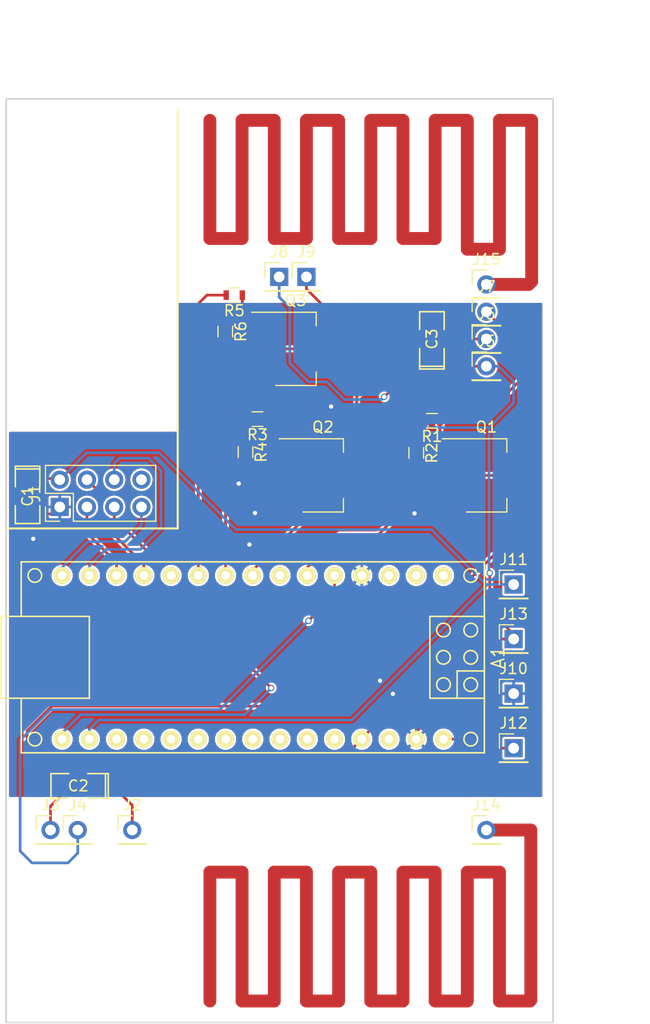
<source format=kicad_pcb>
(kicad_pcb (version 4) (host pcbnew 4.0.7+dfsg1-1~bpo9+1)

  (general
    (links 44)
    (no_connects 0)
    (area 121.229999 49.3 185.85 144.075001)
    (thickness 1.6)
    (drawings 8)
    (tracks 260)
    (zones 0)
    (modules 28)
    (nets 38)
  )

  (page A4)
  (layers
    (0 F.Cu signal)
    (31 B.Cu signal)
    (32 B.Adhes user)
    (33 F.Adhes user)
    (34 B.Paste user)
    (35 F.Paste user)
    (36 B.SilkS user)
    (37 F.SilkS user)
    (38 B.Mask user)
    (39 F.Mask user)
    (40 Dwgs.User user)
    (41 Cmts.User user)
    (42 Eco1.User user)
    (43 Eco2.User user)
    (44 Edge.Cuts user)
    (45 Margin user)
    (46 B.CrtYd user)
    (47 F.CrtYd user)
    (48 B.Fab user)
    (49 F.Fab user)
  )

  (setup
    (last_trace_width 0.25)
    (user_trace_width 1.2)
    (trace_clearance 0.2)
    (zone_clearance 0.2)
    (zone_45_only no)
    (trace_min 0.2)
    (segment_width 0.2)
    (edge_width 0.15)
    (via_size 0.6)
    (via_drill 0.4)
    (via_min_size 0.4)
    (via_min_drill 0.3)
    (uvia_size 0.3)
    (uvia_drill 0.1)
    (uvias_allowed no)
    (uvia_min_size 0.2)
    (uvia_min_drill 0.1)
    (pcb_text_width 0.3)
    (pcb_text_size 1.5 1.5)
    (mod_edge_width 0.15)
    (mod_text_size 1 1)
    (mod_text_width 0.15)
    (pad_size 1.7 1.7)
    (pad_drill 1)
    (pad_to_mask_clearance 0.2)
    (aux_axis_origin 0 0)
    (visible_elements FFFFFF7F)
    (pcbplotparams
      (layerselection 0x010e0_80000001)
      (usegerberextensions false)
      (excludeedgelayer true)
      (linewidth 0.100000)
      (plotframeref true)
      (viasonmask false)
      (mode 1)
      (useauxorigin false)
      (hpglpennumber 1)
      (hpglpenspeed 20)
      (hpglpendiameter 15)
      (hpglpenoverlay 2)
      (psnegative false)
      (psa4output false)
      (plotreference true)
      (plotvalue false)
      (plotinvisibletext false)
      (padsonsilk false)
      (subtractmaskfromsilk false)
      (outputformat 1)
      (mirror false)
      (drillshape 0)
      (scaleselection 1)
      (outputdirectory gerber-rfbase/))
  )

  (net 0 "")
  (net 1 "Net-(A1-Pad30)")
  (net 2 "Net-(A1-Pad1)")
  (net 3 GND)
  (net 4 "Net-(A1-Pad2)")
  (net 5 "Net-(A1-Pad3)")
  (net 6 +5V)
  (net 7 "Net-(A1-Pad26)")
  (net 8 "Net-(A1-Pad5)")
  (net 9 "Net-(A1-Pad25)")
  (net 10 D3)
  (net 11 "Net-(A1-Pad24)")
  (net 12 "Net-(A1-Pad7)")
  (net 13 "Net-(A1-Pad23)")
  (net 14 "Net-(A1-Pad8)")
  (net 15 "Net-(A1-Pad22)")
  (net 16 D9)
  (net 17 "Net-(A1-Pad21)")
  (net 18 D10)
  (net 19 "Net-(A1-Pad20)")
  (net 20 "Net-(A1-Pad11)")
  (net 21 "Net-(A1-Pad19)")
  (net 22 "Net-(A1-Pad18)")
  (net 23 +3V3)
  (net 24 MOSI)
  (net 25 SCK)
  (net 26 MISO)
  (net 27 "Net-(J1-Pad8)")
  (net 28 GNDRX)
  (net 29 GNDTX)
  (net 30 GNDBZ)
  (net 31 "Net-(J14-Pad1)")
  (net 32 "Net-(J15-Pad1)")
  (net 33 "Net-(Q1-Pad1)")
  (net 34 "Net-(Q2-Pad1)")
  (net 35 "Net-(Q3-Pad1)")
  (net 36 D6)
  (net 37 D7)

  (net_class Default "This is the default net class."
    (clearance 0.2)
    (trace_width 0.25)
    (via_dia 0.6)
    (via_drill 0.4)
    (uvia_dia 0.3)
    (uvia_drill 0.1)
    (add_net +3V3)
    (add_net +5V)
    (add_net D10)
    (add_net D3)
    (add_net D6)
    (add_net D7)
    (add_net D9)
    (add_net GND)
    (add_net GNDBZ)
    (add_net GNDRX)
    (add_net GNDTX)
    (add_net MISO)
    (add_net MOSI)
    (add_net "Net-(A1-Pad1)")
    (add_net "Net-(A1-Pad11)")
    (add_net "Net-(A1-Pad18)")
    (add_net "Net-(A1-Pad19)")
    (add_net "Net-(A1-Pad2)")
    (add_net "Net-(A1-Pad20)")
    (add_net "Net-(A1-Pad21)")
    (add_net "Net-(A1-Pad22)")
    (add_net "Net-(A1-Pad23)")
    (add_net "Net-(A1-Pad24)")
    (add_net "Net-(A1-Pad25)")
    (add_net "Net-(A1-Pad26)")
    (add_net "Net-(A1-Pad3)")
    (add_net "Net-(A1-Pad30)")
    (add_net "Net-(A1-Pad5)")
    (add_net "Net-(A1-Pad7)")
    (add_net "Net-(A1-Pad8)")
    (add_net "Net-(J1-Pad8)")
    (add_net "Net-(J14-Pad1)")
    (add_net "Net-(J15-Pad1)")
    (add_net "Net-(Q1-Pad1)")
    (add_net "Net-(Q2-Pad1)")
    (add_net "Net-(Q3-Pad1)")
    (add_net SCK)
  )

  (module rfbase:arduino_nano (layer F.Cu) (tedit 5998B34A) (tstamp 5A4F3E9C)
    (at 145 110 180)
    (path /5A4E7D9B)
    (fp_text reference A1 (at -22.86 0 270) (layer F.SilkS)
      (effects (font (size 1.2 1.2) (thickness 0.15)))
    )
    (fp_text value Arduino_Nano (at 0 0 180) (layer F.Fab)
      (effects (font (size 1.2 1.2) (thickness 0.15)))
    )
    (fp_line (start 21.59 3.81) (end 21.59 8.89) (layer F.SilkS) (width 0.15))
    (fp_line (start 21.59 -8.89) (end 21.59 -3.81) (layer F.SilkS) (width 0.15))
    (fp_line (start 23.495 -3.81) (end 23.495 3.81) (layer F.SilkS) (width 0.15))
    (fp_line (start 23.495 3.81) (end 15.24 3.81) (layer F.SilkS) (width 0.15))
    (fp_line (start 15.24 3.81) (end 15.24 -3.81) (layer F.SilkS) (width 0.15))
    (fp_line (start 15.24 -3.81) (end 23.495 -3.81) (layer F.SilkS) (width 0.15))
    (fp_circle (center -20.32 0) (end -19.685 0) (layer F.SilkS) (width 0.15))
    (fp_circle (center -20.32 2.54) (end -19.685 2.54) (layer F.SilkS) (width 0.15))
    (fp_circle (center -17.78 2.54) (end -17.145 2.54) (layer F.SilkS) (width 0.15))
    (fp_circle (center -17.78 0) (end -17.145 0) (layer F.SilkS) (width 0.15))
    (fp_circle (center -17.78 -2.54) (end -17.145 -2.54) (layer F.SilkS) (width 0.15))
    (fp_circle (center -20.32 -2.54) (end -20.32 -1.905) (layer F.SilkS) (width 0.15))
    (fp_circle (center 20.32 7.62) (end 20.955 7.62) (layer F.SilkS) (width 0.15))
    (fp_circle (center 20.32 -7.62) (end 20.955 -7.62) (layer F.SilkS) (width 0.15))
    (fp_circle (center -20.32 7.62) (end -19.685 7.62) (layer F.SilkS) (width 0.15))
    (fp_circle (center -20.32 -7.62) (end -19.685 -7.62) (layer F.SilkS) (width 0.15))
    (fp_line (start -19.05 -3.81) (end -19.05 -1.27) (layer F.SilkS) (width 0.15))
    (fp_line (start -19.05 -1.27) (end -21.59 -1.27) (layer F.SilkS) (width 0.15))
    (fp_line (start -16.51 -3.81) (end -21.59 -3.81) (layer F.SilkS) (width 0.15))
    (fp_line (start -21.59 3.81) (end -16.51 3.81) (layer F.SilkS) (width 0.15))
    (fp_line (start -16.51 3.81) (end -16.51 -3.81) (layer F.SilkS) (width 0.15))
    (fp_line (start -21.59 -8.89) (end -21.59 8.89) (layer F.SilkS) (width 0.15))
    (fp_line (start -21.59 8.89) (end 21.59 8.89) (layer F.SilkS) (width 0.15))
    (fp_line (start 21.59 -8.89) (end -21.59 -8.89) (layer F.SilkS) (width 0.15))
    (pad 30 thru_hole circle (at -17.78 -7.62 180) (size 1.5748 1.5748) (drill 0.8) (layers *.Cu *.Mask F.SilkS)
      (net 1 "Net-(A1-Pad30)"))
    (pad 1 thru_hole circle (at -17.78 7.62 180) (size 1.5748 1.5748) (drill 0.8) (layers *.Cu *.Mask F.SilkS)
      (net 2 "Net-(A1-Pad1)"))
    (pad 29 thru_hole circle (at -15.24 -7.62 180) (size 1.5748 1.5748) (drill 0.8) (layers *.Cu *.Mask F.SilkS)
      (net 3 GND))
    (pad 2 thru_hole circle (at -15.24 7.62 180) (size 1.5748 1.5748) (drill 0.8) (layers *.Cu *.Mask F.SilkS)
      (net 4 "Net-(A1-Pad2)"))
    (pad 28 thru_hole circle (at -12.7 -7.62 180) (size 1.5748 1.5748) (drill 0.8) (layers *.Cu *.Mask F.SilkS))
    (pad 3 thru_hole circle (at -12.7 7.62 180) (size 1.5748 1.5748) (drill 0.8) (layers *.Cu *.Mask F.SilkS)
      (net 5 "Net-(A1-Pad3)"))
    (pad 27 thru_hole circle (at -10.16 -7.62 180) (size 1.5748 1.5748) (drill 0.8) (layers *.Cu *.Mask F.SilkS)
      (net 6 +5V))
    (pad 4 thru_hole circle (at -10.16 7.62 180) (size 1.5748 1.5748) (drill 0.8) (layers *.Cu *.Mask F.SilkS)
      (net 3 GND))
    (pad 26 thru_hole circle (at -7.62 -7.62 180) (size 1.5748 1.5748) (drill 0.8) (layers *.Cu *.Mask F.SilkS)
      (net 7 "Net-(A1-Pad26)"))
    (pad 5 thru_hole circle (at -7.62 7.62 180) (size 1.5748 1.5748) (drill 0.8) (layers *.Cu *.Mask F.SilkS)
      (net 8 "Net-(A1-Pad5)"))
    (pad 25 thru_hole circle (at -5.08 -7.62 180) (size 1.5748 1.5748) (drill 0.8) (layers *.Cu *.Mask F.SilkS)
      (net 9 "Net-(A1-Pad25)"))
    (pad 6 thru_hole circle (at -5.08 7.62 180) (size 1.5748 1.5748) (drill 0.8) (layers *.Cu *.Mask F.SilkS)
      (net 10 D3))
    (pad 24 thru_hole circle (at -2.54 -7.62 180) (size 1.5748 1.5748) (drill 0.8) (layers *.Cu *.Mask F.SilkS)
      (net 11 "Net-(A1-Pad24)"))
    (pad 7 thru_hole circle (at -2.54 7.62 180) (size 1.5748 1.5748) (drill 0.8) (layers *.Cu *.Mask F.SilkS)
      (net 12 "Net-(A1-Pad7)"))
    (pad 23 thru_hole circle (at 0 -7.62 180) (size 1.5748 1.5748) (drill 0.8) (layers *.Cu *.Mask F.SilkS)
      (net 13 "Net-(A1-Pad23)"))
    (pad 8 thru_hole circle (at 0 7.62 180) (size 1.5748 1.5748) (drill 0.8) (layers *.Cu *.Mask F.SilkS)
      (net 14 "Net-(A1-Pad8)"))
    (pad 22 thru_hole circle (at 2.54 -7.62 180) (size 1.5748 1.5748) (drill 0.8) (layers *.Cu *.Mask F.SilkS)
      (net 15 "Net-(A1-Pad22)"))
    (pad 9 thru_hole circle (at 2.54 7.62 180) (size 1.5748 1.5748) (drill 0.8) (layers *.Cu *.Mask F.SilkS)
      (net 36 D6))
    (pad 21 thru_hole circle (at 5.08 -7.62 180) (size 1.5748 1.5748) (drill 0.8) (layers *.Cu *.Mask F.SilkS)
      (net 17 "Net-(A1-Pad21)"))
    (pad 10 thru_hole circle (at 5.08 7.62 180) (size 1.5748 1.5748) (drill 0.8) (layers *.Cu *.Mask F.SilkS)
      (net 37 D7))
    (pad 20 thru_hole circle (at 7.62 -7.62 180) (size 1.5748 1.5748) (drill 0.8) (layers *.Cu *.Mask F.SilkS)
      (net 19 "Net-(A1-Pad20)"))
    (pad 11 thru_hole circle (at 7.62 7.62 180) (size 1.5748 1.5748) (drill 0.8) (layers *.Cu *.Mask F.SilkS)
      (net 20 "Net-(A1-Pad11)"))
    (pad 19 thru_hole circle (at 10.16 -7.62 180) (size 1.5748 1.5748) (drill 0.8) (layers *.Cu *.Mask F.SilkS)
      (net 21 "Net-(A1-Pad19)"))
    (pad 12 thru_hole circle (at 10.16 7.62 180) (size 1.5748 1.5748) (drill 0.8) (layers *.Cu *.Mask F.SilkS)
      (net 16 D9))
    (pad 18 thru_hole circle (at 12.7 -7.62 180) (size 1.5748 1.5748) (drill 0.8) (layers *.Cu *.Mask F.SilkS)
      (net 22 "Net-(A1-Pad18)"))
    (pad 13 thru_hole circle (at 12.7 7.62 180) (size 1.5748 1.5748) (drill 0.8) (layers *.Cu *.Mask F.SilkS)
      (net 18 D10))
    (pad 17 thru_hole circle (at 15.24 -7.62 180) (size 1.5748 1.5748) (drill 0.8) (layers *.Cu *.Mask F.SilkS)
      (net 23 +3V3))
    (pad 14 thru_hole circle (at 15.24 7.62 180) (size 1.5748 1.5748) (drill 0.8) (layers *.Cu *.Mask F.SilkS)
      (net 24 MOSI))
    (pad 16 thru_hole circle (at 17.78 -7.62 180) (size 1.5748 1.5748) (drill 0.8) (layers *.Cu *.Mask F.SilkS)
      (net 25 SCK))
    (pad 15 thru_hole circle (at 17.78 7.62 180) (size 1.5748 1.5748) (drill 0.8) (layers *.Cu *.Mask F.SilkS)
      (net 26 MISO))
  )

  (module SMD_Packages:SMD-1206_Pol (layer F.Cu) (tedit 0) (tstamp 5A4F3EAB)
    (at 124 95 270)
    (path /5A4E8074)
    (attr smd)
    (fp_text reference C1 (at 0 0 270) (layer F.SilkS)
      (effects (font (size 1 1) (thickness 0.15)))
    )
    (fp_text value 10uF (at 0 0 270) (layer F.Fab)
      (effects (font (size 1 1) (thickness 0.15)))
    )
    (fp_line (start -2.54 -1.143) (end -2.794 -1.143) (layer F.SilkS) (width 0.15))
    (fp_line (start -2.794 -1.143) (end -2.794 1.143) (layer F.SilkS) (width 0.15))
    (fp_line (start -2.794 1.143) (end -2.54 1.143) (layer F.SilkS) (width 0.15))
    (fp_line (start -2.54 -1.143) (end -2.54 1.143) (layer F.SilkS) (width 0.15))
    (fp_line (start -2.54 1.143) (end -0.889 1.143) (layer F.SilkS) (width 0.15))
    (fp_line (start 0.889 -1.143) (end 2.54 -1.143) (layer F.SilkS) (width 0.15))
    (fp_line (start 2.54 -1.143) (end 2.54 1.143) (layer F.SilkS) (width 0.15))
    (fp_line (start 2.54 1.143) (end 0.889 1.143) (layer F.SilkS) (width 0.15))
    (fp_line (start -0.889 -1.143) (end -2.54 -1.143) (layer F.SilkS) (width 0.15))
    (pad 1 smd rect (at -1.651 0 270) (size 1.524 2.032) (layers F.Cu F.Paste F.Mask)
      (net 23 +3V3))
    (pad 2 smd rect (at 1.651 0 270) (size 1.524 2.032) (layers F.Cu F.Paste F.Mask)
      (net 3 GND))
    (model SMD_Packages.3dshapes/SMD-1206_Pol.wrl
      (at (xyz 0 0 0))
      (scale (xyz 0.17 0.16 0.16))
      (rotate (xyz 0 0 0))
    )
  )

  (module SMD_Packages:SMD-1206_Pol (layer F.Cu) (tedit 0) (tstamp 5A4F3EBA)
    (at 128.72572 121.97028 180)
    (path /5A4E93AE)
    (attr smd)
    (fp_text reference C2 (at 0 0 180) (layer F.SilkS)
      (effects (font (size 1 1) (thickness 0.15)))
    )
    (fp_text value 10uF (at 0 0 180) (layer F.Fab)
      (effects (font (size 1 1) (thickness 0.15)))
    )
    (fp_line (start -2.54 -1.143) (end -2.794 -1.143) (layer F.SilkS) (width 0.15))
    (fp_line (start -2.794 -1.143) (end -2.794 1.143) (layer F.SilkS) (width 0.15))
    (fp_line (start -2.794 1.143) (end -2.54 1.143) (layer F.SilkS) (width 0.15))
    (fp_line (start -2.54 -1.143) (end -2.54 1.143) (layer F.SilkS) (width 0.15))
    (fp_line (start -2.54 1.143) (end -0.889 1.143) (layer F.SilkS) (width 0.15))
    (fp_line (start 0.889 -1.143) (end 2.54 -1.143) (layer F.SilkS) (width 0.15))
    (fp_line (start 2.54 -1.143) (end 2.54 1.143) (layer F.SilkS) (width 0.15))
    (fp_line (start 2.54 1.143) (end 0.889 1.143) (layer F.SilkS) (width 0.15))
    (fp_line (start -0.889 -1.143) (end -2.54 -1.143) (layer F.SilkS) (width 0.15))
    (pad 1 smd rect (at -1.651 0 180) (size 1.524 2.032) (layers F.Cu F.Paste F.Mask)
      (net 6 +5V))
    (pad 2 smd rect (at 1.651 0 180) (size 1.524 2.032) (layers F.Cu F.Paste F.Mask)
      (net 28 GNDRX))
    (model SMD_Packages.3dshapes/SMD-1206_Pol.wrl
      (at (xyz 0 0 0))
      (scale (xyz 0.17 0.16 0.16))
      (rotate (xyz 0 0 0))
    )
  )

  (module SMD_Packages:SMD-1206_Pol (layer F.Cu) (tedit 0) (tstamp 5A4F3EC9)
    (at 161.7 80.36 90)
    (path /5A4E9574)
    (attr smd)
    (fp_text reference C3 (at 0 0 90) (layer F.SilkS)
      (effects (font (size 1 1) (thickness 0.15)))
    )
    (fp_text value 10uF (at 0 0 90) (layer F.Fab)
      (effects (font (size 1 1) (thickness 0.15)))
    )
    (fp_line (start -2.54 -1.143) (end -2.794 -1.143) (layer F.SilkS) (width 0.15))
    (fp_line (start -2.794 -1.143) (end -2.794 1.143) (layer F.SilkS) (width 0.15))
    (fp_line (start -2.794 1.143) (end -2.54 1.143) (layer F.SilkS) (width 0.15))
    (fp_line (start -2.54 -1.143) (end -2.54 1.143) (layer F.SilkS) (width 0.15))
    (fp_line (start -2.54 1.143) (end -0.889 1.143) (layer F.SilkS) (width 0.15))
    (fp_line (start 0.889 -1.143) (end 2.54 -1.143) (layer F.SilkS) (width 0.15))
    (fp_line (start 2.54 -1.143) (end 2.54 1.143) (layer F.SilkS) (width 0.15))
    (fp_line (start 2.54 1.143) (end 0.889 1.143) (layer F.SilkS) (width 0.15))
    (fp_line (start -0.889 -1.143) (end -2.54 -1.143) (layer F.SilkS) (width 0.15))
    (pad 1 smd rect (at -1.651 0 90) (size 1.524 2.032) (layers F.Cu F.Paste F.Mask)
      (net 6 +5V))
    (pad 2 smd rect (at 1.651 0 90) (size 1.524 2.032) (layers F.Cu F.Paste F.Mask)
      (net 29 GNDTX))
    (model SMD_Packages.3dshapes/SMD-1206_Pol.wrl
      (at (xyz 0 0 0))
      (scale (xyz 0.17 0.16 0.16))
      (rotate (xyz 0 0 0))
    )
  )

  (module Pin_Headers:Pin_Header_Straight_2x04_Pitch2.54mm (layer F.Cu) (tedit 59650532) (tstamp 5A4F3EE7)
    (at 127 96 90)
    (descr "Through hole straight pin header, 2x04, 2.54mm pitch, double rows")
    (tags "Through hole pin header THT 2x04 2.54mm double row")
    (path /5A4E806F)
    (fp_text reference J1 (at 1.27 -2.33 90) (layer F.SilkS)
      (effects (font (size 1 1) (thickness 0.15)))
    )
    (fp_text value Conn_02x04_Odd_Even (at 1.27 9.95 90) (layer F.Fab)
      (effects (font (size 1 1) (thickness 0.15)))
    )
    (fp_line (start 0 -1.27) (end 3.81 -1.27) (layer F.Fab) (width 0.1))
    (fp_line (start 3.81 -1.27) (end 3.81 8.89) (layer F.Fab) (width 0.1))
    (fp_line (start 3.81 8.89) (end -1.27 8.89) (layer F.Fab) (width 0.1))
    (fp_line (start -1.27 8.89) (end -1.27 0) (layer F.Fab) (width 0.1))
    (fp_line (start -1.27 0) (end 0 -1.27) (layer F.Fab) (width 0.1))
    (fp_line (start -1.33 8.95) (end 3.87 8.95) (layer F.SilkS) (width 0.12))
    (fp_line (start -1.33 1.27) (end -1.33 8.95) (layer F.SilkS) (width 0.12))
    (fp_line (start 3.87 -1.33) (end 3.87 8.95) (layer F.SilkS) (width 0.12))
    (fp_line (start -1.33 1.27) (end 1.27 1.27) (layer F.SilkS) (width 0.12))
    (fp_line (start 1.27 1.27) (end 1.27 -1.33) (layer F.SilkS) (width 0.12))
    (fp_line (start 1.27 -1.33) (end 3.87 -1.33) (layer F.SilkS) (width 0.12))
    (fp_line (start -1.33 0) (end -1.33 -1.33) (layer F.SilkS) (width 0.12))
    (fp_line (start -1.33 -1.33) (end 0 -1.33) (layer F.SilkS) (width 0.12))
    (fp_line (start -1.8 -1.8) (end -1.8 9.4) (layer F.CrtYd) (width 0.05))
    (fp_line (start -1.8 9.4) (end 4.35 9.4) (layer F.CrtYd) (width 0.05))
    (fp_line (start 4.35 9.4) (end 4.35 -1.8) (layer F.CrtYd) (width 0.05))
    (fp_line (start 4.35 -1.8) (end -1.8 -1.8) (layer F.CrtYd) (width 0.05))
    (fp_text user %R (at 1.27 3.81 180) (layer F.Fab)
      (effects (font (size 1 1) (thickness 0.15)))
    )
    (pad 1 thru_hole rect (at 0 0 90) (size 1.7 1.7) (drill 1) (layers *.Cu *.Mask)
      (net 3 GND))
    (pad 2 thru_hole oval (at 2.54 0 90) (size 1.7 1.7) (drill 1) (layers *.Cu *.Mask)
      (net 23 +3V3))
    (pad 3 thru_hole oval (at 0 2.54 90) (size 1.7 1.7) (drill 1) (layers *.Cu *.Mask)
      (net 18 D10))
    (pad 4 thru_hole oval (at 2.54 2.54 90) (size 1.7 1.7) (drill 1) (layers *.Cu *.Mask)
      (net 16 D9))
    (pad 5 thru_hole oval (at 0 5.08 90) (size 1.7 1.7) (drill 1) (layers *.Cu *.Mask)
      (net 25 SCK))
    (pad 6 thru_hole oval (at 2.54 5.08 90) (size 1.7 1.7) (drill 1) (layers *.Cu *.Mask)
      (net 24 MOSI))
    (pad 7 thru_hole oval (at 0 7.62 90) (size 1.7 1.7) (drill 1) (layers *.Cu *.Mask)
      (net 26 MISO))
    (pad 8 thru_hole oval (at 2.54 7.62 90) (size 1.7 1.7) (drill 1) (layers *.Cu *.Mask)
      (net 27 "Net-(J1-Pad8)"))
    (model ${KISYS3DMOD}/Pin_Headers.3dshapes/Pin_Header_Straight_2x04_Pitch2.54mm.wrl
      (at (xyz 0 0 0))
      (scale (xyz 1 1 1))
      (rotate (xyz 0 0 0))
    )
  )

  (module Pin_Headers:Pin_Header_Straight_1x01_Pitch2.54mm (layer F.Cu) (tedit 5A4F531E) (tstamp 5A4F3EFC)
    (at 133.76 126.08)
    (descr "Through hole straight pin header, 1x01, 2.54mm pitch, single row")
    (tags "Through hole pin header THT 1x01 2.54mm single row")
    (path /5A4E8DFE)
    (fp_text reference J2 (at 0 -2.33) (layer F.SilkS)
      (effects (font (size 1 1) (thickness 0.15)))
    )
    (fp_text value DataIn (at 0 2.33) (layer F.Fab)
      (effects (font (size 1 1) (thickness 0.15)))
    )
    (fp_line (start -0.635 -1.27) (end 1.27 -1.27) (layer F.Fab) (width 0.1))
    (fp_line (start 1.27 -1.27) (end 1.27 1.27) (layer F.Fab) (width 0.1))
    (fp_line (start 1.27 1.27) (end -1.27 1.27) (layer F.Fab) (width 0.1))
    (fp_line (start -1.27 1.27) (end -1.27 -0.635) (layer F.Fab) (width 0.1))
    (fp_line (start -1.27 -0.635) (end -0.635 -1.27) (layer F.Fab) (width 0.1))
    (fp_line (start -1.33 1.33) (end 1.33 1.33) (layer F.SilkS) (width 0.12))
    (fp_line (start -1.33 1.27) (end -1.33 1.33) (layer F.SilkS) (width 0.12))
    (fp_line (start 1.33 1.27) (end 1.33 1.33) (layer F.SilkS) (width 0.12))
    (fp_line (start -1.33 1.27) (end 1.33 1.27) (layer F.SilkS) (width 0.12))
    (fp_line (start -1.33 0) (end -1.33 -1.33) (layer F.SilkS) (width 0.12))
    (fp_line (start -1.33 -1.33) (end 0 -1.33) (layer F.SilkS) (width 0.12))
    (fp_line (start -1.8 -1.8) (end -1.8 1.8) (layer F.CrtYd) (width 0.05))
    (fp_line (start -1.8 1.8) (end 1.8 1.8) (layer F.CrtYd) (width 0.05))
    (fp_line (start 1.8 1.8) (end 1.8 -1.8) (layer F.CrtYd) (width 0.05))
    (fp_line (start 1.8 -1.8) (end -1.8 -1.8) (layer F.CrtYd) (width 0.05))
    (fp_text user %R (at 0 0 90) (layer F.Fab)
      (effects (font (size 1 1) (thickness 0.15)))
    )
    (pad 1 thru_hole circle (at 0 0) (size 1.7 1.7) (drill 1) (layers *.Cu *.Mask)
      (net 6 +5V))
    (model ${KISYS3DMOD}/Pin_Headers.3dshapes/Pin_Header_Straight_1x01_Pitch2.54mm.wrl
      (at (xyz 0 0 0))
      (scale (xyz 1 1 1))
      (rotate (xyz 0 0 0))
    )
  )

  (module Pin_Headers:Pin_Header_Straight_1x01_Pitch2.54mm (layer F.Cu) (tedit 5A4F530B) (tstamp 5A4F3F11)
    (at 126.14 126.08)
    (descr "Through hole straight pin header, 1x01, 2.54mm pitch, single row")
    (tags "Through hole pin header THT 1x01 2.54mm single row")
    (path /5A4E8DC8)
    (fp_text reference J3 (at 0 -2.33) (layer F.SilkS)
      (effects (font (size 1 1) (thickness 0.15)))
    )
    (fp_text value DataIn (at 0 2.33) (layer F.Fab)
      (effects (font (size 1 1) (thickness 0.15)))
    )
    (fp_line (start -0.635 -1.27) (end 1.27 -1.27) (layer F.Fab) (width 0.1))
    (fp_line (start 1.27 -1.27) (end 1.27 1.27) (layer F.Fab) (width 0.1))
    (fp_line (start 1.27 1.27) (end -1.27 1.27) (layer F.Fab) (width 0.1))
    (fp_line (start -1.27 1.27) (end -1.27 -0.635) (layer F.Fab) (width 0.1))
    (fp_line (start -1.27 -0.635) (end -0.635 -1.27) (layer F.Fab) (width 0.1))
    (fp_line (start -1.33 1.33) (end 1.33 1.33) (layer F.SilkS) (width 0.12))
    (fp_line (start -1.33 1.27) (end -1.33 1.33) (layer F.SilkS) (width 0.12))
    (fp_line (start 1.33 1.27) (end 1.33 1.33) (layer F.SilkS) (width 0.12))
    (fp_line (start -1.33 1.27) (end 1.33 1.27) (layer F.SilkS) (width 0.12))
    (fp_line (start -1.33 0) (end -1.33 -1.33) (layer F.SilkS) (width 0.12))
    (fp_line (start -1.33 -1.33) (end 0 -1.33) (layer F.SilkS) (width 0.12))
    (fp_line (start -1.8 -1.8) (end -1.8 1.8) (layer F.CrtYd) (width 0.05))
    (fp_line (start -1.8 1.8) (end 1.8 1.8) (layer F.CrtYd) (width 0.05))
    (fp_line (start 1.8 1.8) (end 1.8 -1.8) (layer F.CrtYd) (width 0.05))
    (fp_line (start 1.8 -1.8) (end -1.8 -1.8) (layer F.CrtYd) (width 0.05))
    (fp_text user %R (at 0 0 90) (layer F.Fab)
      (effects (font (size 1 1) (thickness 0.15)))
    )
    (pad 1 thru_hole circle (at 0 0) (size 1.7 1.7) (drill 1) (layers *.Cu *.Mask)
      (net 28 GNDRX))
    (model ${KISYS3DMOD}/Pin_Headers.3dshapes/Pin_Header_Straight_1x01_Pitch2.54mm.wrl
      (at (xyz 0 0 0))
      (scale (xyz 1 1 1))
      (rotate (xyz 0 0 0))
    )
  )

  (module Pin_Headers:Pin_Header_Straight_1x01_Pitch2.54mm (layer F.Cu) (tedit 5A4F5315) (tstamp 5A4F3F26)
    (at 128.68 126.08)
    (descr "Through hole straight pin header, 1x01, 2.54mm pitch, single row")
    (tags "Through hole pin header THT 1x01 2.54mm single row")
    (path /5A4E8960)
    (fp_text reference J4 (at 0 -2.33) (layer F.SilkS)
      (effects (font (size 1 1) (thickness 0.15)))
    )
    (fp_text value DataIn (at 0 2.33) (layer F.Fab)
      (effects (font (size 1 1) (thickness 0.15)))
    )
    (fp_line (start -0.635 -1.27) (end 1.27 -1.27) (layer F.Fab) (width 0.1))
    (fp_line (start 1.27 -1.27) (end 1.27 1.27) (layer F.Fab) (width 0.1))
    (fp_line (start 1.27 1.27) (end -1.27 1.27) (layer F.Fab) (width 0.1))
    (fp_line (start -1.27 1.27) (end -1.27 -0.635) (layer F.Fab) (width 0.1))
    (fp_line (start -1.27 -0.635) (end -0.635 -1.27) (layer F.Fab) (width 0.1))
    (fp_line (start -1.33 1.33) (end 1.33 1.33) (layer F.SilkS) (width 0.12))
    (fp_line (start -1.33 1.27) (end -1.33 1.33) (layer F.SilkS) (width 0.12))
    (fp_line (start 1.33 1.27) (end 1.33 1.33) (layer F.SilkS) (width 0.12))
    (fp_line (start -1.33 1.27) (end 1.33 1.27) (layer F.SilkS) (width 0.12))
    (fp_line (start -1.33 0) (end -1.33 -1.33) (layer F.SilkS) (width 0.12))
    (fp_line (start -1.33 -1.33) (end 0 -1.33) (layer F.SilkS) (width 0.12))
    (fp_line (start -1.8 -1.8) (end -1.8 1.8) (layer F.CrtYd) (width 0.05))
    (fp_line (start -1.8 1.8) (end 1.8 1.8) (layer F.CrtYd) (width 0.05))
    (fp_line (start 1.8 1.8) (end 1.8 -1.8) (layer F.CrtYd) (width 0.05))
    (fp_line (start 1.8 -1.8) (end -1.8 -1.8) (layer F.CrtYd) (width 0.05))
    (fp_text user %R (at 0 0 90) (layer F.Fab)
      (effects (font (size 1 1) (thickness 0.15)))
    )
    (pad 1 thru_hole circle (at 0 0) (size 1.7 1.7) (drill 1) (layers *.Cu *.Mask)
      (net 8 "Net-(A1-Pad5)"))
    (model ${KISYS3DMOD}/Pin_Headers.3dshapes/Pin_Header_Straight_1x01_Pitch2.54mm.wrl
      (at (xyz 0 0 0))
      (scale (xyz 1 1 1))
      (rotate (xyz 0 0 0))
    )
  )

  (module Pin_Headers:Pin_Header_Straight_1x01_Pitch2.54mm (layer F.Cu) (tedit 5A4F554C) (tstamp 5A4F3F3B)
    (at 166.78 82.9)
    (descr "Through hole straight pin header, 1x01, 2.54mm pitch, single row")
    (tags "Through hole pin header THT 1x01 2.54mm single row")
    (path /5A4E92D4)
    (fp_text reference J5 (at 0 -2.33) (layer F.SilkS)
      (effects (font (size 1 1) (thickness 0.15)))
    )
    (fp_text value DataOut (at 0 2.33) (layer F.Fab)
      (effects (font (size 1 1) (thickness 0.15)))
    )
    (fp_line (start -0.635 -1.27) (end 1.27 -1.27) (layer F.Fab) (width 0.1))
    (fp_line (start 1.27 -1.27) (end 1.27 1.27) (layer F.Fab) (width 0.1))
    (fp_line (start 1.27 1.27) (end -1.27 1.27) (layer F.Fab) (width 0.1))
    (fp_line (start -1.27 1.27) (end -1.27 -0.635) (layer F.Fab) (width 0.1))
    (fp_line (start -1.27 -0.635) (end -0.635 -1.27) (layer F.Fab) (width 0.1))
    (fp_line (start -1.33 1.33) (end 1.33 1.33) (layer F.SilkS) (width 0.12))
    (fp_line (start -1.33 1.27) (end -1.33 1.33) (layer F.SilkS) (width 0.12))
    (fp_line (start 1.33 1.27) (end 1.33 1.33) (layer F.SilkS) (width 0.12))
    (fp_line (start -1.33 1.27) (end 1.33 1.27) (layer F.SilkS) (width 0.12))
    (fp_line (start -1.33 0) (end -1.33 -1.33) (layer F.SilkS) (width 0.12))
    (fp_line (start -1.33 -1.33) (end 0 -1.33) (layer F.SilkS) (width 0.12))
    (fp_line (start -1.8 -1.8) (end -1.8 1.8) (layer F.CrtYd) (width 0.05))
    (fp_line (start -1.8 1.8) (end 1.8 1.8) (layer F.CrtYd) (width 0.05))
    (fp_line (start 1.8 1.8) (end 1.8 -1.8) (layer F.CrtYd) (width 0.05))
    (fp_line (start 1.8 -1.8) (end -1.8 -1.8) (layer F.CrtYd) (width 0.05))
    (fp_text user %R (at 0 0 90) (layer F.Fab)
      (effects (font (size 1 1) (thickness 0.15)))
    )
    (pad 1 thru_hole circle (at 0 0) (size 1.7 1.7) (drill 1) (layers *.Cu *.Mask)
      (net 6 +5V))
    (model ${KISYS3DMOD}/Pin_Headers.3dshapes/Pin_Header_Straight_1x01_Pitch2.54mm.wrl
      (at (xyz 0 0 0))
      (scale (xyz 1 1 1))
      (rotate (xyz 0 0 0))
    )
  )

  (module Pin_Headers:Pin_Header_Straight_1x01_Pitch2.54mm (layer F.Cu) (tedit 5A4F5554) (tstamp 5A4F3F50)
    (at 166.78 80.36)
    (descr "Through hole straight pin header, 1x01, 2.54mm pitch, single row")
    (tags "Through hole pin header THT 1x01 2.54mm single row")
    (path /5A4E92CE)
    (fp_text reference J6 (at 0 -2.33) (layer F.SilkS)
      (effects (font (size 1 1) (thickness 0.15)))
    )
    (fp_text value DataOut (at 0 2.33) (layer F.Fab)
      (effects (font (size 1 1) (thickness 0.15)))
    )
    (fp_line (start -0.635 -1.27) (end 1.27 -1.27) (layer F.Fab) (width 0.1))
    (fp_line (start 1.27 -1.27) (end 1.27 1.27) (layer F.Fab) (width 0.1))
    (fp_line (start 1.27 1.27) (end -1.27 1.27) (layer F.Fab) (width 0.1))
    (fp_line (start -1.27 1.27) (end -1.27 -0.635) (layer F.Fab) (width 0.1))
    (fp_line (start -1.27 -0.635) (end -0.635 -1.27) (layer F.Fab) (width 0.1))
    (fp_line (start -1.33 1.33) (end 1.33 1.33) (layer F.SilkS) (width 0.12))
    (fp_line (start -1.33 1.27) (end -1.33 1.33) (layer F.SilkS) (width 0.12))
    (fp_line (start 1.33 1.27) (end 1.33 1.33) (layer F.SilkS) (width 0.12))
    (fp_line (start -1.33 1.27) (end 1.33 1.27) (layer F.SilkS) (width 0.12))
    (fp_line (start -1.33 0) (end -1.33 -1.33) (layer F.SilkS) (width 0.12))
    (fp_line (start -1.33 -1.33) (end 0 -1.33) (layer F.SilkS) (width 0.12))
    (fp_line (start -1.8 -1.8) (end -1.8 1.8) (layer F.CrtYd) (width 0.05))
    (fp_line (start -1.8 1.8) (end 1.8 1.8) (layer F.CrtYd) (width 0.05))
    (fp_line (start 1.8 1.8) (end 1.8 -1.8) (layer F.CrtYd) (width 0.05))
    (fp_line (start 1.8 -1.8) (end -1.8 -1.8) (layer F.CrtYd) (width 0.05))
    (fp_text user %R (at 0 0 90) (layer F.Fab)
      (effects (font (size 1 1) (thickness 0.15)))
    )
    (pad 1 thru_hole circle (at 0 0) (size 1.7 1.7) (drill 1) (layers *.Cu *.Mask)
      (net 29 GNDTX))
    (model ${KISYS3DMOD}/Pin_Headers.3dshapes/Pin_Header_Straight_1x01_Pitch2.54mm.wrl
      (at (xyz 0 0 0))
      (scale (xyz 1 1 1))
      (rotate (xyz 0 0 0))
    )
  )

  (module Pin_Headers:Pin_Header_Straight_1x01_Pitch2.54mm (layer F.Cu) (tedit 5A4F555D) (tstamp 5A4F3F65)
    (at 166.78 77.82)
    (descr "Through hole straight pin header, 1x01, 2.54mm pitch, single row")
    (tags "Through hole pin header THT 1x01 2.54mm single row")
    (path /5A4E8A19)
    (fp_text reference J7 (at 0 -2.33) (layer F.SilkS)
      (effects (font (size 1 1) (thickness 0.15)))
    )
    (fp_text value DataOut (at 0 2.33) (layer F.Fab)
      (effects (font (size 1 1) (thickness 0.15)))
    )
    (fp_line (start -0.635 -1.27) (end 1.27 -1.27) (layer F.Fab) (width 0.1))
    (fp_line (start 1.27 -1.27) (end 1.27 1.27) (layer F.Fab) (width 0.1))
    (fp_line (start 1.27 1.27) (end -1.27 1.27) (layer F.Fab) (width 0.1))
    (fp_line (start -1.27 1.27) (end -1.27 -0.635) (layer F.Fab) (width 0.1))
    (fp_line (start -1.27 -0.635) (end -0.635 -1.27) (layer F.Fab) (width 0.1))
    (fp_line (start -1.33 1.33) (end 1.33 1.33) (layer F.SilkS) (width 0.12))
    (fp_line (start -1.33 1.27) (end -1.33 1.33) (layer F.SilkS) (width 0.12))
    (fp_line (start 1.33 1.27) (end 1.33 1.33) (layer F.SilkS) (width 0.12))
    (fp_line (start -1.33 1.27) (end 1.33 1.27) (layer F.SilkS) (width 0.12))
    (fp_line (start -1.33 0) (end -1.33 -1.33) (layer F.SilkS) (width 0.12))
    (fp_line (start -1.33 -1.33) (end 0 -1.33) (layer F.SilkS) (width 0.12))
    (fp_line (start -1.8 -1.8) (end -1.8 1.8) (layer F.CrtYd) (width 0.05))
    (fp_line (start -1.8 1.8) (end 1.8 1.8) (layer F.CrtYd) (width 0.05))
    (fp_line (start 1.8 1.8) (end 1.8 -1.8) (layer F.CrtYd) (width 0.05))
    (fp_line (start 1.8 -1.8) (end -1.8 -1.8) (layer F.CrtYd) (width 0.05))
    (fp_text user %R (at 0 0 90) (layer F.Fab)
      (effects (font (size 1 1) (thickness 0.15)))
    )
    (pad 1 thru_hole circle (at 0 0) (size 1.7 1.7) (drill 1) (layers *.Cu *.Mask)
      (net 14 "Net-(A1-Pad8)"))
    (model ${KISYS3DMOD}/Pin_Headers.3dshapes/Pin_Header_Straight_1x01_Pitch2.54mm.wrl
      (at (xyz 0 0 0))
      (scale (xyz 1 1 1))
      (rotate (xyz 0 0 0))
    )
  )

  (module Pin_Headers:Pin_Header_Straight_1x01_Pitch2.54mm (layer F.Cu) (tedit 59650532) (tstamp 5A4F3F7A)
    (at 147.46 74.58)
    (descr "Through hole straight pin header, 1x01, 2.54mm pitch, single row")
    (tags "Through hole pin header THT 1x01 2.54mm single row")
    (path /5A4EAA7A)
    (fp_text reference J8 (at 0 -2.33) (layer F.SilkS)
      (effects (font (size 1 1) (thickness 0.15)))
    )
    (fp_text value Bz (at 0 2.33) (layer F.Fab)
      (effects (font (size 1 1) (thickness 0.15)))
    )
    (fp_line (start -0.635 -1.27) (end 1.27 -1.27) (layer F.Fab) (width 0.1))
    (fp_line (start 1.27 -1.27) (end 1.27 1.27) (layer F.Fab) (width 0.1))
    (fp_line (start 1.27 1.27) (end -1.27 1.27) (layer F.Fab) (width 0.1))
    (fp_line (start -1.27 1.27) (end -1.27 -0.635) (layer F.Fab) (width 0.1))
    (fp_line (start -1.27 -0.635) (end -0.635 -1.27) (layer F.Fab) (width 0.1))
    (fp_line (start -1.33 1.33) (end 1.33 1.33) (layer F.SilkS) (width 0.12))
    (fp_line (start -1.33 1.27) (end -1.33 1.33) (layer F.SilkS) (width 0.12))
    (fp_line (start 1.33 1.27) (end 1.33 1.33) (layer F.SilkS) (width 0.12))
    (fp_line (start -1.33 1.27) (end 1.33 1.27) (layer F.SilkS) (width 0.12))
    (fp_line (start -1.33 0) (end -1.33 -1.33) (layer F.SilkS) (width 0.12))
    (fp_line (start -1.33 -1.33) (end 0 -1.33) (layer F.SilkS) (width 0.12))
    (fp_line (start -1.8 -1.8) (end -1.8 1.8) (layer F.CrtYd) (width 0.05))
    (fp_line (start -1.8 1.8) (end 1.8 1.8) (layer F.CrtYd) (width 0.05))
    (fp_line (start 1.8 1.8) (end 1.8 -1.8) (layer F.CrtYd) (width 0.05))
    (fp_line (start 1.8 -1.8) (end -1.8 -1.8) (layer F.CrtYd) (width 0.05))
    (fp_text user %R (at 0 0 90) (layer F.Fab)
      (effects (font (size 1 1) (thickness 0.15)))
    )
    (pad 1 thru_hole rect (at 0 0) (size 1.7 1.7) (drill 1) (layers *.Cu *.Mask)
      (net 6 +5V))
    (model ${KISYS3DMOD}/Pin_Headers.3dshapes/Pin_Header_Straight_1x01_Pitch2.54mm.wrl
      (at (xyz 0 0 0))
      (scale (xyz 1 1 1))
      (rotate (xyz 0 0 0))
    )
  )

  (module Pin_Headers:Pin_Header_Straight_1x01_Pitch2.54mm (layer F.Cu) (tedit 59650532) (tstamp 5A4F3F8F)
    (at 150 74.58)
    (descr "Through hole straight pin header, 1x01, 2.54mm pitch, single row")
    (tags "Through hole pin header THT 1x01 2.54mm single row")
    (path /5A4EA9EF)
    (fp_text reference J9 (at 0 -2.33) (layer F.SilkS)
      (effects (font (size 1 1) (thickness 0.15)))
    )
    (fp_text value Bz (at 0 2.33) (layer F.Fab)
      (effects (font (size 1 1) (thickness 0.15)))
    )
    (fp_line (start -0.635 -1.27) (end 1.27 -1.27) (layer F.Fab) (width 0.1))
    (fp_line (start 1.27 -1.27) (end 1.27 1.27) (layer F.Fab) (width 0.1))
    (fp_line (start 1.27 1.27) (end -1.27 1.27) (layer F.Fab) (width 0.1))
    (fp_line (start -1.27 1.27) (end -1.27 -0.635) (layer F.Fab) (width 0.1))
    (fp_line (start -1.27 -0.635) (end -0.635 -1.27) (layer F.Fab) (width 0.1))
    (fp_line (start -1.33 1.33) (end 1.33 1.33) (layer F.SilkS) (width 0.12))
    (fp_line (start -1.33 1.27) (end -1.33 1.33) (layer F.SilkS) (width 0.12))
    (fp_line (start 1.33 1.27) (end 1.33 1.33) (layer F.SilkS) (width 0.12))
    (fp_line (start -1.33 1.27) (end 1.33 1.27) (layer F.SilkS) (width 0.12))
    (fp_line (start -1.33 0) (end -1.33 -1.33) (layer F.SilkS) (width 0.12))
    (fp_line (start -1.33 -1.33) (end 0 -1.33) (layer F.SilkS) (width 0.12))
    (fp_line (start -1.8 -1.8) (end -1.8 1.8) (layer F.CrtYd) (width 0.05))
    (fp_line (start -1.8 1.8) (end 1.8 1.8) (layer F.CrtYd) (width 0.05))
    (fp_line (start 1.8 1.8) (end 1.8 -1.8) (layer F.CrtYd) (width 0.05))
    (fp_line (start 1.8 -1.8) (end -1.8 -1.8) (layer F.CrtYd) (width 0.05))
    (fp_text user %R (at 0 0 90) (layer F.Fab)
      (effects (font (size 1 1) (thickness 0.15)))
    )
    (pad 1 thru_hole rect (at 0 0) (size 1.7 1.7) (drill 1) (layers *.Cu *.Mask)
      (net 30 GNDBZ))
    (model ${KISYS3DMOD}/Pin_Headers.3dshapes/Pin_Header_Straight_1x01_Pitch2.54mm.wrl
      (at (xyz 0 0 0))
      (scale (xyz 1 1 1))
      (rotate (xyz 0 0 0))
    )
  )

  (module Pin_Headers:Pin_Header_Straight_1x01_Pitch2.54mm (layer F.Cu) (tedit 59650532) (tstamp 5A4F3FA4)
    (at 169.32 113.38)
    (descr "Through hole straight pin header, 1x01, 2.54mm pitch, single row")
    (tags "Through hole pin header THT 1x01 2.54mm single row")
    (path /5A4F43E0)
    (fp_text reference J10 (at 0 -2.33) (layer F.SilkS)
      (effects (font (size 1 1) (thickness 0.15)))
    )
    (fp_text value GND (at 0 2.33) (layer F.Fab)
      (effects (font (size 1 1) (thickness 0.15)))
    )
    (fp_line (start -0.635 -1.27) (end 1.27 -1.27) (layer F.Fab) (width 0.1))
    (fp_line (start 1.27 -1.27) (end 1.27 1.27) (layer F.Fab) (width 0.1))
    (fp_line (start 1.27 1.27) (end -1.27 1.27) (layer F.Fab) (width 0.1))
    (fp_line (start -1.27 1.27) (end -1.27 -0.635) (layer F.Fab) (width 0.1))
    (fp_line (start -1.27 -0.635) (end -0.635 -1.27) (layer F.Fab) (width 0.1))
    (fp_line (start -1.33 1.33) (end 1.33 1.33) (layer F.SilkS) (width 0.12))
    (fp_line (start -1.33 1.27) (end -1.33 1.33) (layer F.SilkS) (width 0.12))
    (fp_line (start 1.33 1.27) (end 1.33 1.33) (layer F.SilkS) (width 0.12))
    (fp_line (start -1.33 1.27) (end 1.33 1.27) (layer F.SilkS) (width 0.12))
    (fp_line (start -1.33 0) (end -1.33 -1.33) (layer F.SilkS) (width 0.12))
    (fp_line (start -1.33 -1.33) (end 0 -1.33) (layer F.SilkS) (width 0.12))
    (fp_line (start -1.8 -1.8) (end -1.8 1.8) (layer F.CrtYd) (width 0.05))
    (fp_line (start -1.8 1.8) (end 1.8 1.8) (layer F.CrtYd) (width 0.05))
    (fp_line (start 1.8 1.8) (end 1.8 -1.8) (layer F.CrtYd) (width 0.05))
    (fp_line (start 1.8 -1.8) (end -1.8 -1.8) (layer F.CrtYd) (width 0.05))
    (fp_text user %R (at 0 0 90) (layer F.Fab)
      (effects (font (size 1 1) (thickness 0.15)))
    )
    (pad 1 thru_hole rect (at 0 0) (size 1.7 1.7) (drill 1) (layers *.Cu *.Mask)
      (net 3 GND))
    (model ${KISYS3DMOD}/Pin_Headers.3dshapes/Pin_Header_Straight_1x01_Pitch2.54mm.wrl
      (at (xyz 0 0 0))
      (scale (xyz 1 1 1))
      (rotate (xyz 0 0 0))
    )
  )

  (module Pin_Headers:Pin_Header_Straight_1x01_Pitch2.54mm (layer F.Cu) (tedit 59650532) (tstamp 5A4F3FB9)
    (at 169.32 103.22)
    (descr "Through hole straight pin header, 1x01, 2.54mm pitch, single row")
    (tags "Through hole pin header THT 1x01 2.54mm single row")
    (path /5A4F4041)
    (fp_text reference J11 (at 0 -2.33) (layer F.SilkS)
      (effects (font (size 1 1) (thickness 0.15)))
    )
    (fp_text value +3V3 (at 0 2.33) (layer F.Fab)
      (effects (font (size 1 1) (thickness 0.15)))
    )
    (fp_line (start -0.635 -1.27) (end 1.27 -1.27) (layer F.Fab) (width 0.1))
    (fp_line (start 1.27 -1.27) (end 1.27 1.27) (layer F.Fab) (width 0.1))
    (fp_line (start 1.27 1.27) (end -1.27 1.27) (layer F.Fab) (width 0.1))
    (fp_line (start -1.27 1.27) (end -1.27 -0.635) (layer F.Fab) (width 0.1))
    (fp_line (start -1.27 -0.635) (end -0.635 -1.27) (layer F.Fab) (width 0.1))
    (fp_line (start -1.33 1.33) (end 1.33 1.33) (layer F.SilkS) (width 0.12))
    (fp_line (start -1.33 1.27) (end -1.33 1.33) (layer F.SilkS) (width 0.12))
    (fp_line (start 1.33 1.27) (end 1.33 1.33) (layer F.SilkS) (width 0.12))
    (fp_line (start -1.33 1.27) (end 1.33 1.27) (layer F.SilkS) (width 0.12))
    (fp_line (start -1.33 0) (end -1.33 -1.33) (layer F.SilkS) (width 0.12))
    (fp_line (start -1.33 -1.33) (end 0 -1.33) (layer F.SilkS) (width 0.12))
    (fp_line (start -1.8 -1.8) (end -1.8 1.8) (layer F.CrtYd) (width 0.05))
    (fp_line (start -1.8 1.8) (end 1.8 1.8) (layer F.CrtYd) (width 0.05))
    (fp_line (start 1.8 1.8) (end 1.8 -1.8) (layer F.CrtYd) (width 0.05))
    (fp_line (start 1.8 -1.8) (end -1.8 -1.8) (layer F.CrtYd) (width 0.05))
    (fp_text user %R (at 0 0 90) (layer F.Fab)
      (effects (font (size 1 1) (thickness 0.15)))
    )
    (pad 1 thru_hole rect (at 0 0) (size 1.7 1.7) (drill 1) (layers *.Cu *.Mask)
      (net 23 +3V3))
    (model ${KISYS3DMOD}/Pin_Headers.3dshapes/Pin_Header_Straight_1x01_Pitch2.54mm.wrl
      (at (xyz 0 0 0))
      (scale (xyz 1 1 1))
      (rotate (xyz 0 0 0))
    )
  )

  (module Pin_Headers:Pin_Header_Straight_1x01_Pitch2.54mm (layer F.Cu) (tedit 59650532) (tstamp 5A4F3FCE)
    (at 169.32 118.46)
    (descr "Through hole straight pin header, 1x01, 2.54mm pitch, single row")
    (tags "Through hole pin header THT 1x01 2.54mm single row")
    (path /5A4F3DF6)
    (fp_text reference J12 (at 0 -2.33) (layer F.SilkS)
      (effects (font (size 1 1) (thickness 0.15)))
    )
    (fp_text value Vin (at 0 2.33) (layer F.Fab)
      (effects (font (size 1 1) (thickness 0.15)))
    )
    (fp_line (start -0.635 -1.27) (end 1.27 -1.27) (layer F.Fab) (width 0.1))
    (fp_line (start 1.27 -1.27) (end 1.27 1.27) (layer F.Fab) (width 0.1))
    (fp_line (start 1.27 1.27) (end -1.27 1.27) (layer F.Fab) (width 0.1))
    (fp_line (start -1.27 1.27) (end -1.27 -0.635) (layer F.Fab) (width 0.1))
    (fp_line (start -1.27 -0.635) (end -0.635 -1.27) (layer F.Fab) (width 0.1))
    (fp_line (start -1.33 1.33) (end 1.33 1.33) (layer F.SilkS) (width 0.12))
    (fp_line (start -1.33 1.27) (end -1.33 1.33) (layer F.SilkS) (width 0.12))
    (fp_line (start 1.33 1.27) (end 1.33 1.33) (layer F.SilkS) (width 0.12))
    (fp_line (start -1.33 1.27) (end 1.33 1.27) (layer F.SilkS) (width 0.12))
    (fp_line (start -1.33 0) (end -1.33 -1.33) (layer F.SilkS) (width 0.12))
    (fp_line (start -1.33 -1.33) (end 0 -1.33) (layer F.SilkS) (width 0.12))
    (fp_line (start -1.8 -1.8) (end -1.8 1.8) (layer F.CrtYd) (width 0.05))
    (fp_line (start -1.8 1.8) (end 1.8 1.8) (layer F.CrtYd) (width 0.05))
    (fp_line (start 1.8 1.8) (end 1.8 -1.8) (layer F.CrtYd) (width 0.05))
    (fp_line (start 1.8 -1.8) (end -1.8 -1.8) (layer F.CrtYd) (width 0.05))
    (fp_text user %R (at 0 0 90) (layer F.Fab)
      (effects (font (size 1 1) (thickness 0.15)))
    )
    (pad 1 thru_hole rect (at 0 0) (size 1.7 1.7) (drill 1) (layers *.Cu *.Mask)
      (net 1 "Net-(A1-Pad30)"))
    (model ${KISYS3DMOD}/Pin_Headers.3dshapes/Pin_Header_Straight_1x01_Pitch2.54mm.wrl
      (at (xyz 0 0 0))
      (scale (xyz 1 1 1))
      (rotate (xyz 0 0 0))
    )
  )

  (module Pin_Headers:Pin_Header_Straight_1x01_Pitch2.54mm (layer F.Cu) (tedit 59650532) (tstamp 5A4F3FE3)
    (at 169.32 108.3)
    (descr "Through hole straight pin header, 1x01, 2.54mm pitch, single row")
    (tags "Through hole pin header THT 1x01 2.54mm single row")
    (path /5A4F40C3)
    (fp_text reference J13 (at 0 -2.33) (layer F.SilkS)
      (effects (font (size 1 1) (thickness 0.15)))
    )
    (fp_text value +5V (at 0 2.33) (layer F.Fab)
      (effects (font (size 1 1) (thickness 0.15)))
    )
    (fp_line (start -0.635 -1.27) (end 1.27 -1.27) (layer F.Fab) (width 0.1))
    (fp_line (start 1.27 -1.27) (end 1.27 1.27) (layer F.Fab) (width 0.1))
    (fp_line (start 1.27 1.27) (end -1.27 1.27) (layer F.Fab) (width 0.1))
    (fp_line (start -1.27 1.27) (end -1.27 -0.635) (layer F.Fab) (width 0.1))
    (fp_line (start -1.27 -0.635) (end -0.635 -1.27) (layer F.Fab) (width 0.1))
    (fp_line (start -1.33 1.33) (end 1.33 1.33) (layer F.SilkS) (width 0.12))
    (fp_line (start -1.33 1.27) (end -1.33 1.33) (layer F.SilkS) (width 0.12))
    (fp_line (start 1.33 1.27) (end 1.33 1.33) (layer F.SilkS) (width 0.12))
    (fp_line (start -1.33 1.27) (end 1.33 1.27) (layer F.SilkS) (width 0.12))
    (fp_line (start -1.33 0) (end -1.33 -1.33) (layer F.SilkS) (width 0.12))
    (fp_line (start -1.33 -1.33) (end 0 -1.33) (layer F.SilkS) (width 0.12))
    (fp_line (start -1.8 -1.8) (end -1.8 1.8) (layer F.CrtYd) (width 0.05))
    (fp_line (start -1.8 1.8) (end 1.8 1.8) (layer F.CrtYd) (width 0.05))
    (fp_line (start 1.8 1.8) (end 1.8 -1.8) (layer F.CrtYd) (width 0.05))
    (fp_line (start 1.8 -1.8) (end -1.8 -1.8) (layer F.CrtYd) (width 0.05))
    (fp_text user %R (at 0 0 90) (layer F.Fab)
      (effects (font (size 1 1) (thickness 0.15)))
    )
    (pad 1 thru_hole rect (at 0 0) (size 1.7 1.7) (drill 1) (layers *.Cu *.Mask)
      (net 6 +5V))
    (model ${KISYS3DMOD}/Pin_Headers.3dshapes/Pin_Header_Straight_1x01_Pitch2.54mm.wrl
      (at (xyz 0 0 0))
      (scale (xyz 1 1 1))
      (rotate (xyz 0 0 0))
    )
  )

  (module Pin_Headers:Pin_Header_Straight_1x01_Pitch2.54mm (layer F.Cu) (tedit 5A4F532A) (tstamp 5A4F3FF8)
    (at 166.78 126.08)
    (descr "Through hole straight pin header, 1x01, 2.54mm pitch, single row")
    (tags "Through hole pin header THT 1x01 2.54mm single row")
    (path /5A4F3AD5)
    (fp_text reference J14 (at 0 -2.33) (layer F.SilkS)
      (effects (font (size 1 1) (thickness 0.15)))
    )
    (fp_text value "Antenna rx" (at 0 2.33) (layer F.Fab)
      (effects (font (size 1 1) (thickness 0.15)))
    )
    (fp_line (start -0.635 -1.27) (end 1.27 -1.27) (layer F.Fab) (width 0.1))
    (fp_line (start 1.27 -1.27) (end 1.27 1.27) (layer F.Fab) (width 0.1))
    (fp_line (start 1.27 1.27) (end -1.27 1.27) (layer F.Fab) (width 0.1))
    (fp_line (start -1.27 1.27) (end -1.27 -0.635) (layer F.Fab) (width 0.1))
    (fp_line (start -1.27 -0.635) (end -0.635 -1.27) (layer F.Fab) (width 0.1))
    (fp_line (start -1.33 1.33) (end 1.33 1.33) (layer F.SilkS) (width 0.12))
    (fp_line (start -1.33 1.27) (end -1.33 1.33) (layer F.SilkS) (width 0.12))
    (fp_line (start 1.33 1.27) (end 1.33 1.33) (layer F.SilkS) (width 0.12))
    (fp_line (start -1.33 1.27) (end 1.33 1.27) (layer F.SilkS) (width 0.12))
    (fp_line (start -1.33 0) (end -1.33 -1.33) (layer F.SilkS) (width 0.12))
    (fp_line (start -1.33 -1.33) (end 0 -1.33) (layer F.SilkS) (width 0.12))
    (fp_line (start -1.8 -1.8) (end -1.8 1.8) (layer F.CrtYd) (width 0.05))
    (fp_line (start -1.8 1.8) (end 1.8 1.8) (layer F.CrtYd) (width 0.05))
    (fp_line (start 1.8 1.8) (end 1.8 -1.8) (layer F.CrtYd) (width 0.05))
    (fp_line (start 1.8 -1.8) (end -1.8 -1.8) (layer F.CrtYd) (width 0.05))
    (fp_text user %R (at 0 0 90) (layer F.Fab)
      (effects (font (size 1 1) (thickness 0.15)))
    )
    (pad 1 thru_hole circle (at 0 0) (size 1.7 1.7) (drill 1) (layers *.Cu *.Mask)
      (net 31 "Net-(J14-Pad1)"))
    (model ${KISYS3DMOD}/Pin_Headers.3dshapes/Pin_Header_Straight_1x01_Pitch2.54mm.wrl
      (at (xyz 0 0 0))
      (scale (xyz 1 1 1))
      (rotate (xyz 0 0 0))
    )
  )

  (module Pin_Headers:Pin_Header_Straight_1x01_Pitch2.54mm (layer F.Cu) (tedit 5A4F5568) (tstamp 5A4F400D)
    (at 166.78 75.28)
    (descr "Through hole straight pin header, 1x01, 2.54mm pitch, single row")
    (tags "Through hole pin header THT 1x01 2.54mm single row")
    (path /5A4F3B93)
    (fp_text reference J15 (at 0 -2.33) (layer F.SilkS)
      (effects (font (size 1 1) (thickness 0.15)))
    )
    (fp_text value "Antenna tx" (at 0 2.33) (layer F.Fab)
      (effects (font (size 1 1) (thickness 0.15)))
    )
    (fp_line (start -0.635 -1.27) (end 1.27 -1.27) (layer F.Fab) (width 0.1))
    (fp_line (start 1.27 -1.27) (end 1.27 1.27) (layer F.Fab) (width 0.1))
    (fp_line (start 1.27 1.27) (end -1.27 1.27) (layer F.Fab) (width 0.1))
    (fp_line (start -1.27 1.27) (end -1.27 -0.635) (layer F.Fab) (width 0.1))
    (fp_line (start -1.27 -0.635) (end -0.635 -1.27) (layer F.Fab) (width 0.1))
    (fp_line (start -1.33 1.33) (end 1.33 1.33) (layer F.SilkS) (width 0.12))
    (fp_line (start -1.33 1.27) (end -1.33 1.33) (layer F.SilkS) (width 0.12))
    (fp_line (start 1.33 1.27) (end 1.33 1.33) (layer F.SilkS) (width 0.12))
    (fp_line (start -1.33 1.27) (end 1.33 1.27) (layer F.SilkS) (width 0.12))
    (fp_line (start -1.33 0) (end -1.33 -1.33) (layer F.SilkS) (width 0.12))
    (fp_line (start -1.33 -1.33) (end 0 -1.33) (layer F.SilkS) (width 0.12))
    (fp_line (start -1.8 -1.8) (end -1.8 1.8) (layer F.CrtYd) (width 0.05))
    (fp_line (start -1.8 1.8) (end 1.8 1.8) (layer F.CrtYd) (width 0.05))
    (fp_line (start 1.8 1.8) (end 1.8 -1.8) (layer F.CrtYd) (width 0.05))
    (fp_line (start 1.8 -1.8) (end -1.8 -1.8) (layer F.CrtYd) (width 0.05))
    (fp_text user %R (at 0 0 90) (layer F.Fab)
      (effects (font (size 1 1) (thickness 0.15)))
    )
    (pad 1 thru_hole circle (at 0 0) (size 1.7 1.7) (drill 1) (layers *.Cu *.Mask)
      (net 32 "Net-(J15-Pad1)"))
    (model ${KISYS3DMOD}/Pin_Headers.3dshapes/Pin_Header_Straight_1x01_Pitch2.54mm.wrl
      (at (xyz 0 0 0))
      (scale (xyz 1 1 1))
      (rotate (xyz 0 0 0))
    )
  )

  (module TO_SOT_Packages_SMD:SOT-223-3Lead_TabPin2 (layer F.Cu) (tedit 58CE4E7E) (tstamp 5A4F4023)
    (at 166.78 93.06)
    (descr "module CMS SOT223 4 pins")
    (tags "CMS SOT")
    (path /5A4E95B4)
    (attr smd)
    (fp_text reference Q1 (at 0 -4.5) (layer F.SilkS)
      (effects (font (size 1 1) (thickness 0.15)))
    )
    (fp_text value BSP129 (at 0 4.5) (layer F.Fab)
      (effects (font (size 1 1) (thickness 0.15)))
    )
    (fp_text user %R (at 0 0 90) (layer F.Fab)
      (effects (font (size 0.8 0.8) (thickness 0.12)))
    )
    (fp_line (start 1.91 3.41) (end 1.91 2.15) (layer F.SilkS) (width 0.12))
    (fp_line (start 1.91 -3.41) (end 1.91 -2.15) (layer F.SilkS) (width 0.12))
    (fp_line (start 4.4 -3.6) (end -4.4 -3.6) (layer F.CrtYd) (width 0.05))
    (fp_line (start 4.4 3.6) (end 4.4 -3.6) (layer F.CrtYd) (width 0.05))
    (fp_line (start -4.4 3.6) (end 4.4 3.6) (layer F.CrtYd) (width 0.05))
    (fp_line (start -4.4 -3.6) (end -4.4 3.6) (layer F.CrtYd) (width 0.05))
    (fp_line (start -1.85 -2.35) (end -0.85 -3.35) (layer F.Fab) (width 0.1))
    (fp_line (start -1.85 -2.35) (end -1.85 3.35) (layer F.Fab) (width 0.1))
    (fp_line (start -1.85 3.41) (end 1.91 3.41) (layer F.SilkS) (width 0.12))
    (fp_line (start -0.85 -3.35) (end 1.85 -3.35) (layer F.Fab) (width 0.1))
    (fp_line (start -4.1 -3.41) (end 1.91 -3.41) (layer F.SilkS) (width 0.12))
    (fp_line (start -1.85 3.35) (end 1.85 3.35) (layer F.Fab) (width 0.1))
    (fp_line (start 1.85 -3.35) (end 1.85 3.35) (layer F.Fab) (width 0.1))
    (pad 2 smd rect (at 3.15 0) (size 2 3.8) (layers F.Cu F.Paste F.Mask)
      (net 28 GNDRX))
    (pad 2 smd rect (at -3.15 0) (size 2 1.5) (layers F.Cu F.Paste F.Mask)
      (net 28 GNDRX))
    (pad 3 smd rect (at -3.15 2.3) (size 2 1.5) (layers F.Cu F.Paste F.Mask)
      (net 3 GND))
    (pad 1 smd rect (at -3.15 -2.3) (size 2 1.5) (layers F.Cu F.Paste F.Mask)
      (net 33 "Net-(Q1-Pad1)"))
    (model ${KISYS3DMOD}/TO_SOT_Packages_SMD.3dshapes/SOT-223.wrl
      (at (xyz 0 0 0))
      (scale (xyz 1 1 1))
      (rotate (xyz 0 0 0))
    )
  )

  (module TO_SOT_Packages_SMD:SOT-223-3Lead_TabPin2 (layer F.Cu) (tedit 58CE4E7E) (tstamp 5A4F4039)
    (at 151.54 93.06)
    (descr "module CMS SOT223 4 pins")
    (tags "CMS SOT")
    (path /5A4E9E49)
    (attr smd)
    (fp_text reference Q2 (at 0 -4.5) (layer F.SilkS)
      (effects (font (size 1 1) (thickness 0.15)))
    )
    (fp_text value BSP129 (at 0 4.5) (layer F.Fab)
      (effects (font (size 1 1) (thickness 0.15)))
    )
    (fp_text user %R (at 0 0 90) (layer F.Fab)
      (effects (font (size 0.8 0.8) (thickness 0.12)))
    )
    (fp_line (start 1.91 3.41) (end 1.91 2.15) (layer F.SilkS) (width 0.12))
    (fp_line (start 1.91 -3.41) (end 1.91 -2.15) (layer F.SilkS) (width 0.12))
    (fp_line (start 4.4 -3.6) (end -4.4 -3.6) (layer F.CrtYd) (width 0.05))
    (fp_line (start 4.4 3.6) (end 4.4 -3.6) (layer F.CrtYd) (width 0.05))
    (fp_line (start -4.4 3.6) (end 4.4 3.6) (layer F.CrtYd) (width 0.05))
    (fp_line (start -4.4 -3.6) (end -4.4 3.6) (layer F.CrtYd) (width 0.05))
    (fp_line (start -1.85 -2.35) (end -0.85 -3.35) (layer F.Fab) (width 0.1))
    (fp_line (start -1.85 -2.35) (end -1.85 3.35) (layer F.Fab) (width 0.1))
    (fp_line (start -1.85 3.41) (end 1.91 3.41) (layer F.SilkS) (width 0.12))
    (fp_line (start -0.85 -3.35) (end 1.85 -3.35) (layer F.Fab) (width 0.1))
    (fp_line (start -4.1 -3.41) (end 1.91 -3.41) (layer F.SilkS) (width 0.12))
    (fp_line (start -1.85 3.35) (end 1.85 3.35) (layer F.Fab) (width 0.1))
    (fp_line (start 1.85 -3.35) (end 1.85 3.35) (layer F.Fab) (width 0.1))
    (pad 2 smd rect (at 3.15 0) (size 2 3.8) (layers F.Cu F.Paste F.Mask)
      (net 29 GNDTX))
    (pad 2 smd rect (at -3.15 0) (size 2 1.5) (layers F.Cu F.Paste F.Mask)
      (net 29 GNDTX))
    (pad 3 smd rect (at -3.15 2.3) (size 2 1.5) (layers F.Cu F.Paste F.Mask)
      (net 3 GND))
    (pad 1 smd rect (at -3.15 -2.3) (size 2 1.5) (layers F.Cu F.Paste F.Mask)
      (net 34 "Net-(Q2-Pad1)"))
    (model ${KISYS3DMOD}/TO_SOT_Packages_SMD.3dshapes/SOT-223.wrl
      (at (xyz 0 0 0))
      (scale (xyz 1 1 1))
      (rotate (xyz 0 0 0))
    )
  )

  (module TO_SOT_Packages_SMD:SOT-223-3Lead_TabPin2 (layer F.Cu) (tedit 58CE4E7E) (tstamp 5A4F404F)
    (at 149 81.28)
    (descr "module CMS SOT223 4 pins")
    (tags "CMS SOT")
    (path /5A4EA6D0)
    (attr smd)
    (fp_text reference Q3 (at 0 -4.5) (layer F.SilkS)
      (effects (font (size 1 1) (thickness 0.15)))
    )
    (fp_text value BSP129 (at 0 4.5) (layer F.Fab)
      (effects (font (size 1 1) (thickness 0.15)))
    )
    (fp_text user %R (at 0 0 90) (layer F.Fab)
      (effects (font (size 0.8 0.8) (thickness 0.12)))
    )
    (fp_line (start 1.91 3.41) (end 1.91 2.15) (layer F.SilkS) (width 0.12))
    (fp_line (start 1.91 -3.41) (end 1.91 -2.15) (layer F.SilkS) (width 0.12))
    (fp_line (start 4.4 -3.6) (end -4.4 -3.6) (layer F.CrtYd) (width 0.05))
    (fp_line (start 4.4 3.6) (end 4.4 -3.6) (layer F.CrtYd) (width 0.05))
    (fp_line (start -4.4 3.6) (end 4.4 3.6) (layer F.CrtYd) (width 0.05))
    (fp_line (start -4.4 -3.6) (end -4.4 3.6) (layer F.CrtYd) (width 0.05))
    (fp_line (start -1.85 -2.35) (end -0.85 -3.35) (layer F.Fab) (width 0.1))
    (fp_line (start -1.85 -2.35) (end -1.85 3.35) (layer F.Fab) (width 0.1))
    (fp_line (start -1.85 3.41) (end 1.91 3.41) (layer F.SilkS) (width 0.12))
    (fp_line (start -0.85 -3.35) (end 1.85 -3.35) (layer F.Fab) (width 0.1))
    (fp_line (start -4.1 -3.41) (end 1.91 -3.41) (layer F.SilkS) (width 0.12))
    (fp_line (start -1.85 3.35) (end 1.85 3.35) (layer F.Fab) (width 0.1))
    (fp_line (start 1.85 -3.35) (end 1.85 3.35) (layer F.Fab) (width 0.1))
    (pad 2 smd rect (at 3.15 0) (size 2 3.8) (layers F.Cu F.Paste F.Mask)
      (net 30 GNDBZ))
    (pad 2 smd rect (at -3.15 0) (size 2 1.5) (layers F.Cu F.Paste F.Mask)
      (net 30 GNDBZ))
    (pad 3 smd rect (at -3.15 2.3) (size 2 1.5) (layers F.Cu F.Paste F.Mask)
      (net 3 GND))
    (pad 1 smd rect (at -3.15 -2.3) (size 2 1.5) (layers F.Cu F.Paste F.Mask)
      (net 35 "Net-(Q3-Pad1)"))
    (model ${KISYS3DMOD}/TO_SOT_Packages_SMD.3dshapes/SOT-223.wrl
      (at (xyz 0 0 0))
      (scale (xyz 1 1 1))
      (rotate (xyz 0 0 0))
    )
  )

  (module Resistors_SMD:R_0603 (layer F.Cu) (tedit 58E0A804) (tstamp 5A4F4060)
    (at 161.7 87.98 180)
    (descr "Resistor SMD 0603, reflow soldering, Vishay (see dcrcw.pdf)")
    (tags "resistor 0603")
    (path /5A4E9796)
    (attr smd)
    (fp_text reference R1 (at 0 -1.45 180) (layer F.SilkS)
      (effects (font (size 1 1) (thickness 0.15)))
    )
    (fp_text value R (at 0 1.5 180) (layer F.Fab)
      (effects (font (size 1 1) (thickness 0.15)))
    )
    (fp_text user %R (at 0 0 180) (layer F.Fab)
      (effects (font (size 0.4 0.4) (thickness 0.075)))
    )
    (fp_line (start -0.8 0.4) (end -0.8 -0.4) (layer F.Fab) (width 0.1))
    (fp_line (start 0.8 0.4) (end -0.8 0.4) (layer F.Fab) (width 0.1))
    (fp_line (start 0.8 -0.4) (end 0.8 0.4) (layer F.Fab) (width 0.1))
    (fp_line (start -0.8 -0.4) (end 0.8 -0.4) (layer F.Fab) (width 0.1))
    (fp_line (start 0.5 0.68) (end -0.5 0.68) (layer F.SilkS) (width 0.12))
    (fp_line (start -0.5 -0.68) (end 0.5 -0.68) (layer F.SilkS) (width 0.12))
    (fp_line (start -1.25 -0.7) (end 1.25 -0.7) (layer F.CrtYd) (width 0.05))
    (fp_line (start -1.25 -0.7) (end -1.25 0.7) (layer F.CrtYd) (width 0.05))
    (fp_line (start 1.25 0.7) (end 1.25 -0.7) (layer F.CrtYd) (width 0.05))
    (fp_line (start 1.25 0.7) (end -1.25 0.7) (layer F.CrtYd) (width 0.05))
    (pad 1 smd rect (at -0.75 0 180) (size 0.5 0.9) (layers F.Cu F.Paste F.Mask)
      (net 33 "Net-(Q1-Pad1)"))
    (pad 2 smd rect (at 0.75 0 180) (size 0.5 0.9) (layers F.Cu F.Paste F.Mask)
      (net 10 D3))
    (model ${KISYS3DMOD}/Resistors_SMD.3dshapes/R_0603.wrl
      (at (xyz 0 0 0))
      (scale (xyz 1 1 1))
      (rotate (xyz 0 0 0))
    )
  )

  (module Resistors_SMD:R_0603 (layer F.Cu) (tedit 58E0A804) (tstamp 5A4F4071)
    (at 160.24204 90.97212 270)
    (descr "Resistor SMD 0603, reflow soldering, Vishay (see dcrcw.pdf)")
    (tags "resistor 0603")
    (path /5A4E972A)
    (attr smd)
    (fp_text reference R2 (at 0 -1.45 270) (layer F.SilkS)
      (effects (font (size 1 1) (thickness 0.15)))
    )
    (fp_text value R (at 0 1.5 270) (layer F.Fab)
      (effects (font (size 1 1) (thickness 0.15)))
    )
    (fp_text user %R (at 0 0 270) (layer F.Fab)
      (effects (font (size 0.4 0.4) (thickness 0.075)))
    )
    (fp_line (start -0.8 0.4) (end -0.8 -0.4) (layer F.Fab) (width 0.1))
    (fp_line (start 0.8 0.4) (end -0.8 0.4) (layer F.Fab) (width 0.1))
    (fp_line (start 0.8 -0.4) (end 0.8 0.4) (layer F.Fab) (width 0.1))
    (fp_line (start -0.8 -0.4) (end 0.8 -0.4) (layer F.Fab) (width 0.1))
    (fp_line (start 0.5 0.68) (end -0.5 0.68) (layer F.SilkS) (width 0.12))
    (fp_line (start -0.5 -0.68) (end 0.5 -0.68) (layer F.SilkS) (width 0.12))
    (fp_line (start -1.25 -0.7) (end 1.25 -0.7) (layer F.CrtYd) (width 0.05))
    (fp_line (start -1.25 -0.7) (end -1.25 0.7) (layer F.CrtYd) (width 0.05))
    (fp_line (start 1.25 0.7) (end 1.25 -0.7) (layer F.CrtYd) (width 0.05))
    (fp_line (start 1.25 0.7) (end -1.25 0.7) (layer F.CrtYd) (width 0.05))
    (pad 1 smd rect (at -0.75 0 270) (size 0.5 0.9) (layers F.Cu F.Paste F.Mask)
      (net 33 "Net-(Q1-Pad1)"))
    (pad 2 smd rect (at 0.75 0 270) (size 0.5 0.9) (layers F.Cu F.Paste F.Mask)
      (net 3 GND))
    (model ${KISYS3DMOD}/Resistors_SMD.3dshapes/R_0603.wrl
      (at (xyz 0 0 0))
      (scale (xyz 1 1 1))
      (rotate (xyz 0 0 0))
    )
  )

  (module Resistors_SMD:R_0603 (layer F.Cu) (tedit 58E0A804) (tstamp 5A4F4082)
    (at 145.43892 87.82252 180)
    (descr "Resistor SMD 0603, reflow soldering, Vishay (see dcrcw.pdf)")
    (tags "resistor 0603")
    (path /5A4E9E5C)
    (attr smd)
    (fp_text reference R3 (at 0 -1.45 180) (layer F.SilkS)
      (effects (font (size 1 1) (thickness 0.15)))
    )
    (fp_text value R (at 0 1.5 180) (layer F.Fab)
      (effects (font (size 1 1) (thickness 0.15)))
    )
    (fp_text user %R (at 0 0 180) (layer F.Fab)
      (effects (font (size 0.4 0.4) (thickness 0.075)))
    )
    (fp_line (start -0.8 0.4) (end -0.8 -0.4) (layer F.Fab) (width 0.1))
    (fp_line (start 0.8 0.4) (end -0.8 0.4) (layer F.Fab) (width 0.1))
    (fp_line (start 0.8 -0.4) (end 0.8 0.4) (layer F.Fab) (width 0.1))
    (fp_line (start -0.8 -0.4) (end 0.8 -0.4) (layer F.Fab) (width 0.1))
    (fp_line (start 0.5 0.68) (end -0.5 0.68) (layer F.SilkS) (width 0.12))
    (fp_line (start -0.5 -0.68) (end 0.5 -0.68) (layer F.SilkS) (width 0.12))
    (fp_line (start -1.25 -0.7) (end 1.25 -0.7) (layer F.CrtYd) (width 0.05))
    (fp_line (start -1.25 -0.7) (end -1.25 0.7) (layer F.CrtYd) (width 0.05))
    (fp_line (start 1.25 0.7) (end 1.25 -0.7) (layer F.CrtYd) (width 0.05))
    (fp_line (start 1.25 0.7) (end -1.25 0.7) (layer F.CrtYd) (width 0.05))
    (pad 1 smd rect (at -0.75 0 180) (size 0.5 0.9) (layers F.Cu F.Paste F.Mask)
      (net 34 "Net-(Q2-Pad1)"))
    (pad 2 smd rect (at 0.75 0 180) (size 0.5 0.9) (layers F.Cu F.Paste F.Mask)
      (net 36 D6))
    (model ${KISYS3DMOD}/Resistors_SMD.3dshapes/R_0603.wrl
      (at (xyz 0 0 0))
      (scale (xyz 1 1 1))
      (rotate (xyz 0 0 0))
    )
  )

  (module Resistors_SMD:R_0603 (layer F.Cu) (tedit 58E0A804) (tstamp 5A4F4093)
    (at 144.32132 90.89592 270)
    (descr "Resistor SMD 0603, reflow soldering, Vishay (see dcrcw.pdf)")
    (tags "resistor 0603")
    (path /5A4E9E56)
    (attr smd)
    (fp_text reference R4 (at 0 -1.45 270) (layer F.SilkS)
      (effects (font (size 1 1) (thickness 0.15)))
    )
    (fp_text value R (at 0 1.5 270) (layer F.Fab)
      (effects (font (size 1 1) (thickness 0.15)))
    )
    (fp_text user %R (at 0 0 270) (layer F.Fab)
      (effects (font (size 0.4 0.4) (thickness 0.075)))
    )
    (fp_line (start -0.8 0.4) (end -0.8 -0.4) (layer F.Fab) (width 0.1))
    (fp_line (start 0.8 0.4) (end -0.8 0.4) (layer F.Fab) (width 0.1))
    (fp_line (start 0.8 -0.4) (end 0.8 0.4) (layer F.Fab) (width 0.1))
    (fp_line (start -0.8 -0.4) (end 0.8 -0.4) (layer F.Fab) (width 0.1))
    (fp_line (start 0.5 0.68) (end -0.5 0.68) (layer F.SilkS) (width 0.12))
    (fp_line (start -0.5 -0.68) (end 0.5 -0.68) (layer F.SilkS) (width 0.12))
    (fp_line (start -1.25 -0.7) (end 1.25 -0.7) (layer F.CrtYd) (width 0.05))
    (fp_line (start -1.25 -0.7) (end -1.25 0.7) (layer F.CrtYd) (width 0.05))
    (fp_line (start 1.25 0.7) (end 1.25 -0.7) (layer F.CrtYd) (width 0.05))
    (fp_line (start 1.25 0.7) (end -1.25 0.7) (layer F.CrtYd) (width 0.05))
    (pad 1 smd rect (at -0.75 0 270) (size 0.5 0.9) (layers F.Cu F.Paste F.Mask)
      (net 34 "Net-(Q2-Pad1)"))
    (pad 2 smd rect (at 0.75 0 270) (size 0.5 0.9) (layers F.Cu F.Paste F.Mask)
      (net 3 GND))
    (model ${KISYS3DMOD}/Resistors_SMD.3dshapes/R_0603.wrl
      (at (xyz 0 0 0))
      (scale (xyz 1 1 1))
      (rotate (xyz 0 0 0))
    )
  )

  (module Resistors_SMD:R_0603 (layer F.Cu) (tedit 58E0A804) (tstamp 5A4F40A4)
    (at 143.2723 76.2762 180)
    (descr "Resistor SMD 0603, reflow soldering, Vishay (see dcrcw.pdf)")
    (tags "resistor 0603")
    (path /5A4EA6E3)
    (attr smd)
    (fp_text reference R5 (at 0 -1.45 180) (layer F.SilkS)
      (effects (font (size 1 1) (thickness 0.15)))
    )
    (fp_text value R (at 0 1.5 180) (layer F.Fab)
      (effects (font (size 1 1) (thickness 0.15)))
    )
    (fp_text user %R (at 0 0 180) (layer F.Fab)
      (effects (font (size 0.4 0.4) (thickness 0.075)))
    )
    (fp_line (start -0.8 0.4) (end -0.8 -0.4) (layer F.Fab) (width 0.1))
    (fp_line (start 0.8 0.4) (end -0.8 0.4) (layer F.Fab) (width 0.1))
    (fp_line (start 0.8 -0.4) (end 0.8 0.4) (layer F.Fab) (width 0.1))
    (fp_line (start -0.8 -0.4) (end 0.8 -0.4) (layer F.Fab) (width 0.1))
    (fp_line (start 0.5 0.68) (end -0.5 0.68) (layer F.SilkS) (width 0.12))
    (fp_line (start -0.5 -0.68) (end 0.5 -0.68) (layer F.SilkS) (width 0.12))
    (fp_line (start -1.25 -0.7) (end 1.25 -0.7) (layer F.CrtYd) (width 0.05))
    (fp_line (start -1.25 -0.7) (end -1.25 0.7) (layer F.CrtYd) (width 0.05))
    (fp_line (start 1.25 0.7) (end 1.25 -0.7) (layer F.CrtYd) (width 0.05))
    (fp_line (start 1.25 0.7) (end -1.25 0.7) (layer F.CrtYd) (width 0.05))
    (pad 1 smd rect (at -0.75 0 180) (size 0.5 0.9) (layers F.Cu F.Paste F.Mask)
      (net 35 "Net-(Q3-Pad1)"))
    (pad 2 smd rect (at 0.75 0 180) (size 0.5 0.9) (layers F.Cu F.Paste F.Mask)
      (net 37 D7))
    (model ${KISYS3DMOD}/Resistors_SMD.3dshapes/R_0603.wrl
      (at (xyz 0 0 0))
      (scale (xyz 1 1 1))
      (rotate (xyz 0 0 0))
    )
  )

  (module Resistors_SMD:R_0603 (layer F.Cu) (tedit 58E0A804) (tstamp 5A4F40B5)
    (at 142.4341 79.6671 270)
    (descr "Resistor SMD 0603, reflow soldering, Vishay (see dcrcw.pdf)")
    (tags "resistor 0603")
    (path /5A4EA6DD)
    (attr smd)
    (fp_text reference R6 (at 0 -1.45 270) (layer F.SilkS)
      (effects (font (size 1 1) (thickness 0.15)))
    )
    (fp_text value R (at 0 1.5 270) (layer F.Fab)
      (effects (font (size 1 1) (thickness 0.15)))
    )
    (fp_text user %R (at 0 0 270) (layer F.Fab)
      (effects (font (size 0.4 0.4) (thickness 0.075)))
    )
    (fp_line (start -0.8 0.4) (end -0.8 -0.4) (layer F.Fab) (width 0.1))
    (fp_line (start 0.8 0.4) (end -0.8 0.4) (layer F.Fab) (width 0.1))
    (fp_line (start 0.8 -0.4) (end 0.8 0.4) (layer F.Fab) (width 0.1))
    (fp_line (start -0.8 -0.4) (end 0.8 -0.4) (layer F.Fab) (width 0.1))
    (fp_line (start 0.5 0.68) (end -0.5 0.68) (layer F.SilkS) (width 0.12))
    (fp_line (start -0.5 -0.68) (end 0.5 -0.68) (layer F.SilkS) (width 0.12))
    (fp_line (start -1.25 -0.7) (end 1.25 -0.7) (layer F.CrtYd) (width 0.05))
    (fp_line (start -1.25 -0.7) (end -1.25 0.7) (layer F.CrtYd) (width 0.05))
    (fp_line (start 1.25 0.7) (end 1.25 -0.7) (layer F.CrtYd) (width 0.05))
    (fp_line (start 1.25 0.7) (end -1.25 0.7) (layer F.CrtYd) (width 0.05))
    (pad 1 smd rect (at -0.75 0 270) (size 0.5 0.9) (layers F.Cu F.Paste F.Mask)
      (net 35 "Net-(Q3-Pad1)"))
    (pad 2 smd rect (at 0.75 0 270) (size 0.5 0.9) (layers F.Cu F.Paste F.Mask)
      (net 3 GND))
    (model ${KISYS3DMOD}/Resistors_SMD.3dshapes/R_0603.wrl
      (at (xyz 0 0 0))
      (scale (xyz 1 1 1))
      (rotate (xyz 0 0 0))
    )
  )

  (dimension 86 (width 0.3) (layer Dwgs.User)
    (gr_text "86.000 mm" (at 179.35 101 270) (layer Dwgs.User)
      (effects (font (size 1.5 1.5) (thickness 0.3)))
    )
    (feature1 (pts (xy 173 144) (xy 180.7 144)))
    (feature2 (pts (xy 173 58) (xy 180.7 58)))
    (crossbar (pts (xy 178 58) (xy 178 144)))
    (arrow1a (pts (xy 178 144) (xy 177.413579 142.873496)))
    (arrow1b (pts (xy 178 144) (xy 178.586421 142.873496)))
    (arrow2a (pts (xy 178 58) (xy 177.413579 59.126504)))
    (arrow2b (pts (xy 178 58) (xy 178.586421 59.126504)))
  )
  (dimension 51 (width 0.3) (layer Dwgs.User)
    (gr_text "51.000 mm" (at 147.5 50.65) (layer Dwgs.User)
      (effects (font (size 1.5 1.5) (thickness 0.3)))
    )
    (feature1 (pts (xy 173 58) (xy 173 49.3)))
    (feature2 (pts (xy 122 58) (xy 122 49.3)))
    (crossbar (pts (xy 122 52) (xy 173 52)))
    (arrow1a (pts (xy 173 52) (xy 171.873496 52.586421)))
    (arrow1b (pts (xy 173 52) (xy 171.873496 51.413579)))
    (arrow2a (pts (xy 122 52) (xy 123.126504 52.586421)))
    (arrow2b (pts (xy 122 52) (xy 123.126504 51.413579)))
  )
  (gr_line (start 122 144) (end 173 144) (angle 90) (layer Edge.Cuts) (width 0.15))
  (gr_line (start 122 58) (end 173 58) (angle 90) (layer Edge.Cuts) (width 0.15))
  (gr_line (start 173 144) (end 173 58) (angle 90) (layer Edge.Cuts) (width 0.15))
  (gr_line (start 122 58) (end 122 144) (angle 90) (layer Edge.Cuts) (width 0.15))
  (gr_line (start 138 98) (end 122 98) (angle 90) (layer F.SilkS) (width 0.2))
  (gr_line (start 138 59) (end 138 98) (angle 90) (layer F.SilkS) (width 0.2))

  (segment (start 162.78 117.62) (end 164.67508 117.62) (width 0.25) (layer F.Cu) (net 1))
  (segment (start 165.51508 118.46) (end 169.32 118.46) (width 0.25) (layer F.Cu) (net 1) (tstamp 5A4F4C9A))
  (segment (start 164.67508 117.62) (end 165.51508 118.46) (width 0.25) (layer F.Cu) (net 1) (tstamp 5A4F4C95))
  (via (at 152.302 86.65) (size 0.6) (drill 0.4) (layers F.Cu B.Cu) (net 3))
  (segment (start 143.35488 83.58) (end 143.35488 84.90488) (width 0.25) (layer F.Cu) (net 3) (tstamp 5A4F5C5C))
  (segment (start 144.15 85.7) (end 143.35488 84.90488) (width 0.25) (layer F.Cu) (net 3) (tstamp 5A4F5C5B))
  (segment (start 151.352 85.7) (end 144.15 85.7) (width 0.25) (layer F.Cu) (net 3) (tstamp 5A4F5C5A))
  (segment (start 151.352 85.7) (end 152.302 86.65) (width 0.25) (layer F.Cu) (net 3) (tstamp 5A4F5C59))
  (segment (start 155.16 102.38) (end 155.16 101.20374) (width 0.25) (layer B.Cu) (net 3))
  (segment (start 144.62866 97.1367) (end 145.20016 96.5652) (width 0.25) (layer F.Cu) (net 3) (tstamp 5A4F52DB))
  (segment (start 144.62866 99.44556) (end 144.62866 97.1367) (width 0.25) (layer F.Cu) (net 3) (tstamp 5A4F52DA))
  (segment (start 144.68454 99.50144) (end 144.62866 99.44556) (width 0.25) (layer F.Cu) (net 3) (tstamp 5A4F52D9))
  (via (at 144.68454 99.50144) (size 0.6) (drill 0.4) (layers F.Cu B.Cu) (net 3))
  (segment (start 153.4577 99.50144) (end 144.68454 99.50144) (width 0.25) (layer B.Cu) (net 3) (tstamp 5A4F52D6))
  (segment (start 155.16 101.20374) (end 153.4577 99.50144) (width 0.25) (layer B.Cu) (net 3) (tstamp 5A4F52D3))
  (segment (start 160.24 117.62) (end 160.24 115.5776) (width 0.25) (layer B.Cu) (net 3))
  (segment (start 155.16 110.47728) (end 155.16 102.38) (width 0.25) (layer B.Cu) (net 3) (tstamp 5A4F52C7))
  (segment (start 156.86384 112.18112) (end 155.16 110.47728) (width 0.25) (layer B.Cu) (net 3) (tstamp 5A4F52C6))
  (via (at 156.86384 112.18112) (size 0.6) (drill 0.4) (layers F.Cu B.Cu) (net 3))
  (segment (start 156.86384 112.20144) (end 156.86384 112.18112) (width 0.25) (layer F.Cu) (net 3) (tstamp 5A4F52C2))
  (segment (start 158.06272 113.40032) (end 156.86384 112.20144) (width 0.25) (layer F.Cu) (net 3) (tstamp 5A4F52C1))
  (via (at 158.06272 113.40032) (size 0.6) (drill 0.4) (layers F.Cu B.Cu) (net 3))
  (segment (start 160.24 115.5776) (end 158.06272 113.40032) (width 0.25) (layer B.Cu) (net 3) (tstamp 5A4F52BA))
  (segment (start 124 96.651) (end 124 98.4384) (width 0.25) (layer F.Cu) (net 3))
  (segment (start 144.27052 93.24288) (end 144.32132 93.24288) (width 0.25) (layer F.Cu) (net 3) (tstamp 5A4F5293))
  (segment (start 143.6914 93.822) (end 144.27052 93.24288) (width 0.25) (layer F.Cu) (net 3) (tstamp 5A4F5292))
  (via (at 143.6914 93.822) (size 0.6) (drill 0.4) (layers F.Cu B.Cu) (net 3))
  (segment (start 140.0719 90.2025) (end 143.6914 93.822) (width 0.25) (layer B.Cu) (net 3) (tstamp 5A4F528D))
  (segment (start 125.8987 90.2025) (end 140.0719 90.2025) (width 0.25) (layer B.Cu) (net 3) (tstamp 5A4F5289))
  (segment (start 124.3747 91.7265) (end 125.8987 90.2025) (width 0.25) (layer B.Cu) (net 3) (tstamp 5A4F5287))
  (segment (start 124.3747 98.8131) (end 124.3747 91.7265) (width 0.25) (layer B.Cu) (net 3) (tstamp 5A4F5286))
  (segment (start 124.5271 98.9655) (end 124.3747 98.8131) (width 0.25) (layer B.Cu) (net 3) (tstamp 5A4F5285))
  (via (at 124.5271 98.9655) (size 0.6) (drill 0.4) (layers F.Cu B.Cu) (net 3))
  (segment (start 124 98.4384) (end 124.5271 98.9655) (width 0.25) (layer F.Cu) (net 3) (tstamp 5A4F5280))
  (segment (start 152.302 96.59568) (end 152.302 86.65) (width 0.25) (layer B.Cu) (net 3))
  (segment (start 152.302 86.65) (end 152.302 86.63888) (width 0.25) (layer B.Cu) (net 3) (tstamp 5A4F5C56))
  (segment (start 146.43844 95.36) (end 146.40536 95.36) (width 0.25) (layer F.Cu) (net 3))
  (segment (start 146.40536 95.36) (end 145.20016 96.5652) (width 0.25) (layer F.Cu) (net 3) (tstamp 5A4F5236))
  (segment (start 161.31516 95.36) (end 161.48032 95.36) (width 0.25) (layer F.Cu) (net 3) (tstamp 5A4F5243))
  (segment (start 160.07948 96.59568) (end 161.31516 95.36) (width 0.25) (layer F.Cu) (net 3) (tstamp 5A4F5242))
  (via (at 160.07948 96.59568) (size 0.6) (drill 0.4) (layers F.Cu B.Cu) (net 3))
  (segment (start 145.23064 96.59568) (end 152.302 96.59568) (width 0.25) (layer B.Cu) (net 3) (tstamp 5A4F523C))
  (via (at 145.20016 96.5652) (size 0.6) (drill 0.4) (layers F.Cu B.Cu) (net 3))
  (segment (start 145.20016 96.5652) (end 145.23064 96.59568) (width 0.25) (layer B.Cu) (net 3) (tstamp 5A4F523B))
  (segment (start 152.302 96.59568) (end 160.07948 96.59568) (width 0.25) (layer B.Cu) (net 3) (tstamp 5A4F5261))
  (segment (start 160.24 117.62) (end 160.24 116.9355) (width 0.25) (layer F.Cu) (net 3))
  (segment (start 160.24 116.9355) (end 163.7955 113.38) (width 0.25) (layer F.Cu) (net 3) (tstamp 5A4F5220))
  (segment (start 163.7955 113.38) (end 169.32 113.38) (width 0.25) (layer F.Cu) (net 3) (tstamp 5A4F5221))
  (segment (start 142.4341 80.4171) (end 142.4341 82.65922) (width 0.25) (layer F.Cu) (net 3))
  (segment (start 142.4341 82.65922) (end 143.35488 83.58) (width 0.25) (layer F.Cu) (net 3) (tstamp 5A4F5162))
  (segment (start 143.35488 83.58) (end 145.85 83.58) (width 0.25) (layer F.Cu) (net 3) (tstamp 5A4F5164))
  (segment (start 144.32132 91.64592) (end 144.32132 93.24288) (width 0.25) (layer F.Cu) (net 3))
  (segment (start 146.43844 95.36) (end 148.39 95.36) (width 0.25) (layer F.Cu) (net 3) (tstamp 5A4F5118))
  (segment (start 144.32132 93.24288) (end 146.43844 95.36) (width 0.25) (layer F.Cu) (net 3) (tstamp 5A4F5116))
  (segment (start 160.24204 91.72212) (end 160.24204 94.12172) (width 0.25) (layer F.Cu) (net 3))
  (segment (start 160.24204 94.12172) (end 161.48032 95.36) (width 0.25) (layer F.Cu) (net 3) (tstamp 5A4F4EB8))
  (segment (start 161.48032 95.36) (end 163.63 95.36) (width 0.25) (layer F.Cu) (net 3) (tstamp 5A4F4EBA))
  (segment (start 124 96.651) (end 126.349 96.651) (width 0.25) (layer F.Cu) (net 3))
  (segment (start 126.349 96.651) (end 127 96) (width 0.25) (layer F.Cu) (net 3) (tstamp 5A4F4AD9))
  (segment (start 147.46 76.46) (end 147.46 74.58) (width 0.25) (layer B.Cu) (net 6) (tstamp 5A4F5CD7))
  (segment (start 161.7 82.011) (end 160.989 82.011) (width 0.25) (layer F.Cu) (net 6))
  (segment (start 160.989 82.011) (end 157.25 85.75) (width 0.25) (layer F.Cu) (net 6) (tstamp 5A4F5CBE))
  (segment (start 148.45 77.45) (end 147.46 76.46) (width 0.25) (layer B.Cu) (net 6) (tstamp 5A4F5CD5))
  (segment (start 148.45 82.6) (end 148.45 77.45) (width 0.25) (layer B.Cu) (net 6) (tstamp 5A4F5CD3))
  (segment (start 150.2 84.35) (end 148.45 82.6) (width 0.25) (layer B.Cu) (net 6) (tstamp 5A4F5CD1))
  (segment (start 151.9 84.35) (end 150.2 84.35) (width 0.25) (layer B.Cu) (net 6) (tstamp 5A4F5CCF))
  (segment (start 153.55 86) (end 151.9 84.35) (width 0.25) (layer B.Cu) (net 6) (tstamp 5A4F5CCC))
  (segment (start 157 86) (end 153.55 86) (width 0.25) (layer B.Cu) (net 6) (tstamp 5A4F5CCA))
  (segment (start 157.25 85.75) (end 157 86) (width 0.25) (layer B.Cu) (net 6) (tstamp 5A4F5CC9))
  (via (at 157.25 85.75) (size 0.6) (drill 0.4) (layers F.Cu B.Cu) (net 6))
  (segment (start 152.78 120) (end 155.16 117.62) (width 0.25) (layer F.Cu) (net 6) (tstamp 5A4F5955))
  (segment (start 134 120) (end 152.78 120) (width 0.25) (layer F.Cu) (net 6) (tstamp 5A4F5953))
  (segment (start 132.02972 121.97028) (end 134 120) (width 0.25) (layer F.Cu) (net 6) (tstamp 5A4F5952))
  (segment (start 132 121.97028) (end 132.02972 121.97028) (width 0.25) (layer F.Cu) (net 6))
  (segment (start 132 121.97028) (end 131.89564 121.97028) (width 0.25) (layer F.Cu) (net 6) (tstamp 5A4F5950))
  (segment (start 167.02384 88.60992) (end 161.59332 88.60992) (width 0.25) (layer B.Cu) (net 6))
  (segment (start 169.32 108.3) (end 169.7518 108.3) (width 0.25) (layer F.Cu) (net 6))
  (segment (start 169.7518 108.3) (end 167.09242 105.64062) (width 0.25) (layer F.Cu) (net 6) (tstamp 5A4F5187))
  (segment (start 167.91792 82.9) (end 166.78 82.9) (width 0.25) (layer B.Cu) (net 6) (tstamp 5A4F51B4))
  (segment (start 169.32 84.30208) (end 167.91792 82.9) (width 0.25) (layer B.Cu) (net 6) (tstamp 5A4F51B2))
  (segment (start 169.32 86.31376) (end 169.32 84.30208) (width 0.25) (layer B.Cu) (net 6) (tstamp 5A4F51B0))
  (segment (start 167.02384 88.60992) (end 169.32 86.31376) (width 0.25) (layer B.Cu) (net 6) (tstamp 5A4F51AE))
  (segment (start 167.02384 102.08716) (end 167.02384 88.60992) (width 0.25) (layer B.Cu) (net 6) (tstamp 5A4F51AD))
  (segment (start 167.09242 102.15574) (end 167.02384 102.08716) (width 0.25) (layer B.Cu) (net 6) (tstamp 5A4F51AC))
  (via (at 167.09242 102.15574) (size 0.6) (drill 0.4) (layers F.Cu B.Cu) (net 6))
  (segment (start 167.09242 105.64062) (end 167.09242 102.15574) (width 0.25) (layer F.Cu) (net 6) (tstamp 5A4F5189))
  (segment (start 161.7 82.011) (end 162.8938 82.011) (width 0.25) (layer F.Cu) (net 6))
  (segment (start 163.7828 82.9) (end 166.78 82.9) (width 0.25) (layer F.Cu) (net 6) (tstamp 5A4F5182))
  (segment (start 162.8938 82.011) (end 163.7828 82.9) (width 0.25) (layer F.Cu) (net 6) (tstamp 5A4F5180))
  (segment (start 155.16 117.62) (end 155.16 117.55272) (width 0.25) (layer F.Cu) (net 6))
  (segment (start 155.16 117.55272) (end 164.41272 108.3) (width 0.25) (layer F.Cu) (net 6) (tstamp 5A4F4CA2))
  (segment (start 164.41272 108.3) (end 169.32 108.3) (width 0.25) (layer F.Cu) (net 6) (tstamp 5A4F4CA5))
  (segment (start 130.37672 121.97028) (end 132 121.97028) (width 0.25) (layer F.Cu) (net 6))
  (segment (start 131.89564 121.97028) (end 131.94898 121.97028) (width 0.25) (layer F.Cu) (net 6) (tstamp 5A4F4C8D))
  (segment (start 133.76 123.7813) (end 133.76 126.08) (width 0.25) (layer F.Cu) (net 6) (tstamp 5A4F4B3E))
  (segment (start 131.94898 121.97028) (end 133.76 123.7813) (width 0.25) (layer F.Cu) (net 6) (tstamp 5A4F4B3C))
  (segment (start 152.62 102.38) (end 152.62 104.16692) (width 0.25) (layer F.Cu) (net 8))
  (segment (start 128.68 128.2263) (end 128.68 126.08) (width 0.25) (layer B.Cu) (net 8) (tstamp 5A4F4C6F))
  (segment (start 127.7656 129.1407) (end 128.68 128.2263) (width 0.25) (layer B.Cu) (net 8) (tstamp 5A4F4C6E))
  (segment (start 124.4128 129.1407) (end 127.7656 129.1407) (width 0.25) (layer B.Cu) (net 8) (tstamp 5A4F4C6C))
  (segment (start 123.3079 128.0358) (end 124.4128 129.1407) (width 0.25) (layer B.Cu) (net 8) (tstamp 5A4F4C6A))
  (segment (start 123.3079 117.72086) (end 123.3079 128.0358) (width 0.25) (layer B.Cu) (net 8) (tstamp 5A4F4C63))
  (segment (start 126.16032 114.86844) (end 123.3079 117.72086) (width 0.25) (layer B.Cu) (net 8) (tstamp 5A4F4C61))
  (segment (start 141.91848 114.86844) (end 126.16032 114.86844) (width 0.25) (layer B.Cu) (net 8) (tstamp 5A4F4C4F))
  (segment (start 150.18872 106.5982) (end 141.91848 114.86844) (width 0.25) (layer B.Cu) (net 8) (tstamp 5A4F4C4E))
  (via (at 150.18872 106.5982) (size 0.6) (drill 0.4) (layers F.Cu B.Cu) (net 8))
  (segment (start 152.62 104.16692) (end 150.18872 106.5982) (width 0.25) (layer F.Cu) (net 8) (tstamp 5A4F4C46))
  (segment (start 150.08 102.38) (end 150.08 101.62184) (width 0.25) (layer F.Cu) (net 10))
  (segment (start 150.08 101.62184) (end 153.09448 98.60736) (width 0.25) (layer F.Cu) (net 10) (tstamp 5A4F4EA2))
  (segment (start 153.09448 98.60736) (end 156.6708 98.60736) (width 0.25) (layer F.Cu) (net 10) (tstamp 5A4F4EA3))
  (segment (start 156.6708 98.60736) (end 158.4869 96.79126) (width 0.25) (layer F.Cu) (net 10) (tstamp 5A4F4EA5))
  (segment (start 158.4869 96.79126) (end 158.4869 89.4151) (width 0.25) (layer F.Cu) (net 10) (tstamp 5A4F4EA7))
  (segment (start 158.4869 89.4151) (end 159.922 87.98) (width 0.25) (layer F.Cu) (net 10) (tstamp 5A4F4EA9))
  (segment (start 159.922 87.98) (end 160.95 87.98) (width 0.25) (layer F.Cu) (net 10) (tstamp 5A4F4EAB))
  (segment (start 145 102.38) (end 145 101.89616) (width 0.25) (layer F.Cu) (net 14))
  (segment (start 145 101.89616) (end 149.51816 97.378) (width 0.25) (layer F.Cu) (net 14) (tstamp 5A4F50E2))
  (segment (start 149.51816 97.378) (end 156.112 97.378) (width 0.25) (layer F.Cu) (net 14) (tstamp 5A4F50E5))
  (segment (start 156.112 97.378) (end 157.2296 96.2604) (width 0.25) (layer F.Cu) (net 14) (tstamp 5A4F50E7))
  (segment (start 157.2296 96.2604) (end 157.2296 88.88424) (width 0.25) (layer F.Cu) (net 14) (tstamp 5A4F50E8))
  (segment (start 157.2296 88.88424) (end 160.55446 85.55938) (width 0.25) (layer F.Cu) (net 14) (tstamp 5A4F50ED))
  (segment (start 160.55446 85.55938) (end 168.57324 85.55938) (width 0.25) (layer F.Cu) (net 14) (tstamp 5A4F50F3))
  (segment (start 168.57324 85.55938) (end 169.9423 84.19032) (width 0.25) (layer F.Cu) (net 14) (tstamp 5A4F50F5))
  (segment (start 169.9423 84.19032) (end 169.9423 80.9823) (width 0.25) (layer F.Cu) (net 14) (tstamp 5A4F50F7))
  (segment (start 169.9423 80.9823) (end 166.78 77.82) (width 0.25) (layer F.Cu) (net 14) (tstamp 5A4F50F9))
  (segment (start 134.84 102.38) (end 134.84 101.36376) (width 0.25) (layer F.Cu) (net 16))
  (segment (start 130.8263 94.7463) (end 129.54 93.46) (width 0.25) (layer F.Cu) (net 16) (tstamp 5A4F4A6F))
  (segment (start 130.8263 97.35006) (end 130.8263 94.7463) (width 0.25) (layer F.Cu) (net 16) (tstamp 5A4F4A6D))
  (segment (start 134.84 101.36376) (end 130.8263 97.35006) (width 0.25) (layer F.Cu) (net 16) (tstamp 5A4F4A6B))
  (segment (start 132.3 102.38) (end 132.3 101.19866) (width 0.25) (layer F.Cu) (net 18))
  (segment (start 129.54 98.43866) (end 129.54 96) (width 0.25) (layer F.Cu) (net 18) (tstamp 5A4F4A67))
  (segment (start 132.3 101.19866) (end 129.54 98.43866) (width 0.25) (layer F.Cu) (net 18) (tstamp 5A4F4A65))
  (segment (start 166.8689 103.22) (end 166.75968 103.22) (width 0.25) (layer B.Cu) (net 23))
  (segment (start 129.5082 90.9518) (end 127 93.46) (width 0.25) (layer B.Cu) (net 23) (tstamp 5A4F4D08))
  (segment (start 136.2746 90.9518) (end 129.5082 90.9518) (width 0.25) (layer B.Cu) (net 23) (tstamp 5A4F4D05))
  (segment (start 143.42724 98.10444) (end 136.2746 90.9518) (width 0.25) (layer B.Cu) (net 23) (tstamp 5A4F4D03))
  (segment (start 161.64412 98.10444) (end 143.42724 98.10444) (width 0.25) (layer B.Cu) (net 23) (tstamp 5A4F4D00))
  (segment (start 166.75968 103.22) (end 161.64412 98.10444) (width 0.25) (layer B.Cu) (net 23) (tstamp 5A4F4CFD))
  (segment (start 129.76 117.62) (end 129.76 116.7069) (width 0.25) (layer B.Cu) (net 23))
  (segment (start 166.8562 103.22) (end 166.8689 103.22) (width 0.25) (layer B.Cu) (net 23) (tstamp 5A4F4CF6))
  (segment (start 166.8689 103.22) (end 169.32 103.22) (width 0.25) (layer B.Cu) (net 23) (tstamp 5A4F4CFB))
  (segment (start 154.2324 115.8438) (end 166.8562 103.22) (width 0.25) (layer B.Cu) (net 23) (tstamp 5A4F4CF2))
  (segment (start 130.6231 115.8438) (end 154.2324 115.8438) (width 0.25) (layer B.Cu) (net 23) (tstamp 5A4F4CF1))
  (segment (start 129.76 116.7069) (end 130.6231 115.8438) (width 0.25) (layer B.Cu) (net 23) (tstamp 5A4F4CF0))
  (segment (start 124 93.349) (end 126.889 93.349) (width 0.25) (layer F.Cu) (net 23))
  (segment (start 126.889 93.349) (end 127 93.46) (width 0.25) (layer F.Cu) (net 23) (tstamp 5A4F4AD6))
  (segment (start 129.76 102.38) (end 129.76 101.48976) (width 0.25) (layer B.Cu) (net 24))
  (segment (start 132.08 91.96124) (end 132.08 93.46) (width 0.25) (layer B.Cu) (net 24) (tstamp 5A4F4AC5))
  (segment (start 132.58652 91.45472) (end 132.08 91.96124) (width 0.25) (layer B.Cu) (net 24) (tstamp 5A4F4AC4))
  (segment (start 135.26876 91.45472) (end 132.58652 91.45472) (width 0.25) (layer B.Cu) (net 24) (tstamp 5A4F4AC2))
  (segment (start 136.44224 92.6282) (end 135.26876 91.45472) (width 0.25) (layer B.Cu) (net 24) (tstamp 5A4F4AC0))
  (segment (start 136.44224 98.02062) (end 136.44224 92.6282) (width 0.25) (layer B.Cu) (net 24) (tstamp 5A4F4ABE))
  (segment (start 134.51438 99.94848) (end 136.44224 98.02062) (width 0.25) (layer B.Cu) (net 24) (tstamp 5A4F4ABC))
  (segment (start 131.30128 99.94848) (end 134.51438 99.94848) (width 0.25) (layer B.Cu) (net 24) (tstamp 5A4F4ABA))
  (segment (start 129.76 101.48976) (end 131.30128 99.94848) (width 0.25) (layer B.Cu) (net 24) (tstamp 5A4F4AB9))
  (segment (start 127.22 117.62) (end 127.22 117.0498) (width 0.25) (layer B.Cu) (net 25))
  (segment (start 127.22 117.0498) (end 128.92892 115.34088) (width 0.25) (layer B.Cu) (net 25) (tstamp 5A4F4D61))
  (segment (start 128.92892 115.34088) (end 144.24004 115.34088) (width 0.25) (layer B.Cu) (net 25) (tstamp 5A4F4D62))
  (segment (start 144.24004 115.34088) (end 146.72416 112.85676) (width 0.25) (layer B.Cu) (net 25) (tstamp 5A4F4D67))
  (via (at 146.72416 112.85676) (size 0.6) (drill 0.4) (layers F.Cu B.Cu) (net 25))
  (segment (start 146.72416 112.85676) (end 138.8908 105.0234) (width 0.25) (layer F.Cu) (net 25) (tstamp 5A4F4D74))
  (segment (start 138.8908 105.0234) (end 136.8334 105.0234) (width 0.25) (layer F.Cu) (net 25) (tstamp 5A4F4D75))
  (segment (start 136.8334 105.0234) (end 136.05616 104.24616) (width 0.25) (layer F.Cu) (net 25) (tstamp 5A4F4D79))
  (segment (start 136.05616 104.24616) (end 136.05616 101.02544) (width 0.25) (layer F.Cu) (net 25) (tstamp 5A4F4D7A))
  (segment (start 136.05616 101.02544) (end 132.08 97.04928) (width 0.25) (layer F.Cu) (net 25) (tstamp 5A4F4D7E))
  (segment (start 132.08 97.04928) (end 132.08 96) (width 0.25) (layer F.Cu) (net 25) (tstamp 5A4F4D82))
  (segment (start 127.22 102.38) (end 127.22 101.62692) (width 0.25) (layer B.Cu) (net 26))
  (segment (start 127.22 101.62692) (end 129.62488 99.22204) (width 0.25) (layer B.Cu) (net 26) (tstamp 5A4F4AAE))
  (segment (start 129.62488 99.22204) (end 133.08944 99.22204) (width 0.25) (layer B.Cu) (net 26) (tstamp 5A4F4AB0))
  (segment (start 133.08944 99.22204) (end 134.62 97.69148) (width 0.25) (layer B.Cu) (net 26) (tstamp 5A4F4AB3))
  (segment (start 134.62 97.69148) (end 134.62 96) (width 0.25) (layer B.Cu) (net 26) (tstamp 5A4F4AB5))
  (segment (start 163.63 93.06) (end 169.93 93.06) (width 0.25) (layer F.Cu) (net 28))
  (segment (start 169.93 93.06) (end 169.93 98.0253) (width 0.25) (layer F.Cu) (net 28))
  (segment (start 125.66248 121.97028) (end 127.07472 121.97028) (width 0.25) (layer F.Cu) (net 28) (tstamp 5A4F4C88))
  (segment (start 123.9556 120.2634) (end 125.66248 121.97028) (width 0.25) (layer F.Cu) (net 28) (tstamp 5A4F4C86))
  (segment (start 123.9556 116.84964) (end 123.9556 120.2634) (width 0.25) (layer F.Cu) (net 28) (tstamp 5A4F4C82))
  (segment (start 126.25684 114.5484) (end 123.9556 116.84964) (width 0.25) (layer F.Cu) (net 28) (tstamp 5A4F4C80))
  (segment (start 153.4069 114.5484) (end 126.25684 114.5484) (width 0.25) (layer F.Cu) (net 28) (tstamp 5A4F4C78))
  (segment (start 169.93 98.0253) (end 153.4069 114.5484) (width 0.25) (layer F.Cu) (net 28) (tstamp 5A4F4C73))
  (segment (start 127.07472 121.97028) (end 127.07472 122.92278) (width 0.25) (layer F.Cu) (net 28))
  (segment (start 127.07472 122.92278) (end 126.14 123.8575) (width 0.25) (layer F.Cu) (net 28) (tstamp 5A4F4B42))
  (segment (start 126.14 123.8575) (end 126.14 126.08) (width 0.25) (layer F.Cu) (net 28) (tstamp 5A4F4B43))
  (segment (start 148.39 93.06) (end 154.69 93.06) (width 0.25) (layer F.Cu) (net 29))
  (segment (start 154.69 93.06) (end 154.69 85.719) (width 0.25) (layer F.Cu) (net 29))
  (segment (start 154.69 85.719) (end 161.78128 78.62772) (width 0.25) (layer F.Cu) (net 29) (tstamp 5A4F4E40))
  (segment (start 161.78128 78.62772) (end 163.07668 78.62772) (width 0.25) (layer F.Cu) (net 29) (tstamp 5A4F4E4D))
  (segment (start 163.07668 78.62772) (end 164.80896 80.36) (width 0.25) (layer F.Cu) (net 29) (tstamp 5A4F4E50))
  (segment (start 164.80896 80.36) (end 166.78 80.36) (width 0.25) (layer F.Cu) (net 29) (tstamp 5A4F4E52))
  (segment (start 150 75.7) (end 150 74.58) (width 0.25) (layer F.Cu) (net 30) (tstamp 5A4F5C6D))
  (segment (start 152.15 77.85) (end 150 75.7) (width 0.25) (layer F.Cu) (net 30) (tstamp 5A4F5C6A))
  (segment (start 152.15 81.28) (end 152.15 77.85) (width 0.25) (layer F.Cu) (net 30))
  (segment (start 145.85 81.28) (end 152.15 81.28) (width 0.25) (layer F.Cu) (net 30))
  (segment (start 170.92 137.92) (end 170.92 141.92) (width 1.2) (layer F.Cu) (net 31))
  (segment (start 166.78 126.08) (end 170.92 126.08) (width 1.2) (layer F.Cu) (net 31))
  (segment (start 170.92 126.08) (end 170.92 137.92) (width 1.2) (layer F.Cu) (net 31))
  (segment (start 141 130) (end 141 142) (width 1.2) (layer F.Cu) (net 31) (tstamp 5A4F6221))
  (segment (start 144 130) (end 141 130) (width 1.2) (layer F.Cu) (net 31) (tstamp 5A4F621E))
  (segment (start 144 142) (end 144 130) (width 1.2) (layer F.Cu) (net 31) (tstamp 5A4F6215))
  (segment (start 147 142) (end 144 142) (width 1.2) (layer F.Cu) (net 31) (tstamp 5A4F620A))
  (segment (start 147 130) (end 147 142) (width 1.2) (layer F.Cu) (net 31) (tstamp 5A4F6204))
  (segment (start 150 130) (end 147 130) (width 1.2) (layer F.Cu) (net 31) (tstamp 5A4F6203))
  (segment (start 150 142) (end 150 130) (width 1.2) (layer F.Cu) (net 31) (tstamp 5A4F6202))
  (segment (start 153 142) (end 150 142) (width 1.2) (layer F.Cu) (net 31) (tstamp 5A4F6200))
  (segment (start 153 130) (end 153 142) (width 1.2) (layer F.Cu) (net 31) (tstamp 5A4F61FE))
  (segment (start 156 130) (end 153 130) (width 1.2) (layer F.Cu) (net 31) (tstamp 5A4F61FD))
  (segment (start 156 142) (end 156 130) (width 1.2) (layer F.Cu) (net 31) (tstamp 5A4F61FB))
  (segment (start 159 142) (end 156 142) (width 1.2) (layer F.Cu) (net 31) (tstamp 5A4F61F8))
  (segment (start 159 130) (end 159 142) (width 1.2) (layer F.Cu) (net 31) (tstamp 5A4F61F7))
  (segment (start 162 130) (end 159 130) (width 1.2) (layer F.Cu) (net 31) (tstamp 5A4F61F1))
  (segment (start 162 142) (end 162 130) (width 1.2) (layer F.Cu) (net 31) (tstamp 5A4F61EE))
  (segment (start 165 142) (end 162 142) (width 1.2) (layer F.Cu) (net 31) (tstamp 5A4F61EB))
  (segment (start 165 130) (end 165 142) (width 1.2) (layer F.Cu) (net 31) (tstamp 5A4F61E8))
  (segment (start 168 130) (end 165 130) (width 1.2) (layer F.Cu) (net 31) (tstamp 5A4F61DE))
  (segment (start 168 142) (end 168 130) (width 1.2) (layer F.Cu) (net 31) (tstamp 5A4F61DC))
  (segment (start 170.84 142) (end 168 142) (width 1.2) (layer F.Cu) (net 31) (tstamp 5A4F61D7))
  (segment (start 170.92 141.92) (end 170.84 142) (width 1.2) (layer F.Cu) (net 31) (tstamp 5A4F61D1))
  (segment (start 141 71) (end 141 60) (width 1.2) (layer F.Cu) (net 32) (tstamp 5A4F5D66))
  (segment (start 147 71) (end 147 60) (width 1.2) (layer F.Cu) (net 32) (tstamp 5A4F5D5F))
  (segment (start 153 60) (end 153 71) (width 1.2) (layer F.Cu) (net 32))
  (segment (start 153 71) (end 156 71) (width 1.2) (layer F.Cu) (net 32) (tstamp 5A4F5EFD))
  (segment (start 156 71) (end 156 60) (width 1.2) (layer F.Cu) (net 32) (tstamp 5A4F5EFF))
  (segment (start 156 60) (end 159 60) (width 1.2) (layer F.Cu) (net 32) (tstamp 5A4F5F00))
  (segment (start 159 60) (end 159 71) (width 1.2) (layer F.Cu) (net 32) (tstamp 5A4F5F01))
  (segment (start 159 71) (end 162 71) (width 1.2) (layer F.Cu) (net 32) (tstamp 5A4F5F02))
  (segment (start 162 71) (end 162 60) (width 1.2) (layer F.Cu) (net 32) (tstamp 5A4F5F04))
  (segment (start 170.72 75.28) (end 171 75) (width 1.2) (layer F.Cu) (net 32) (tstamp 5A4F5A67))
  (segment (start 171 75) (end 171 60) (width 1.2) (layer F.Cu) (net 32) (tstamp 5A4F5A69))
  (segment (start 171 60) (end 169 60) (width 1.2) (layer F.Cu) (net 32) (tstamp 5A4F5A6B))
  (segment (start 169 60) (end 168 60) (width 1.2) (layer F.Cu) (net 32) (tstamp 5A4F5A6D))
  (segment (start 168 60) (end 168 72) (width 1.2) (layer F.Cu) (net 32) (tstamp 5A4F5A6F))
  (segment (start 168 72) (end 165 72) (width 1.2) (layer F.Cu) (net 32) (tstamp 5A4F5A72))
  (segment (start 165 72) (end 165 60) (width 1.2) (layer F.Cu) (net 32) (tstamp 5A4F5A74))
  (segment (start 165 60) (end 162 60) (width 1.2) (layer F.Cu) (net 32) (tstamp 5A4F5A75))
  (segment (start 170.72 75.28) (end 166.78 75.28) (width 1.2) (layer F.Cu) (net 32))
  (segment (start 144 71) (end 141 71) (width 1.2) (layer F.Cu) (net 32) (tstamp 5A4F5D64))
  (segment (start 144 60) (end 144 71) (width 1.2) (layer F.Cu) (net 32) (tstamp 5A4F5D62))
  (segment (start 147 60) (end 144 60) (width 1.2) (layer F.Cu) (net 32) (tstamp 5A4F5D61))
  (segment (start 150 71) (end 147 71) (width 1.2) (layer F.Cu) (net 32) (tstamp 5A4F5D5E))
  (segment (start 150 60) (end 150 71) (width 1.2) (layer F.Cu) (net 32) (tstamp 5A4F5D5D))
  (segment (start 153 60) (end 150 60) (width 1.2) (layer F.Cu) (net 32) (tstamp 5A4F5D5C))
  (segment (start 160.24204 90.22212) (end 161.63212 90.22212) (width 0.25) (layer F.Cu) (net 33))
  (segment (start 161.63212 90.22212) (end 162.45 89.40424) (width 0.25) (layer F.Cu) (net 33) (tstamp 5A4F4EB3))
  (segment (start 162.45 87.98) (end 162.45 89.40424) (width 0.25) (layer F.Cu) (net 33))
  (segment (start 162.45 89.40424) (end 162.45 89.58) (width 0.25) (layer F.Cu) (net 33) (tstamp 5A4F4EB6))
  (segment (start 162.45 89.58) (end 163.63 90.76) (width 0.25) (layer F.Cu) (net 33) (tstamp 5A4F4EAF))
  (segment (start 144.32132 90.14592) (end 146.00096 90.14592) (width 0.25) (layer F.Cu) (net 34))
  (segment (start 146.00096 90.14592) (end 146.18892 89.95796) (width 0.25) (layer F.Cu) (net 34) (tstamp 5A4F5109))
  (segment (start 146.18892 87.82252) (end 146.18892 89.95796) (width 0.25) (layer F.Cu) (net 34))
  (segment (start 146.18892 89.95796) (end 146.18892 90.10668) (width 0.25) (layer F.Cu) (net 34) (tstamp 5A4F510C))
  (segment (start 146.84224 90.76) (end 148.39 90.76) (width 0.25) (layer F.Cu) (net 34) (tstamp 5A4F5106))
  (segment (start 146.18892 90.10668) (end 146.84224 90.76) (width 0.25) (layer F.Cu) (net 34) (tstamp 5A4F5104))
  (segment (start 142.4341 78.9171) (end 144.41968 78.9171) (width 0.25) (layer F.Cu) (net 35))
  (segment (start 144.41968 78.9171) (end 144.48258 78.98) (width 0.25) (layer F.Cu) (net 35) (tstamp 5A4F515F))
  (segment (start 144.0223 76.2762) (end 144.0223 78.51972) (width 0.25) (layer F.Cu) (net 35))
  (segment (start 144.48258 78.98) (end 145.85 78.98) (width 0.25) (layer F.Cu) (net 35) (tstamp 5A4F515C))
  (segment (start 144.0223 78.51972) (end 144.48258 78.98) (width 0.25) (layer F.Cu) (net 35) (tstamp 5A4F515B))
  (segment (start 142.46 102.38) (end 142.46 90.05144) (width 0.25) (layer F.Cu) (net 36))
  (segment (start 142.46 90.05144) (end 144.68892 87.82252) (width 0.25) (layer F.Cu) (net 36) (tstamp 5A4F50FE))
  (segment (start 139.92 102.38) (end 139.92 77.08) (width 0.25) (layer F.Cu) (net 37))
  (segment (start 140.7238 76.2762) (end 142.5223 76.2762) (width 0.25) (layer F.Cu) (net 37) (tstamp 5A4F5C25))
  (segment (start 139.92 77.08) (end 140.7238 76.2762) (width 0.25) (layer F.Cu) (net 37) (tstamp 5A4F5C20))

  (zone (net 3) (net_name GND) (layer F.Cu) (tstamp 5A4F63AA) (hatch edge 0.508)
    (connect_pads (clearance 0.2))
    (min_thickness 0.2)
    (fill yes (arc_segments 16) (thermal_gap 0.2) (thermal_bridge_width 0.255))
    (polygon
      (pts
        (xy 122 123) (xy 172 123) (xy 172 77) (xy 138 77) (xy 138 89)
        (xy 122 89)
      )
    )
    (filled_polygon
      (pts
        (xy 139.495 101.379038) (xy 139.304842 101.45761) (xy 138.998685 101.763233) (xy 138.83279 102.162754) (xy 138.832412 102.595348)
        (xy 138.99761 102.995158) (xy 139.303233 103.301315) (xy 139.702754 103.46721) (xy 140.135348 103.467588) (xy 140.535158 103.30239)
        (xy 140.841315 102.996767) (xy 141.00721 102.597246) (xy 141.007211 102.595348) (xy 141.372412 102.595348) (xy 141.53761 102.995158)
        (xy 141.843233 103.301315) (xy 142.242754 103.46721) (xy 142.675348 103.467588) (xy 143.075158 103.30239) (xy 143.381315 102.996767)
        (xy 143.54721 102.597246) (xy 143.547588 102.164652) (xy 143.38239 101.764842) (xy 143.076767 101.458685) (xy 142.885 101.379057)
        (xy 142.885 95.4625) (xy 147.09 95.4625) (xy 147.09 96.169673) (xy 147.135672 96.279936) (xy 147.220063 96.364328)
        (xy 147.330326 96.41) (xy 148.2875 96.41) (xy 148.3625 96.335) (xy 148.3625 95.3875) (xy 148.4175 95.3875)
        (xy 148.4175 96.335) (xy 148.4925 96.41) (xy 149.449674 96.41) (xy 149.559937 96.364328) (xy 149.644328 96.279936)
        (xy 149.69 96.169673) (xy 149.69 95.4625) (xy 149.615 95.3875) (xy 148.4175 95.3875) (xy 148.3625 95.3875)
        (xy 147.165 95.3875) (xy 147.09 95.4625) (xy 142.885 95.4625) (xy 142.885 94.550327) (xy 147.09 94.550327)
        (xy 147.09 95.2575) (xy 147.165 95.3325) (xy 148.3625 95.3325) (xy 148.3625 94.385) (xy 148.4175 94.385)
        (xy 148.4175 95.3325) (xy 149.615 95.3325) (xy 149.69 95.2575) (xy 149.69 94.550327) (xy 149.644328 94.440064)
        (xy 149.559937 94.355672) (xy 149.449674 94.31) (xy 148.4925 94.31) (xy 148.4175 94.385) (xy 148.3625 94.385)
        (xy 148.2875 94.31) (xy 147.330326 94.31) (xy 147.220063 94.355672) (xy 147.135672 94.440064) (xy 147.09 94.550327)
        (xy 142.885 94.550327) (xy 142.885 92.31) (xy 147.084123 92.31) (xy 147.084123 93.81) (xy 147.105042 93.921173)
        (xy 147.170745 94.023279) (xy 147.270997 94.091778) (xy 147.39 94.115877) (xy 149.39 94.115877) (xy 149.501173 94.094958)
        (xy 149.603279 94.029255) (xy 149.671778 93.929003) (xy 149.695877 93.81) (xy 149.695877 93.485) (xy 153.384123 93.485)
        (xy 153.384123 94.96) (xy 153.405042 95.071173) (xy 153.470745 95.173279) (xy 153.570997 95.241778) (xy 153.69 95.265877)
        (xy 155.69 95.265877) (xy 155.801173 95.244958) (xy 155.903279 95.179255) (xy 155.971778 95.079003) (xy 155.995877 94.96)
        (xy 155.995877 91.16) (xy 155.974958 91.048827) (xy 155.909255 90.946721) (xy 155.809003 90.878222) (xy 155.69 90.854123)
        (xy 155.115 90.854123) (xy 155.115 85.89504) (xy 155.141216 85.868824) (xy 156.649896 85.868824) (xy 156.741048 86.089429)
        (xy 156.909683 86.258359) (xy 157.130129 86.349896) (xy 157.368824 86.350104) (xy 157.589429 86.258952) (xy 157.758359 86.090317)
        (xy 157.849896 85.869871) (xy 157.85 85.751041) (xy 160.553867 83.047173) (xy 160.564997 83.054778) (xy 160.684 83.078877)
        (xy 162.716 83.078877) (xy 162.827173 83.057958) (xy 162.929279 82.992255) (xy 162.997778 82.892003) (xy 163.021877 82.773)
        (xy 163.021877 82.740117) (xy 163.48228 83.20052) (xy 163.620159 83.292649) (xy 163.7828 83.325) (xy 165.711305 83.325)
        (xy 165.804509 83.550572) (xy 166.127727 83.874354) (xy 166.550247 84.0498) (xy 167.007746 84.050199) (xy 167.430572 83.875491)
        (xy 167.754354 83.552273) (xy 167.9298 83.129753) (xy 167.930199 82.672254) (xy 167.755491 82.249428) (xy 167.432273 81.925646)
        (xy 167.009753 81.7502) (xy 166.552254 81.749801) (xy 166.129428 81.924509) (xy 165.805646 82.247727) (xy 165.711274 82.475)
        (xy 163.95884 82.475) (xy 163.19432 81.71048) (xy 163.056441 81.618351) (xy 163.029457 81.612984) (xy 163.021877 81.611476)
        (xy 163.021877 81.249) (xy 163.000958 81.137827) (xy 162.935255 81.035721) (xy 162.835003 80.967222) (xy 162.716 80.943123)
        (xy 160.684 80.943123) (xy 160.572827 80.964042) (xy 160.470721 81.029745) (xy 160.402222 81.129997) (xy 160.378123 81.249)
        (xy 160.378123 82.020836) (xy 157.248961 85.149999) (xy 157.131176 85.149896) (xy 156.910571 85.241048) (xy 156.741641 85.409683)
        (xy 156.650104 85.630129) (xy 156.649896 85.868824) (xy 155.141216 85.868824) (xy 161.233164 79.776877) (xy 162.716 79.776877)
        (xy 162.827173 79.755958) (xy 162.929279 79.690255) (xy 162.997778 79.590003) (xy 163.021877 79.471) (xy 163.021877 79.173957)
        (xy 164.50844 80.66052) (xy 164.646319 80.752649) (xy 164.80896 80.785) (xy 165.711305 80.785) (xy 165.804509 81.010572)
        (xy 166.127727 81.334354) (xy 166.550247 81.5098) (xy 167.007746 81.510199) (xy 167.430572 81.335491) (xy 167.754354 81.012273)
        (xy 167.9298 80.589753) (xy 167.930199 80.132254) (xy 167.755491 79.709428) (xy 167.432273 79.385646) (xy 167.009753 79.2102)
        (xy 166.552254 79.209801) (xy 166.129428 79.384509) (xy 165.805646 79.707727) (xy 165.711274 79.935) (xy 164.985 79.935)
        (xy 163.3772 78.3272) (xy 163.239321 78.235071) (xy 163.212337 78.229704) (xy 163.07668 78.20272) (xy 163.021877 78.20272)
        (xy 163.021877 77.947) (xy 163.000958 77.835827) (xy 162.935255 77.733721) (xy 162.835003 77.665222) (xy 162.716 77.641123)
        (xy 160.684 77.641123) (xy 160.572827 77.662042) (xy 160.470721 77.727745) (xy 160.402222 77.827997) (xy 160.378123 77.947)
        (xy 160.378123 79.429836) (xy 154.38948 85.41848) (xy 154.297351 85.556359) (xy 154.297351 85.55636) (xy 154.265 85.719)
        (xy 154.265 90.854123) (xy 153.69 90.854123) (xy 153.578827 90.875042) (xy 153.476721 90.940745) (xy 153.408222 91.040997)
        (xy 153.384123 91.16) (xy 153.384123 92.635) (xy 149.695877 92.635) (xy 149.695877 92.31) (xy 149.674958 92.198827)
        (xy 149.609255 92.096721) (xy 149.509003 92.028222) (xy 149.39 92.004123) (xy 147.39 92.004123) (xy 147.278827 92.025042)
        (xy 147.176721 92.090745) (xy 147.108222 92.190997) (xy 147.084123 92.31) (xy 142.885 92.31) (xy 142.885 91.74842)
        (xy 143.57132 91.74842) (xy 143.57132 91.955594) (xy 143.616992 92.065857) (xy 143.701384 92.150248) (xy 143.811647 92.19592)
        (xy 144.21882 92.19592) (xy 144.29382 92.12092) (xy 144.29382 91.67342) (xy 144.34882 91.67342) (xy 144.34882 92.12092)
        (xy 144.42382 92.19592) (xy 144.830993 92.19592) (xy 144.941256 92.150248) (xy 145.025648 92.065857) (xy 145.07132 91.955594)
        (xy 145.07132 91.74842) (xy 144.99632 91.67342) (xy 144.34882 91.67342) (xy 144.29382 91.67342) (xy 143.64632 91.67342)
        (xy 143.57132 91.74842) (xy 142.885 91.74842) (xy 142.885 91.336246) (xy 143.57132 91.336246) (xy 143.57132 91.54342)
        (xy 143.64632 91.61842) (xy 144.29382 91.61842) (xy 144.29382 91.17092) (xy 144.34882 91.17092) (xy 144.34882 91.61842)
        (xy 144.99632 91.61842) (xy 145.07132 91.54342) (xy 145.07132 91.336246) (xy 145.025648 91.225983) (xy 144.941256 91.141592)
        (xy 144.830993 91.09592) (xy 144.42382 91.09592) (xy 144.34882 91.17092) (xy 144.29382 91.17092) (xy 144.21882 91.09592)
        (xy 143.811647 91.09592) (xy 143.701384 91.141592) (xy 143.616992 91.225983) (xy 143.57132 91.336246) (xy 142.885 91.336246)
        (xy 142.885 90.22748) (xy 143.21656 89.89592) (xy 143.565443 89.89592) (xy 143.565443 90.39592) (xy 143.586362 90.507093)
        (xy 143.652065 90.609199) (xy 143.752317 90.677698) (xy 143.87132 90.701797) (xy 144.77132 90.701797) (xy 144.882493 90.680878)
        (xy 144.984599 90.615175) (xy 145.014837 90.57092) (xy 146.00096 90.57092) (xy 146.043632 90.562432) (xy 146.54172 91.06052)
        (xy 146.679599 91.152649) (xy 146.706583 91.158016) (xy 146.84224 91.185) (xy 147.084123 91.185) (xy 147.084123 91.51)
        (xy 147.105042 91.621173) (xy 147.170745 91.723279) (xy 147.270997 91.791778) (xy 147.39 91.815877) (xy 149.39 91.815877)
        (xy 149.501173 91.794958) (xy 149.603279 91.729255) (xy 149.671778 91.629003) (xy 149.695877 91.51) (xy 149.695877 90.01)
        (xy 149.674958 89.898827) (xy 149.609255 89.796721) (xy 149.509003 89.728222) (xy 149.39 89.704123) (xy 147.39 89.704123)
        (xy 147.278827 89.725042) (xy 147.176721 89.790745) (xy 147.108222 89.890997) (xy 147.084123 90.01) (xy 147.084123 90.335)
        (xy 147.01828 90.335) (xy 146.61392 89.93064) (xy 146.61392 88.516407) (xy 146.652199 88.491775) (xy 146.720698 88.391523)
        (xy 146.744797 88.27252) (xy 146.744797 87.37252) (xy 146.723878 87.261347) (xy 146.658175 87.159241) (xy 146.557923 87.090742)
        (xy 146.43892 87.066643) (xy 145.93892 87.066643) (xy 145.827747 87.087562) (xy 145.725641 87.153265) (xy 145.657142 87.253517)
        (xy 145.633043 87.37252) (xy 145.633043 88.27252) (xy 145.653962 88.383693) (xy 145.719665 88.485799) (xy 145.76392 88.516037)
        (xy 145.76392 89.72092) (xy 145.015207 89.72092) (xy 144.990575 89.682641) (xy 144.890323 89.614142) (xy 144.77132 89.590043)
        (xy 143.87132 89.590043) (xy 143.760147 89.610962) (xy 143.658041 89.676665) (xy 143.589542 89.776917) (xy 143.565443 89.89592)
        (xy 143.21656 89.89592) (xy 144.534083 88.578397) (xy 144.93892 88.578397) (xy 145.050093 88.557478) (xy 145.152199 88.491775)
        (xy 145.220698 88.391523) (xy 145.244797 88.27252) (xy 145.244797 87.37252) (xy 145.223878 87.261347) (xy 145.158175 87.159241)
        (xy 145.057923 87.090742) (xy 144.93892 87.066643) (xy 144.43892 87.066643) (xy 144.327747 87.087562) (xy 144.225641 87.153265)
        (xy 144.157142 87.253517) (xy 144.133043 87.37252) (xy 144.133043 87.777357) (xy 142.15948 89.75092) (xy 142.067351 89.888799)
        (xy 142.061984 89.915783) (xy 142.035 90.05144) (xy 142.035 101.379038) (xy 141.844842 101.45761) (xy 141.538685 101.763233)
        (xy 141.37279 102.162754) (xy 141.372412 102.595348) (xy 141.007211 102.595348) (xy 141.007588 102.164652) (xy 140.84239 101.764842)
        (xy 140.536767 101.458685) (xy 140.345 101.379057) (xy 140.345 83.6825) (xy 144.55 83.6825) (xy 144.55 84.389673)
        (xy 144.595672 84.499936) (xy 144.680063 84.584328) (xy 144.790326 84.63) (xy 145.7475 84.63) (xy 145.8225 84.555)
        (xy 145.8225 83.6075) (xy 145.8775 83.6075) (xy 145.8775 84.555) (xy 145.9525 84.63) (xy 146.909674 84.63)
        (xy 147.019937 84.584328) (xy 147.104328 84.499936) (xy 147.15 84.389673) (xy 147.15 83.6825) (xy 147.075 83.6075)
        (xy 145.8775 83.6075) (xy 145.8225 83.6075) (xy 144.625 83.6075) (xy 144.55 83.6825) (xy 140.345 83.6825)
        (xy 140.345 82.770327) (xy 144.55 82.770327) (xy 144.55 83.4775) (xy 144.625 83.5525) (xy 145.8225 83.5525)
        (xy 145.8225 82.605) (xy 145.8775 82.605) (xy 145.8775 83.5525) (xy 147.075 83.5525) (xy 147.15 83.4775)
        (xy 147.15 82.770327) (xy 147.104328 82.660064) (xy 147.019937 82.575672) (xy 146.909674 82.53) (xy 145.9525 82.53)
        (xy 145.8775 82.605) (xy 145.8225 82.605) (xy 145.7475 82.53) (xy 144.790326 82.53) (xy 144.680063 82.575672)
        (xy 144.595672 82.660064) (xy 144.55 82.770327) (xy 140.345 82.770327) (xy 140.345 80.5196) (xy 141.6841 80.5196)
        (xy 141.6841 80.726774) (xy 141.729772 80.837037) (xy 141.814164 80.921428) (xy 141.924427 80.9671) (xy 142.3316 80.9671)
        (xy 142.4066 80.8921) (xy 142.4066 80.4446) (xy 142.4616 80.4446) (xy 142.4616 80.8921) (xy 142.5366 80.9671)
        (xy 142.943773 80.9671) (xy 143.054036 80.921428) (xy 143.138428 80.837037) (xy 143.1841 80.726774) (xy 143.1841 80.5196)
        (xy 143.1091 80.4446) (xy 142.4616 80.4446) (xy 142.4066 80.4446) (xy 141.7591 80.4446) (xy 141.6841 80.5196)
        (xy 140.345 80.5196) (xy 140.345 80.107426) (xy 141.6841 80.107426) (xy 141.6841 80.3146) (xy 141.7591 80.3896)
        (xy 142.4066 80.3896) (xy 142.4066 79.9421) (xy 142.4616 79.9421) (xy 142.4616 80.3896) (xy 143.1091 80.3896)
        (xy 143.1841 80.3146) (xy 143.1841 80.107426) (xy 143.138428 79.997163) (xy 143.054036 79.912772) (xy 142.943773 79.8671)
        (xy 142.5366 79.8671) (xy 142.4616 79.9421) (xy 142.4066 79.9421) (xy 142.3316 79.8671) (xy 141.924427 79.8671)
        (xy 141.814164 79.912772) (xy 141.729772 79.997163) (xy 141.6841 80.107426) (xy 140.345 80.107426) (xy 140.345 77.25604)
        (xy 140.50104 77.1) (xy 143.5973 77.1) (xy 143.5973 78.4921) (xy 143.127987 78.4921) (xy 143.103355 78.453821)
        (xy 143.003103 78.385322) (xy 142.8841 78.361223) (xy 141.9841 78.361223) (xy 141.872927 78.382142) (xy 141.770821 78.447845)
        (xy 141.702322 78.548097) (xy 141.678223 78.6671) (xy 141.678223 79.1671) (xy 141.699142 79.278273) (xy 141.764845 79.380379)
        (xy 141.865097 79.448878) (xy 141.9841 79.472977) (xy 142.8841 79.472977) (xy 142.995273 79.452058) (xy 143.097379 79.386355)
        (xy 143.127617 79.3421) (xy 144.27422 79.3421) (xy 144.319939 79.372649) (xy 144.346923 79.378016) (xy 144.48258 79.405)
        (xy 144.544123 79.405) (xy 144.544123 79.73) (xy 144.565042 79.841173) (xy 144.630745 79.943279) (xy 144.730997 80.011778)
        (xy 144.85 80.035877) (xy 146.85 80.035877) (xy 146.961173 80.014958) (xy 147.063279 79.949255) (xy 147.131778 79.849003)
        (xy 147.155877 79.73) (xy 147.155877 78.23) (xy 147.134958 78.118827) (xy 147.069255 78.016721) (xy 146.969003 77.948222)
        (xy 146.85 77.924123) (xy 144.85 77.924123) (xy 144.738827 77.945042) (xy 144.636721 78.010745) (xy 144.568222 78.110997)
        (xy 144.544123 78.23) (xy 144.544123 78.440503) (xy 144.4473 78.34368) (xy 144.4473 77.1) (xy 150.79896 77.1)
        (xy 151.725 78.02604) (xy 151.725 79.074123) (xy 151.15 79.074123) (xy 151.038827 79.095042) (xy 150.936721 79.160745)
        (xy 150.868222 79.260997) (xy 150.844123 79.38) (xy 150.844123 80.855) (xy 147.155877 80.855) (xy 147.155877 80.53)
        (xy 147.134958 80.418827) (xy 147.069255 80.316721) (xy 146.969003 80.248222) (xy 146.85 80.224123) (xy 144.85 80.224123)
        (xy 144.738827 80.245042) (xy 144.636721 80.310745) (xy 144.568222 80.410997) (xy 144.544123 80.53) (xy 144.544123 82.03)
        (xy 144.565042 82.141173) (xy 144.630745 82.243279) (xy 144.730997 82.311778) (xy 144.85 82.335877) (xy 146.85 82.335877)
        (xy 146.961173 82.314958) (xy 147.063279 82.249255) (xy 147.131778 82.149003) (xy 147.155877 82.03) (xy 147.155877 81.705)
        (xy 150.844123 81.705) (xy 150.844123 83.18) (xy 150.865042 83.291173) (xy 150.930745 83.393279) (xy 151.030997 83.461778)
        (xy 151.15 83.485877) (xy 153.15 83.485877) (xy 153.261173 83.464958) (xy 153.363279 83.399255) (xy 153.431778 83.299003)
        (xy 153.455877 83.18) (xy 153.455877 79.38) (xy 153.434958 79.268827) (xy 153.369255 79.166721) (xy 153.269003 79.098222)
        (xy 153.15 79.074123) (xy 152.575 79.074123) (xy 152.575 77.85) (xy 152.542649 77.68736) (xy 152.542649 77.687359)
        (xy 152.45052 77.54948) (xy 152.00104 77.1) (xy 165.873491 77.1) (xy 165.805646 77.167727) (xy 165.6302 77.590247)
        (xy 165.629801 78.047746) (xy 165.804509 78.470572) (xy 166.127727 78.794354) (xy 166.550247 78.9698) (xy 167.007746 78.970199)
        (xy 167.235184 78.876224) (xy 169.5173 81.158341) (xy 169.5173 84.014279) (xy 168.3972 85.13438) (xy 160.55446 85.13438)
        (xy 160.418803 85.161364) (xy 160.391819 85.166731) (xy 160.25394 85.25886) (xy 156.92908 88.58372) (xy 156.836951 88.721599)
        (xy 156.836951 88.7216) (xy 156.8046 88.88424) (xy 156.8046 96.08436) (xy 155.93596 96.953) (xy 149.51816 96.953)
        (xy 149.382503 96.979984) (xy 149.355519 96.985351) (xy 149.21764 97.07748) (xy 145.002518 101.292602) (xy 144.784652 101.292412)
        (xy 144.384842 101.45761) (xy 144.078685 101.763233) (xy 143.91279 102.162754) (xy 143.912412 102.595348) (xy 144.07761 102.995158)
        (xy 144.383233 103.301315) (xy 144.782754 103.46721) (xy 145.215348 103.467588) (xy 145.615158 103.30239) (xy 145.921315 102.996767)
        (xy 146.08721 102.597246) (xy 146.087211 102.595348) (xy 146.452412 102.595348) (xy 146.61761 102.995158) (xy 146.923233 103.301315)
        (xy 147.322754 103.46721) (xy 147.755348 103.467588) (xy 148.155158 103.30239) (xy 148.461315 102.996767) (xy 148.62721 102.597246)
        (xy 148.627211 102.595348) (xy 148.992412 102.595348) (xy 149.15761 102.995158) (xy 149.463233 103.301315) (xy 149.862754 103.46721)
        (xy 150.295348 103.467588) (xy 150.695158 103.30239) (xy 151.001315 102.996767) (xy 151.16721 102.597246) (xy 151.167588 102.164652)
        (xy 151.00239 101.764842) (xy 150.770417 101.532463) (xy 153.270521 99.03236) (xy 156.6708 99.03236) (xy 156.806457 99.005376)
        (xy 156.833441 99.000009) (xy 156.97132 98.90788) (xy 158.78742 97.091781) (xy 158.879548 96.953901) (xy 158.879549 96.9539)
        (xy 158.9119 96.79126) (xy 158.9119 95.4625) (xy 162.33 95.4625) (xy 162.33 96.169673) (xy 162.375672 96.279936)
        (xy 162.460063 96.364328) (xy 162.570326 96.41) (xy 163.5275 96.41) (xy 163.6025 96.335) (xy 163.6025 95.3875)
        (xy 163.6575 95.3875) (xy 163.6575 96.335) (xy 163.7325 96.41) (xy 164.689674 96.41) (xy 164.799937 96.364328)
        (xy 164.884328 96.279936) (xy 164.93 96.169673) (xy 164.93 95.4625) (xy 164.855 95.3875) (xy 163.6575 95.3875)
        (xy 163.6025 95.3875) (xy 162.405 95.3875) (xy 162.33 95.4625) (xy 158.9119 95.4625) (xy 158.9119 94.550327)
        (xy 162.33 94.550327) (xy 162.33 95.2575) (xy 162.405 95.3325) (xy 163.6025 95.3325) (xy 163.6025 94.385)
        (xy 163.6575 94.385) (xy 163.6575 95.3325) (xy 164.855 95.3325) (xy 164.93 95.2575) (xy 164.93 94.550327)
        (xy 164.884328 94.440064) (xy 164.799937 94.355672) (xy 164.689674 94.31) (xy 163.7325 94.31) (xy 163.6575 94.385)
        (xy 163.6025 94.385) (xy 163.5275 94.31) (xy 162.570326 94.31) (xy 162.460063 94.355672) (xy 162.375672 94.440064)
        (xy 162.33 94.550327) (xy 158.9119 94.550327) (xy 158.9119 91.82462) (xy 159.49204 91.82462) (xy 159.49204 92.031794)
        (xy 159.537712 92.142057) (xy 159.622104 92.226448) (xy 159.732367 92.27212) (xy 160.13954 92.27212) (xy 160.21454 92.19712)
        (xy 160.21454 91.74962) (xy 160.26954 91.74962) (xy 160.26954 92.19712) (xy 160.34454 92.27212) (xy 160.751713 92.27212)
        (xy 160.861976 92.226448) (xy 160.946368 92.142057) (xy 160.99204 92.031794) (xy 160.99204 91.82462) (xy 160.91704 91.74962)
        (xy 160.26954 91.74962) (xy 160.21454 91.74962) (xy 159.56704 91.74962) (xy 159.49204 91.82462) (xy 158.9119 91.82462)
        (xy 158.9119 91.412446) (xy 159.49204 91.412446) (xy 159.49204 91.61962) (xy 159.56704 91.69462) (xy 160.21454 91.69462)
        (xy 160.21454 91.24712) (xy 160.26954 91.24712) (xy 160.26954 91.69462) (xy 160.91704 91.69462) (xy 160.99204 91.61962)
        (xy 160.99204 91.412446) (xy 160.946368 91.302183) (xy 160.861976 91.217792) (xy 160.751713 91.17212) (xy 160.34454 91.17212)
        (xy 160.26954 91.24712) (xy 160.21454 91.24712) (xy 160.13954 91.17212) (xy 159.732367 91.17212) (xy 159.622104 91.217792)
        (xy 159.537712 91.302183) (xy 159.49204 91.412446) (xy 158.9119 91.412446) (xy 158.9119 89.97212) (xy 159.486163 89.97212)
        (xy 159.486163 90.47212) (xy 159.507082 90.583293) (xy 159.572785 90.685399) (xy 159.673037 90.753898) (xy 159.79204 90.777997)
        (xy 160.69204 90.777997) (xy 160.803213 90.757078) (xy 160.905319 90.691375) (xy 160.935557 90.64712) (xy 161.63212 90.64712)
        (xy 161.767777 90.620136) (xy 161.794761 90.614769) (xy 161.93264 90.52264) (xy 162.324123 90.131157) (xy 162.324123 91.51)
        (xy 162.345042 91.621173) (xy 162.410745 91.723279) (xy 162.510997 91.791778) (xy 162.63 91.815877) (xy 164.63 91.815877)
        (xy 164.741173 91.794958) (xy 164.843279 91.729255) (xy 164.911778 91.629003) (xy 164.935877 91.51) (xy 164.935877 90.01)
        (xy 164.914958 89.898827) (xy 164.849255 89.796721) (xy 164.749003 89.728222) (xy 164.63 89.704123) (xy 163.175163 89.704123)
        (xy 162.875 89.40396) (xy 162.875 88.673887) (xy 162.913279 88.649255) (xy 162.981778 88.549003) (xy 163.005877 88.43)
        (xy 163.005877 87.53) (xy 162.984958 87.418827) (xy 162.919255 87.316721) (xy 162.819003 87.248222) (xy 162.7 87.224123)
        (xy 162.2 87.224123) (xy 162.088827 87.245042) (xy 161.986721 87.310745) (xy 161.918222 87.410997) (xy 161.894123 87.53)
        (xy 161.894123 88.43) (xy 161.915042 88.541173) (xy 161.980745 88.643279) (xy 162.025 88.673517) (xy 162.025 89.2282)
        (xy 161.45608 89.79712) (xy 160.935927 89.79712) (xy 160.911295 89.758841) (xy 160.811043 89.690342) (xy 160.69204 89.666243)
        (xy 159.79204 89.666243) (xy 159.680867 89.687162) (xy 159.578761 89.752865) (xy 159.510262 89.853117) (xy 159.486163 89.97212)
        (xy 158.9119 89.97212) (xy 158.9119 89.59114) (xy 160.09804 88.405) (xy 160.394123 88.405) (xy 160.394123 88.43)
        (xy 160.415042 88.541173) (xy 160.480745 88.643279) (xy 160.580997 88.711778) (xy 160.7 88.735877) (xy 161.2 88.735877)
        (xy 161.311173 88.714958) (xy 161.413279 88.649255) (xy 161.481778 88.549003) (xy 161.505877 88.43) (xy 161.505877 87.53)
        (xy 161.484958 87.418827) (xy 161.419255 87.316721) (xy 161.319003 87.248222) (xy 161.2 87.224123) (xy 160.7 87.224123)
        (xy 160.588827 87.245042) (xy 160.486721 87.310745) (xy 160.418222 87.410997) (xy 160.394123 87.53) (xy 160.394123 87.555)
        (xy 159.922 87.555) (xy 159.759359 87.587351) (xy 159.62148 87.67948) (xy 158.18638 89.11458) (xy 158.094251 89.252459)
        (xy 158.094251 89.25246) (xy 158.0619 89.4151) (xy 158.0619 96.615219) (xy 156.49476 98.18236) (xy 153.09448 98.18236)
        (xy 152.93184 98.214711) (xy 152.931838 98.214712) (xy 152.931839 98.214712) (xy 152.793959 98.30684) (xy 149.77948 101.32132)
        (xy 149.773679 101.330001) (xy 149.464842 101.45761) (xy 149.158685 101.763233) (xy 148.99279 102.162754) (xy 148.992412 102.595348)
        (xy 148.627211 102.595348) (xy 148.627588 102.164652) (xy 148.46239 101.764842) (xy 148.156767 101.458685) (xy 147.757246 101.29279)
        (xy 147.324652 101.292412) (xy 146.924842 101.45761) (xy 146.618685 101.763233) (xy 146.45279 102.162754) (xy 146.452412 102.595348)
        (xy 146.087211 102.595348) (xy 146.087588 102.164652) (xy 145.92239 101.764842) (xy 145.827457 101.669743) (xy 149.6942 97.803)
        (xy 156.112 97.803) (xy 156.247657 97.776016) (xy 156.274641 97.770649) (xy 156.41252 97.67852) (xy 157.53012 96.56092)
        (xy 157.622249 96.423041) (xy 157.633543 96.366261) (xy 157.6546 96.2604) (xy 157.6546 89.06028) (xy 160.7305 85.98438)
        (xy 168.57324 85.98438) (xy 168.708897 85.957396) (xy 168.735881 85.952029) (xy 168.87376 85.8599) (xy 170.24282 84.490841)
        (xy 170.334948 84.352961) (xy 170.334949 84.35296) (xy 170.3673 84.19032) (xy 170.3673 80.9823) (xy 170.341979 80.855)
        (xy 170.334949 80.819659) (xy 170.242821 80.68178) (xy 167.836202 78.275162) (xy 167.9298 78.049753) (xy 167.930199 77.592254)
        (xy 167.755491 77.169428) (xy 167.686184 77.1) (xy 171.9 77.1) (xy 171.9 122.9) (xy 133.47974 122.9)
        (xy 132.59039 122.01065) (xy 134.176041 120.425) (xy 152.78 120.425) (xy 152.915657 120.398016) (xy 152.942641 120.392649)
        (xy 153.08052 120.30052) (xy 154.752734 118.628307) (xy 154.942754 118.70721) (xy 155.375348 118.707588) (xy 155.775158 118.54239)
        (xy 156.081315 118.236767) (xy 156.24721 117.837246) (xy 156.247211 117.835348) (xy 156.612412 117.835348) (xy 156.77761 118.235158)
        (xy 157.083233 118.541315) (xy 157.482754 118.70721) (xy 157.915348 118.707588) (xy 158.315158 118.54239) (xy 158.487723 118.370125)
        (xy 159.528766 118.370125) (xy 159.610769 118.532847) (xy 160.007998 118.704157) (xy 160.440548 118.710415) (xy 160.842565 118.550666)
        (xy 160.869231 118.532847) (xy 160.951234 118.370125) (xy 160.24 117.658891) (xy 159.528766 118.370125) (xy 158.487723 118.370125)
        (xy 158.621315 118.236767) (xy 158.78721 117.837246) (xy 158.787224 117.820548) (xy 159.149585 117.820548) (xy 159.309334 118.222565)
        (xy 159.327153 118.249231) (xy 159.489875 118.331234) (xy 160.201109 117.62) (xy 160.278891 117.62) (xy 160.990125 118.331234)
        (xy 161.152847 118.249231) (xy 161.324157 117.852002) (xy 161.324397 117.835348) (xy 161.692412 117.835348) (xy 161.85761 118.235158)
        (xy 162.163233 118.541315) (xy 162.562754 118.70721) (xy 162.995348 118.707588) (xy 163.395158 118.54239) (xy 163.701315 118.236767)
        (xy 163.780943 118.045) (xy 164.49904 118.045) (xy 165.214559 118.76052) (xy 165.306688 118.822078) (xy 165.35244 118.852649)
        (xy 165.51508 118.885) (xy 168.164123 118.885) (xy 168.164123 119.31) (xy 168.185042 119.421173) (xy 168.250745 119.523279)
        (xy 168.350997 119.591778) (xy 168.47 119.615877) (xy 170.17 119.615877) (xy 170.281173 119.594958) (xy 170.383279 119.529255)
        (xy 170.451778 119.429003) (xy 170.475877 119.31) (xy 170.475877 117.61) (xy 170.454958 117.498827) (xy 170.389255 117.396721)
        (xy 170.289003 117.328222) (xy 170.17 117.304123) (xy 168.47 117.304123) (xy 168.358827 117.325042) (xy 168.256721 117.390745)
        (xy 168.188222 117.490997) (xy 168.164123 117.61) (xy 168.164123 118.035) (xy 165.691121 118.035) (xy 164.9756 117.31948)
        (xy 164.837721 117.227351) (xy 164.810737 117.221984) (xy 164.67508 117.195) (xy 163.780962 117.195) (xy 163.70239 117.004842)
        (xy 163.396767 116.698685) (xy 162.997246 116.53279) (xy 162.564652 116.532412) (xy 162.164842 116.69761) (xy 161.858685 117.003233)
        (xy 161.69279 117.402754) (xy 161.692412 117.835348) (xy 161.324397 117.835348) (xy 161.330415 117.419452) (xy 161.170666 117.017435)
        (xy 161.152847 116.990769) (xy 160.990125 116.908766) (xy 160.278891 117.62) (xy 160.201109 117.62) (xy 159.489875 116.908766)
        (xy 159.327153 116.990769) (xy 159.155843 117.387998) (xy 159.149585 117.820548) (xy 158.787224 117.820548) (xy 158.787588 117.404652)
        (xy 158.62239 117.004842) (xy 158.487659 116.869875) (xy 159.528766 116.869875) (xy 160.24 117.581109) (xy 160.951234 116.869875)
        (xy 160.869231 116.707153) (xy 160.472002 116.535843) (xy 160.039452 116.529585) (xy 159.637435 116.689334) (xy 159.610769 116.707153)
        (xy 159.528766 116.869875) (xy 158.487659 116.869875) (xy 158.316767 116.698685) (xy 157.917246 116.53279) (xy 157.484652 116.532412)
        (xy 157.084842 116.69761) (xy 156.778685 117.003233) (xy 156.61279 117.402754) (xy 156.612412 117.835348) (xy 156.247211 117.835348)
        (xy 156.247588 117.404652) (xy 156.148623 117.165137) (xy 159.83126 113.4825) (xy 168.17 113.4825) (xy 168.17 114.289673)
        (xy 168.215672 114.399936) (xy 168.300063 114.484328) (xy 168.410326 114.53) (xy 169.2175 114.53) (xy 169.2925 114.455)
        (xy 169.2925 113.4075) (xy 169.3475 113.4075) (xy 169.3475 114.455) (xy 169.4225 114.53) (xy 170.229674 114.53)
        (xy 170.339937 114.484328) (xy 170.424328 114.399936) (xy 170.47 114.289673) (xy 170.47 113.4825) (xy 170.395 113.4075)
        (xy 169.3475 113.4075) (xy 169.2925 113.4075) (xy 168.245 113.4075) (xy 168.17 113.4825) (xy 159.83126 113.4825)
        (xy 160.843433 112.470327) (xy 168.17 112.470327) (xy 168.17 113.2775) (xy 168.245 113.3525) (xy 169.2925 113.3525)
        (xy 169.2925 112.305) (xy 169.3475 112.305) (xy 169.3475 113.3525) (xy 170.395 113.3525) (xy 170.47 113.2775)
        (xy 170.47 112.470327) (xy 170.424328 112.360064) (xy 170.339937 112.275672) (xy 170.229674 112.23) (xy 169.4225 112.23)
        (xy 169.3475 112.305) (xy 169.2925 112.305) (xy 169.2175 112.23) (xy 168.410326 112.23) (xy 168.300063 112.275672)
        (xy 168.215672 112.360064) (xy 168.17 112.470327) (xy 160.843433 112.470327) (xy 164.58876 108.725) (xy 168.164123 108.725)
        (xy 168.164123 109.15) (xy 168.185042 109.261173) (xy 168.250745 109.363279) (xy 168.350997 109.431778) (xy 168.47 109.455877)
        (xy 170.17 109.455877) (xy 170.281173 109.434958) (xy 170.383279 109.369255) (xy 170.451778 109.269003) (xy 170.475877 109.15)
        (xy 170.475877 107.45) (xy 170.454958 107.338827) (xy 170.389255 107.236721) (xy 170.289003 107.168222) (xy 170.17 107.144123)
        (xy 169.196964 107.144123) (xy 167.51742 105.46458) (xy 167.51742 102.57927) (xy 167.600779 102.496057) (xy 167.653122 102.37)
        (xy 168.164123 102.37) (xy 168.164123 104.07) (xy 168.185042 104.181173) (xy 168.250745 104.283279) (xy 168.350997 104.351778)
        (xy 168.47 104.375877) (xy 170.17 104.375877) (xy 170.281173 104.354958) (xy 170.383279 104.289255) (xy 170.451778 104.189003)
        (xy 170.475877 104.07) (xy 170.475877 102.37) (xy 170.454958 102.258827) (xy 170.389255 102.156721) (xy 170.289003 102.088222)
        (xy 170.17 102.064123) (xy 168.47 102.064123) (xy 168.358827 102.085042) (xy 168.256721 102.150745) (xy 168.188222 102.250997)
        (xy 168.164123 102.37) (xy 167.653122 102.37) (xy 167.692316 102.275611) (xy 167.692524 102.036916) (xy 167.601372 101.816311)
        (xy 167.432737 101.647381) (xy 167.212291 101.555844) (xy 167.00068 101.55566) (xy 170.23052 98.32582) (xy 170.322649 98.187941)
        (xy 170.332555 98.13814) (xy 170.355 98.0253) (xy 170.355 95.265877) (xy 170.93 95.265877) (xy 171.041173 95.244958)
        (xy 171.143279 95.179255) (xy 171.211778 95.079003) (xy 171.235877 94.96) (xy 171.235877 91.16) (xy 171.214958 91.048827)
        (xy 171.149255 90.946721) (xy 171.049003 90.878222) (xy 170.93 90.854123) (xy 168.93 90.854123) (xy 168.818827 90.875042)
        (xy 168.716721 90.940745) (xy 168.648222 91.040997) (xy 168.624123 91.16) (xy 168.624123 92.635) (xy 164.935877 92.635)
        (xy 164.935877 92.31) (xy 164.914958 92.198827) (xy 164.849255 92.096721) (xy 164.749003 92.028222) (xy 164.63 92.004123)
        (xy 162.63 92.004123) (xy 162.518827 92.025042) (xy 162.416721 92.090745) (xy 162.348222 92.190997) (xy 162.324123 92.31)
        (xy 162.324123 93.81) (xy 162.345042 93.921173) (xy 162.410745 94.023279) (xy 162.510997 94.091778) (xy 162.63 94.115877)
        (xy 164.63 94.115877) (xy 164.741173 94.094958) (xy 164.843279 94.029255) (xy 164.911778 93.929003) (xy 164.935877 93.81)
        (xy 164.935877 93.485) (xy 168.624123 93.485) (xy 168.624123 94.96) (xy 168.645042 95.071173) (xy 168.710745 95.173279)
        (xy 168.810997 95.241778) (xy 168.93 95.265877) (xy 169.505 95.265877) (xy 169.505 97.84926) (xy 153.23086 114.1234)
        (xy 126.25684 114.1234) (xy 126.094199 114.155751) (xy 125.95632 114.247879) (xy 123.65508 116.54912) (xy 123.562951 116.686999)
        (xy 123.560627 116.698685) (xy 123.5306 116.84964) (xy 123.5306 120.2634) (xy 123.537984 120.30052) (xy 123.562951 120.426041)
        (xy 123.65508 120.56392) (xy 125.36196 122.2708) (xy 125.499839 122.362929) (xy 125.66248 122.39528) (xy 126.006843 122.39528)
        (xy 126.006843 122.9) (xy 122.375 122.9) (xy 122.375 102.595348) (xy 126.132412 102.595348) (xy 126.29761 102.995158)
        (xy 126.603233 103.301315) (xy 127.002754 103.46721) (xy 127.435348 103.467588) (xy 127.835158 103.30239) (xy 128.141315 102.996767)
        (xy 128.30721 102.597246) (xy 128.307211 102.595348) (xy 128.672412 102.595348) (xy 128.83761 102.995158) (xy 129.143233 103.301315)
        (xy 129.542754 103.46721) (xy 129.975348 103.467588) (xy 130.375158 103.30239) (xy 130.681315 102.996767) (xy 130.84721 102.597246)
        (xy 130.847588 102.164652) (xy 130.68239 101.764842) (xy 130.376767 101.458685) (xy 129.977246 101.29279) (xy 129.544652 101.292412)
        (xy 129.144842 101.45761) (xy 128.838685 101.763233) (xy 128.67279 102.162754) (xy 128.672412 102.595348) (xy 128.307211 102.595348)
        (xy 128.307588 102.164652) (xy 128.14239 101.764842) (xy 127.836767 101.458685) (xy 127.437246 101.29279) (xy 127.004652 101.292412)
        (xy 126.604842 101.45761) (xy 126.298685 101.763233) (xy 126.13279 102.162754) (xy 126.132412 102.595348) (xy 122.375 102.595348)
        (xy 122.375 96.7535) (xy 122.684 96.7535) (xy 122.684 97.472674) (xy 122.729672 97.582937) (xy 122.814064 97.667328)
        (xy 122.924327 97.713) (xy 123.8975 97.713) (xy 123.9725 97.638) (xy 123.9725 96.6785) (xy 124.0275 96.6785)
        (xy 124.0275 97.638) (xy 124.1025 97.713) (xy 125.075673 97.713) (xy 125.185936 97.667328) (xy 125.270328 97.582937)
        (xy 125.316 97.472674) (xy 125.316 96.7535) (xy 125.241 96.6785) (xy 124.0275 96.6785) (xy 123.9725 96.6785)
        (xy 122.759 96.6785) (xy 122.684 96.7535) (xy 122.375 96.7535) (xy 122.375 95.829326) (xy 122.684 95.829326)
        (xy 122.684 96.5485) (xy 122.759 96.6235) (xy 123.9725 96.6235) (xy 123.9725 95.664) (xy 124.0275 95.664)
        (xy 124.0275 96.6235) (xy 125.241 96.6235) (xy 125.316 96.5485) (xy 125.316 96.1025) (xy 125.85 96.1025)
        (xy 125.85 96.909674) (xy 125.895672 97.019937) (xy 125.980064 97.104328) (xy 126.090327 97.15) (xy 126.8975 97.15)
        (xy 126.9725 97.075) (xy 126.9725 96.0275) (xy 127.0275 96.0275) (xy 127.0275 97.075) (xy 127.1025 97.15)
        (xy 127.909673 97.15) (xy 128.019936 97.104328) (xy 128.104328 97.019937) (xy 128.15 96.909674) (xy 128.15 96.1025)
        (xy 128.075 96.0275) (xy 127.0275 96.0275) (xy 126.9725 96.0275) (xy 125.925 96.0275) (xy 125.85 96.1025)
        (xy 125.316 96.1025) (xy 125.316 95.829326) (xy 125.270328 95.719063) (xy 125.185936 95.634672) (xy 125.075673 95.589)
        (xy 124.1025 95.589) (xy 124.0275 95.664) (xy 123.9725 95.664) (xy 123.8975 95.589) (xy 122.924327 95.589)
        (xy 122.814064 95.634672) (xy 122.729672 95.719063) (xy 122.684 95.829326) (xy 122.375 95.829326) (xy 122.375 95.090326)
        (xy 125.85 95.090326) (xy 125.85 95.8975) (xy 125.925 95.9725) (xy 126.9725 95.9725) (xy 126.9725 94.925)
        (xy 127.0275 94.925) (xy 127.0275 95.9725) (xy 128.075 95.9725) (xy 128.15 95.8975) (xy 128.15 95.090326)
        (xy 128.104328 94.980063) (xy 128.019936 94.895672) (xy 127.909673 94.85) (xy 127.1025 94.85) (xy 127.0275 94.925)
        (xy 126.9725 94.925) (xy 126.8975 94.85) (xy 126.090327 94.85) (xy 125.980064 94.895672) (xy 125.895672 94.980063)
        (xy 125.85 95.090326) (xy 122.375 95.090326) (xy 122.375 92.587) (xy 122.678123 92.587) (xy 122.678123 94.111)
        (xy 122.699042 94.222173) (xy 122.764745 94.324279) (xy 122.864997 94.392778) (xy 122.984 94.416877) (xy 125.016 94.416877)
        (xy 125.127173 94.395958) (xy 125.229279 94.330255) (xy 125.297778 94.230003) (xy 125.321877 94.111) (xy 125.321877 93.774)
        (xy 125.907977 93.774) (xy 125.937539 93.922616) (xy 126.186827 94.295703) (xy 126.559914 94.544991) (xy 127 94.63253)
        (xy 127.440086 94.544991) (xy 127.813173 94.295703) (xy 128.062461 93.922616) (xy 128.15 93.48253) (xy 128.15 93.43747)
        (xy 128.39 93.43747) (xy 128.39 93.48253) (xy 128.477539 93.922616) (xy 128.726827 94.295703) (xy 129.099914 94.544991)
        (xy 129.54 94.63253) (xy 129.980086 94.544991) (xy 130.006381 94.527421) (xy 130.4013 94.92234) (xy 130.4013 95.236324)
        (xy 130.353173 95.164297) (xy 129.980086 94.915009) (xy 129.54 94.82747) (xy 129.099914 94.915009) (xy 128.726827 95.164297)
        (xy 128.477539 95.537384) (xy 128.39 95.97747) (xy 128.39 96.02253) (xy 128.477539 96.462616) (xy 128.726827 96.835703)
        (xy 129.099914 97.084991) (xy 129.115 97.087992) (xy 129.115 98.43866) (xy 129.141984 98.574317) (xy 129.147351 98.601301)
        (xy 129.23948 98.73918) (xy 131.875 101.374701) (xy 131.875 101.379038) (xy 131.684842 101.45761) (xy 131.378685 101.763233)
        (xy 131.21279 102.162754) (xy 131.212412 102.595348) (xy 131.37761 102.995158) (xy 131.683233 103.301315) (xy 132.082754 103.46721)
        (xy 132.515348 103.467588) (xy 132.915158 103.30239) (xy 133.221315 102.996767) (xy 133.38721 102.597246) (xy 133.387588 102.164652)
        (xy 133.22239 101.764842) (xy 132.916767 101.458685) (xy 132.725 101.379057) (xy 132.725 101.19866) (xy 132.692649 101.03602)
        (xy 132.627662 100.93876) (xy 132.60052 100.898139) (xy 129.965 98.26262) (xy 129.965 97.087992) (xy 129.980086 97.084991)
        (xy 130.353173 96.835703) (xy 130.4013 96.763676) (xy 130.4013 97.35006) (xy 130.406858 97.378) (xy 130.433651 97.512701)
        (xy 130.52578 97.65058) (xy 134.301242 101.426042) (xy 134.224842 101.45761) (xy 133.918685 101.763233) (xy 133.75279 102.162754)
        (xy 133.752412 102.595348) (xy 133.91761 102.995158) (xy 134.223233 103.301315) (xy 134.622754 103.46721) (xy 135.055348 103.467588)
        (xy 135.455158 103.30239) (xy 135.63116 103.126695) (xy 135.63116 104.24616) (xy 135.652169 104.351778) (xy 135.663511 104.408801)
        (xy 135.75564 104.54668) (xy 136.532879 105.32392) (xy 136.625008 105.385478) (xy 136.67076 105.416049) (xy 136.8334 105.4484)
        (xy 138.71476 105.4484) (xy 146.124159 112.857799) (xy 146.124056 112.975584) (xy 146.215208 113.196189) (xy 146.383843 113.365119)
        (xy 146.604289 113.456656) (xy 146.842984 113.456864) (xy 147.063589 113.365712) (xy 147.232519 113.197077) (xy 147.324056 112.976631)
        (xy 147.324264 112.737936) (xy 147.233112 112.517331) (xy 147.064477 112.348401) (xy 146.844031 112.256864) (xy 146.7252 112.25676)
        (xy 141.185464 106.717024) (xy 149.588616 106.717024) (xy 149.679768 106.937629) (xy 149.848403 107.106559) (xy 150.068849 107.198096)
        (xy 150.307544 107.198304) (xy 150.528149 107.107152) (xy 150.697079 106.938517) (xy 150.788616 106.718071) (xy 150.78872 106.59924)
        (xy 152.92052 104.46744) (xy 153.012649 104.329561) (xy 153.040607 104.189003) (xy 153.045 104.16692) (xy 153.045 103.380962)
        (xy 153.235158 103.30239) (xy 153.407723 103.130125) (xy 154.448766 103.130125) (xy 154.530769 103.292847) (xy 154.927998 103.464157)
        (xy 155.360548 103.470415) (xy 155.762565 103.310666) (xy 155.789231 103.292847) (xy 155.871234 103.130125) (xy 155.16 102.418891)
        (xy 154.448766 103.130125) (xy 153.407723 103.130125) (xy 153.541315 102.996767) (xy 153.70721 102.597246) (xy 153.707224 102.580548)
        (xy 154.069585 102.580548) (xy 154.229334 102.982565) (xy 154.247153 103.009231) (xy 154.409875 103.091234) (xy 155.121109 102.38)
        (xy 155.198891 102.38) (xy 155.910125 103.091234) (xy 156.072847 103.009231) (xy 156.244157 102.612002) (xy 156.244397 102.595348)
        (xy 156.612412 102.595348) (xy 156.77761 102.995158) (xy 157.083233 103.301315) (xy 157.482754 103.46721) (xy 157.915348 103.467588)
        (xy 158.315158 103.30239) (xy 158.621315 102.996767) (xy 158.78721 102.597246) (xy 158.787211 102.595348) (xy 159.152412 102.595348)
        (xy 159.31761 102.995158) (xy 159.623233 103.301315) (xy 160.022754 103.46721) (xy 160.455348 103.467588) (xy 160.855158 103.30239)
        (xy 161.161315 102.996767) (xy 161.32721 102.597246) (xy 161.327211 102.595348) (xy 161.692412 102.595348) (xy 161.85761 102.995158)
        (xy 162.163233 103.301315) (xy 162.562754 103.46721) (xy 162.995348 103.467588) (xy 163.395158 103.30239) (xy 163.701315 102.996767)
        (xy 163.86721 102.597246) (xy 163.867588 102.164652) (xy 163.70239 101.764842) (xy 163.396767 101.458685) (xy 162.997246 101.29279)
        (xy 162.564652 101.292412) (xy 162.164842 101.45761) (xy 161.858685 101.763233) (xy 161.69279 102.162754) (xy 161.692412 102.595348)
        (xy 161.327211 102.595348) (xy 161.327588 102.164652) (xy 161.16239 101.764842) (xy 160.856767 101.458685) (xy 160.457246 101.29279)
        (xy 160.024652 101.292412) (xy 159.624842 101.45761) (xy 159.318685 101.763233) (xy 159.15279 102.162754) (xy 159.152412 102.595348)
        (xy 158.787211 102.595348) (xy 158.787588 102.164652) (xy 158.62239 101.764842) (xy 158.316767 101.458685) (xy 157.917246 101.29279)
        (xy 157.484652 101.292412) (xy 157.084842 101.45761) (xy 156.778685 101.763233) (xy 156.61279 102.162754) (xy 156.612412 102.595348)
        (xy 156.244397 102.595348) (xy 156.250415 102.179452) (xy 156.090666 101.777435) (xy 156.072847 101.750769) (xy 155.910125 101.668766)
        (xy 155.198891 102.38) (xy 155.121109 102.38) (xy 154.409875 101.668766) (xy 154.247153 101.750769) (xy 154.075843 102.147998)
        (xy 154.069585 102.580548) (xy 153.707224 102.580548) (xy 153.707588 102.164652) (xy 153.54239 101.764842) (xy 153.407659 101.629875)
        (xy 154.448766 101.629875) (xy 155.16 102.341109) (xy 155.871234 101.629875) (xy 155.789231 101.467153) (xy 155.392002 101.295843)
        (xy 154.959452 101.289585) (xy 154.557435 101.449334) (xy 154.530769 101.467153) (xy 154.448766 101.629875) (xy 153.407659 101.629875)
        (xy 153.236767 101.458685) (xy 152.837246 101.29279) (xy 152.404652 101.292412) (xy 152.004842 101.45761) (xy 151.698685 101.763233)
        (xy 151.53279 102.162754) (xy 151.532412 102.595348) (xy 151.69761 102.995158) (xy 152.003233 103.301315) (xy 152.195 103.380943)
        (xy 152.195 103.99088) (xy 150.187681 105.998199) (xy 150.069896 105.998096) (xy 149.849291 106.089248) (xy 149.680361 106.257883)
        (xy 149.588824 106.478329) (xy 149.588616 106.717024) (xy 141.185464 106.717024) (xy 139.19132 104.72288) (xy 139.053441 104.630751)
        (xy 139.026457 104.625384) (xy 138.8908 104.5984) (xy 137.009441 104.5984) (xy 136.48116 104.07012) (xy 136.48116 103.018749)
        (xy 136.763233 103.301315) (xy 137.162754 103.46721) (xy 137.595348 103.467588) (xy 137.995158 103.30239) (xy 138.301315 102.996767)
        (xy 138.46721 102.597246) (xy 138.467588 102.164652) (xy 138.30239 101.764842) (xy 137.996767 101.458685) (xy 137.597246 101.29279)
        (xy 137.164652 101.292412) (xy 136.764842 101.45761) (xy 136.48116 101.740797) (xy 136.48116 101.02544) (xy 136.448809 100.8628)
        (xy 136.410864 100.806011) (xy 136.35668 100.724919) (xy 132.637978 97.006218) (xy 132.893173 96.835703) (xy 133.142461 96.462616)
        (xy 133.23 96.02253) (xy 133.23 95.97747) (xy 133.47 95.97747) (xy 133.47 96.02253) (xy 133.557539 96.462616)
        (xy 133.806827 96.835703) (xy 134.179914 97.084991) (xy 134.62 97.17253) (xy 135.060086 97.084991) (xy 135.433173 96.835703)
        (xy 135.682461 96.462616) (xy 135.77 96.02253) (xy 135.77 95.97747) (xy 135.682461 95.537384) (xy 135.433173 95.164297)
        (xy 135.060086 94.915009) (xy 134.62 94.82747) (xy 134.179914 94.915009) (xy 133.806827 95.164297) (xy 133.557539 95.537384)
        (xy 133.47 95.97747) (xy 133.23 95.97747) (xy 133.142461 95.537384) (xy 132.893173 95.164297) (xy 132.520086 94.915009)
        (xy 132.08 94.82747) (xy 131.639914 94.915009) (xy 131.266827 95.164297) (xy 131.2513 95.187535) (xy 131.2513 94.7463)
        (xy 131.218949 94.58366) (xy 131.218949 94.583659) (xy 131.12682 94.44578) (xy 130.602659 93.921619) (xy 130.69 93.48253)
        (xy 130.69 93.43747) (xy 130.93 93.43747) (xy 130.93 93.48253) (xy 131.017539 93.922616) (xy 131.266827 94.295703)
        (xy 131.639914 94.544991) (xy 132.08 94.63253) (xy 132.520086 94.544991) (xy 132.893173 94.295703) (xy 133.142461 93.922616)
        (xy 133.23 93.48253) (xy 133.23 93.43747) (xy 133.47 93.43747) (xy 133.47 93.48253) (xy 133.557539 93.922616)
        (xy 133.806827 94.295703) (xy 134.179914 94.544991) (xy 134.62 94.63253) (xy 135.060086 94.544991) (xy 135.433173 94.295703)
        (xy 135.682461 93.922616) (xy 135.77 93.48253) (xy 135.77 93.43747) (xy 135.682461 92.997384) (xy 135.433173 92.624297)
        (xy 135.060086 92.375009) (xy 134.62 92.28747) (xy 134.179914 92.375009) (xy 133.806827 92.624297) (xy 133.557539 92.997384)
        (xy 133.47 93.43747) (xy 133.23 93.43747) (xy 133.142461 92.997384) (xy 132.893173 92.624297) (xy 132.520086 92.375009)
        (xy 132.08 92.28747) (xy 131.639914 92.375009) (xy 131.266827 92.624297) (xy 131.017539 92.997384) (xy 130.93 93.43747)
        (xy 130.69 93.43747) (xy 130.602461 92.997384) (xy 130.353173 92.624297) (xy 129.980086 92.375009) (xy 129.54 92.28747)
        (xy 129.099914 92.375009) (xy 128.726827 92.624297) (xy 128.477539 92.997384) (xy 128.39 93.43747) (xy 128.15 93.43747)
        (xy 128.062461 92.997384) (xy 127.813173 92.624297) (xy 127.440086 92.375009) (xy 127 92.28747) (xy 126.559914 92.375009)
        (xy 126.186827 92.624297) (xy 125.986572 92.924) (xy 125.321877 92.924) (xy 125.321877 92.587) (xy 125.300958 92.475827)
        (xy 125.235255 92.373721) (xy 125.135003 92.305222) (xy 125.016 92.281123) (xy 122.984 92.281123) (xy 122.872827 92.302042)
        (xy 122.770721 92.367745) (xy 122.702222 92.467997) (xy 122.678123 92.587) (xy 122.375 92.587) (xy 122.375 89.1)
        (xy 138 89.1) (xy 138.038906 89.092121) (xy 138.071681 89.069727) (xy 138.093161 89.036346) (xy 138.1 89)
        (xy 138.1 77.1) (xy 139.495 77.1)
      )
    )
    (filled_polygon
      (pts
        (xy 166.492316 102.274564) (xy 166.583468 102.495169) (xy 166.66742 102.579268) (xy 166.66742 105.64062) (xy 166.694404 105.776277)
        (xy 166.699771 105.803261) (xy 166.7919 105.94114) (xy 168.187133 107.336374) (xy 168.164123 107.45) (xy 168.164123 107.875)
        (xy 164.41272 107.875) (xy 164.277063 107.901984) (xy 164.250079 107.907351) (xy 164.1122 107.99948) (xy 155.519727 116.591953)
        (xy 155.377246 116.53279) (xy 154.944652 116.532412) (xy 154.544842 116.69761) (xy 154.238685 117.003233) (xy 154.07279 117.402754)
        (xy 154.072412 117.835348) (xy 154.151706 118.027254) (xy 152.60396 119.575) (xy 134 119.575) (xy 133.837359 119.607351)
        (xy 133.69948 119.699479) (xy 131.85368 121.54528) (xy 131.444597 121.54528) (xy 131.444597 120.95428) (xy 131.423678 120.843107)
        (xy 131.357975 120.741001) (xy 131.257723 120.672502) (xy 131.13872 120.648403) (xy 129.61472 120.648403) (xy 129.503547 120.669322)
        (xy 129.401441 120.735025) (xy 129.332942 120.835277) (xy 129.308843 120.95428) (xy 129.308843 122.9) (xy 128.142597 122.9)
        (xy 128.142597 120.95428) (xy 128.121678 120.843107) (xy 128.055975 120.741001) (xy 127.955723 120.672502) (xy 127.83672 120.648403)
        (xy 126.31272 120.648403) (xy 126.201547 120.669322) (xy 126.099441 120.735025) (xy 126.030942 120.835277) (xy 126.006843 120.95428)
        (xy 126.006843 121.54528) (xy 125.83852 121.54528) (xy 124.3806 120.08736) (xy 124.3806 117.835348) (xy 126.132412 117.835348)
        (xy 126.29761 118.235158) (xy 126.603233 118.541315) (xy 127.002754 118.70721) (xy 127.435348 118.707588) (xy 127.835158 118.54239)
        (xy 128.141315 118.236767) (xy 128.30721 117.837246) (xy 128.307211 117.835348) (xy 128.672412 117.835348) (xy 128.83761 118.235158)
        (xy 129.143233 118.541315) (xy 129.542754 118.70721) (xy 129.975348 118.707588) (xy 130.375158 118.54239) (xy 130.681315 118.236767)
        (xy 130.84721 117.837246) (xy 130.847211 117.835348) (xy 131.212412 117.835348) (xy 131.37761 118.235158) (xy 131.683233 118.541315)
        (xy 132.082754 118.70721) (xy 132.515348 118.707588) (xy 132.915158 118.54239) (xy 133.221315 118.236767) (xy 133.38721 117.837246)
        (xy 133.387211 117.835348) (xy 133.752412 117.835348) (xy 133.91761 118.235158) (xy 134.223233 118.541315) (xy 134.622754 118.70721)
        (xy 135.055348 118.707588) (xy 135.455158 118.54239) (xy 135.761315 118.236767) (xy 135.92721 117.837246) (xy 135.927211 117.835348)
        (xy 136.292412 117.835348) (xy 136.45761 118.235158) (xy 136.763233 118.541315) (xy 137.162754 118.70721) (xy 137.595348 118.707588)
        (xy 137.995158 118.54239) (xy 138.301315 118.236767) (xy 138.46721 117.837246) (xy 138.467211 117.835348) (xy 138.832412 117.835348)
        (xy 138.99761 118.235158) (xy 139.303233 118.541315) (xy 139.702754 118.70721) (xy 140.135348 118.707588) (xy 140.535158 118.54239)
        (xy 140.841315 118.236767) (xy 141.00721 117.837246) (xy 141.007211 117.835348) (xy 141.372412 117.835348) (xy 141.53761 118.235158)
        (xy 141.843233 118.541315) (xy 142.242754 118.70721) (xy 142.675348 118.707588) (xy 143.075158 118.54239) (xy 143.381315 118.236767)
        (xy 143.54721 117.837246) (xy 143.547211 117.835348) (xy 143.912412 117.835348) (xy 144.07761 118.235158) (xy 144.383233 118.541315)
        (xy 144.782754 118.70721) (xy 145.215348 118.707588) (xy 145.615158 118.54239) (xy 145.921315 118.236767) (xy 146.08721 117.837246)
        (xy 146.087211 117.835348) (xy 146.452412 117.835348) (xy 146.61761 118.235158) (xy 146.923233 118.541315) (xy 147.322754 118.70721)
        (xy 147.755348 118.707588) (xy 148.155158 118.54239) (xy 148.461315 118.236767) (xy 148.62721 117.837246) (xy 148.627211 117.835348)
        (xy 148.992412 117.835348) (xy 149.15761 118.235158) (xy 149.463233 118.541315) (xy 149.862754 118.70721) (xy 150.295348 118.707588)
        (xy 150.695158 118.54239) (xy 151.001315 118.236767) (xy 151.16721 117.837246) (xy 151.167211 117.835348) (xy 151.532412 117.835348)
        (xy 151.69761 118.235158) (xy 152.003233 118.541315) (xy 152.402754 118.70721) (xy 152.835348 118.707588) (xy 153.235158 118.54239)
        (xy 153.541315 118.236767) (xy 153.70721 117.837246) (xy 153.707588 117.404652) (xy 153.54239 117.004842) (xy 153.236767 116.698685)
        (xy 152.837246 116.53279) (xy 152.404652 116.532412) (xy 152.004842 116.69761) (xy 151.698685 117.003233) (xy 151.53279 117.402754)
        (xy 151.532412 117.835348) (xy 151.167211 117.835348) (xy 151.167588 117.404652) (xy 151.00239 117.004842) (xy 150.696767 116.698685)
        (xy 150.297246 116.53279) (xy 149.864652 116.532412) (xy 149.464842 116.69761) (xy 149.158685 117.003233) (xy 148.99279 117.402754)
        (xy 148.992412 117.835348) (xy 148.627211 117.835348) (xy 148.627588 117.404652) (xy 148.46239 117.004842) (xy 148.156767 116.698685)
        (xy 147.757246 116.53279) (xy 147.324652 116.532412) (xy 146.924842 116.69761) (xy 146.618685 117.003233) (xy 146.45279 117.402754)
        (xy 146.452412 117.835348) (xy 146.087211 117.835348) (xy 146.087588 117.404652) (xy 145.92239 117.004842) (xy 145.616767 116.698685)
        (xy 145.217246 116.53279) (xy 144.784652 116.532412) (xy 144.384842 116.69761) (xy 144.078685 117.003233) (xy 143.91279 117.402754)
        (xy 143.912412 117.835348) (xy 143.547211 117.835348) (xy 143.547588 117.404652) (xy 143.38239 117.004842) (xy 143.076767 116.698685)
        (xy 142.677246 116.53279) (xy 142.244652 116.532412) (xy 141.844842 116.69761) (xy 141.538685 117.003233) (xy 141.37279 117.402754)
        (xy 141.372412 117.835348) (xy 141.007211 117.835348) (xy 141.007588 117.404652) (xy 140.84239 117.004842) (xy 140.536767 116.698685)
        (xy 140.137246 116.53279) (xy 139.704652 116.532412) (xy 139.304842 116.69761) (xy 138.998685 117.003233) (xy 138.83279 117.402754)
        (xy 138.832412 117.835348) (xy 138.467211 117.835348) (xy 138.467588 117.404652) (xy 138.30239 117.004842) (xy 137.996767 116.698685)
        (xy 137.597246 116.53279) (xy 137.164652 116.532412) (xy 136.764842 116.69761) (xy 136.458685 117.003233) (xy 136.29279 117.402754)
        (xy 136.292412 117.835348) (xy 135.927211 117.835348) (xy 135.927588 117.404652) (xy 135.76239 117.004842) (xy 135.456767 116.698685)
        (xy 135.057246 116.53279) (xy 134.624652 116.532412) (xy 134.224842 116.69761) (xy 133.918685 117.003233) (xy 133.75279 117.402754)
        (xy 133.752412 117.835348) (xy 133.387211 117.835348) (xy 133.387588 117.404652) (xy 133.22239 117.004842) (xy 132.916767 116.698685)
        (xy 132.517246 116.53279) (xy 132.084652 116.532412) (xy 131.684842 116.69761) (xy 131.378685 117.003233) (xy 131.21279 117.402754)
        (xy 131.212412 117.835348) (xy 130.847211 117.835348) (xy 130.847588 117.404652) (xy 130.68239 117.004842) (xy 130.376767 116.698685)
        (xy 129.977246 116.53279) (xy 129.544652 116.532412) (xy 129.144842 116.69761) (xy 128.838685 117.003233) (xy 128.67279 117.402754)
        (xy 128.672412 117.835348) (xy 128.307211 117.835348) (xy 128.307588 117.404652) (xy 128.14239 117.004842) (xy 127.836767 116.698685)
        (xy 127.437246 116.53279) (xy 127.004652 116.532412) (xy 126.604842 116.69761) (xy 126.298685 117.003233) (xy 126.13279 117.402754)
        (xy 126.132412 117.835348) (xy 124.3806 117.835348) (xy 124.3806 117.02568) (xy 126.432881 114.9734) (xy 153.4069 114.9734)
        (xy 153.542557 114.946416) (xy 153.569541 114.941049) (xy 153.70742 114.84892) (xy 166.4925 102.06384)
      )
    )
  )
  (zone (net 3) (net_name GND) (layer B.Cu) (tstamp 5A4F63FD) (hatch edge 0.508)
    (connect_pads (clearance 0.2))
    (min_thickness 0.2)
    (fill yes (arc_segments 16) (thermal_gap 0.2) (thermal_bridge_width 0.255))
    (polygon
      (pts
        (xy 122 89) (xy 122 123) (xy 172 123) (xy 172 77) (xy 138 77)
        (xy 138 89)
      )
    )
    (filled_polygon
      (pts
        (xy 148.025 77.626041) (xy 148.025 82.6) (xy 148.051984 82.735657) (xy 148.057351 82.762641) (xy 148.14948 82.90052)
        (xy 149.89948 84.650521) (xy 150.037359 84.742649) (xy 150.2 84.775) (xy 151.72396 84.775) (xy 153.249479 86.30052)
        (xy 153.323376 86.349896) (xy 153.38736 86.392649) (xy 153.55 86.425) (xy 157 86.425) (xy 157.135657 86.398016)
        (xy 157.162641 86.392649) (xy 157.226499 86.34998) (xy 157.368824 86.350104) (xy 157.589429 86.258952) (xy 157.758359 86.090317)
        (xy 157.849896 85.869871) (xy 157.850104 85.631176) (xy 157.758952 85.410571) (xy 157.590317 85.241641) (xy 157.369871 85.150104)
        (xy 157.131176 85.149896) (xy 156.910571 85.241048) (xy 156.741641 85.409683) (xy 156.672996 85.575) (xy 153.726041 85.575)
        (xy 152.20052 84.04948) (xy 152.062641 83.957351) (xy 152.035657 83.951984) (xy 151.9 83.925) (xy 150.376041 83.925)
        (xy 148.875 82.42396) (xy 148.875 80.587746) (xy 165.629801 80.587746) (xy 165.804509 81.010572) (xy 166.127727 81.334354)
        (xy 166.550247 81.5098) (xy 167.007746 81.510199) (xy 167.430572 81.335491) (xy 167.754354 81.012273) (xy 167.9298 80.589753)
        (xy 167.930199 80.132254) (xy 167.755491 79.709428) (xy 167.432273 79.385646) (xy 167.009753 79.2102) (xy 166.552254 79.209801)
        (xy 166.129428 79.384509) (xy 165.805646 79.707727) (xy 165.6302 80.130247) (xy 165.629801 80.587746) (xy 148.875 80.587746)
        (xy 148.875 77.45) (xy 148.842649 77.28736) (xy 148.763849 77.169428) (xy 148.75052 77.149479) (xy 148.701041 77.1)
        (xy 165.873491 77.1) (xy 165.805646 77.167727) (xy 165.6302 77.590247) (xy 165.629801 78.047746) (xy 165.804509 78.470572)
        (xy 166.127727 78.794354) (xy 166.550247 78.9698) (xy 167.007746 78.970199) (xy 167.430572 78.795491) (xy 167.754354 78.472273)
        (xy 167.9298 78.049753) (xy 167.930199 77.592254) (xy 167.755491 77.169428) (xy 167.686184 77.1) (xy 171.9 77.1)
        (xy 171.9 122.9) (xy 123.7329 122.9) (xy 123.7329 117.8969) (xy 126.33636 115.29344) (xy 128.37532 115.29344)
        (xy 127.136233 116.532527) (xy 127.004652 116.532412) (xy 126.604842 116.69761) (xy 126.298685 117.003233) (xy 126.13279 117.402754)
        (xy 126.132412 117.835348) (xy 126.29761 118.235158) (xy 126.603233 118.541315) (xy 127.002754 118.70721) (xy 127.435348 118.707588)
        (xy 127.835158 118.54239) (xy 128.141315 118.236767) (xy 128.30721 117.837246) (xy 128.307588 117.404652) (xy 128.14239 117.004842)
        (xy 128.004315 116.866525) (xy 129.10496 115.76588) (xy 130.099979 115.76588) (xy 129.45948 116.40638) (xy 129.367351 116.544259)
        (xy 129.367351 116.54426) (xy 129.354042 116.611171) (xy 129.144842 116.69761) (xy 128.838685 117.003233) (xy 128.67279 117.402754)
        (xy 128.672412 117.835348) (xy 128.83761 118.235158) (xy 129.143233 118.541315) (xy 129.542754 118.70721) (xy 129.975348 118.707588)
        (xy 130.375158 118.54239) (xy 130.681315 118.236767) (xy 130.84721 117.837246) (xy 130.847211 117.835348) (xy 131.212412 117.835348)
        (xy 131.37761 118.235158) (xy 131.683233 118.541315) (xy 132.082754 118.70721) (xy 132.515348 118.707588) (xy 132.915158 118.54239)
        (xy 133.221315 118.236767) (xy 133.38721 117.837246) (xy 133.387211 117.835348) (xy 133.752412 117.835348) (xy 133.91761 118.235158)
        (xy 134.223233 118.541315) (xy 134.622754 118.70721) (xy 135.055348 118.707588) (xy 135.455158 118.54239) (xy 135.761315 118.236767)
        (xy 135.92721 117.837246) (xy 135.927211 117.835348) (xy 136.292412 117.835348) (xy 136.45761 118.235158) (xy 136.763233 118.541315)
        (xy 137.162754 118.70721) (xy 137.595348 118.707588) (xy 137.995158 118.54239) (xy 138.301315 118.236767) (xy 138.46721 117.837246)
        (xy 138.467211 117.835348) (xy 138.832412 117.835348) (xy 138.99761 118.235158) (xy 139.303233 118.541315) (xy 139.702754 118.70721)
        (xy 140.135348 118.707588) (xy 140.535158 118.54239) (xy 140.841315 118.236767) (xy 141.00721 117.837246) (xy 141.007211 117.835348)
        (xy 141.372412 117.835348) (xy 141.53761 118.235158) (xy 141.843233 118.541315) (xy 142.242754 118.70721) (xy 142.675348 118.707588)
        (xy 143.075158 118.54239) (xy 143.381315 118.236767) (xy 143.54721 117.837246) (xy 143.547211 117.835348) (xy 143.912412 117.835348)
        (xy 144.07761 118.235158) (xy 144.383233 118.541315) (xy 144.782754 118.70721) (xy 145.215348 118.707588) (xy 145.615158 118.54239)
        (xy 145.921315 118.236767) (xy 146.08721 117.837246) (xy 146.087211 117.835348) (xy 146.452412 117.835348) (xy 146.61761 118.235158)
        (xy 146.923233 118.541315) (xy 147.322754 118.70721) (xy 147.755348 118.707588) (xy 148.155158 118.54239) (xy 148.461315 118.236767)
        (xy 148.62721 117.837246) (xy 148.627211 117.835348) (xy 148.992412 117.835348) (xy 149.15761 118.235158) (xy 149.463233 118.541315)
        (xy 149.862754 118.70721) (xy 150.295348 118.707588) (xy 150.695158 118.54239) (xy 151.001315 118.236767) (xy 151.16721 117.837246)
        (xy 151.167211 117.835348) (xy 151.532412 117.835348) (xy 151.69761 118.235158) (xy 152.003233 118.541315) (xy 152.402754 118.70721)
        (xy 152.835348 118.707588) (xy 153.235158 118.54239) (xy 153.541315 118.236767) (xy 153.70721 117.837246) (xy 153.707211 117.835348)
        (xy 154.072412 117.835348) (xy 154.23761 118.235158) (xy 154.543233 118.541315) (xy 154.942754 118.70721) (xy 155.375348 118.707588)
        (xy 155.775158 118.54239) (xy 156.081315 118.236767) (xy 156.24721 117.837246) (xy 156.247211 117.835348) (xy 156.612412 117.835348)
        (xy 156.77761 118.235158) (xy 157.083233 118.541315) (xy 157.482754 118.70721) (xy 157.915348 118.707588) (xy 158.315158 118.54239)
        (xy 158.487723 118.370125) (xy 159.528766 118.370125) (xy 159.610769 118.532847) (xy 160.007998 118.704157) (xy 160.440548 118.710415)
        (xy 160.842565 118.550666) (xy 160.869231 118.532847) (xy 160.951234 118.370125) (xy 160.24 117.658891) (xy 159.528766 118.370125)
        (xy 158.487723 118.370125) (xy 158.621315 118.236767) (xy 158.78721 117.837246) (xy 158.787224 117.820548) (xy 159.149585 117.820548)
        (xy 159.309334 118.222565) (xy 159.327153 118.249231) (xy 159.489875 118.331234) (xy 160.201109 117.62) (xy 160.278891 117.62)
        (xy 160.990125 118.331234) (xy 161.152847 118.249231) (xy 161.324157 117.852002) (xy 161.324397 117.835348) (xy 161.692412 117.835348)
        (xy 161.85761 118.235158) (xy 162.163233 118.541315) (xy 162.562754 118.70721) (xy 162.995348 118.707588) (xy 163.395158 118.54239)
        (xy 163.701315 118.236767) (xy 163.86721 117.837246) (xy 163.867408 117.61) (xy 168.164123 117.61) (xy 168.164123 119.31)
        (xy 168.185042 119.421173) (xy 168.250745 119.523279) (xy 168.350997 119.591778) (xy 168.47 119.615877) (xy 170.17 119.615877)
        (xy 170.281173 119.594958) (xy 170.383279 119.529255) (xy 170.451778 119.429003) (xy 170.475877 119.31) (xy 170.475877 117.61)
        (xy 170.454958 117.498827) (xy 170.389255 117.396721) (xy 170.289003 117.328222) (xy 170.17 117.304123) (xy 168.47 117.304123)
        (xy 168.358827 117.325042) (xy 168.256721 117.390745) (xy 168.188222 117.490997) (xy 168.164123 117.61) (xy 163.867408 117.61)
        (xy 163.867588 117.404652) (xy 163.70239 117.004842) (xy 163.396767 116.698685) (xy 162.997246 116.53279) (xy 162.564652 116.532412)
        (xy 162.164842 116.69761) (xy 161.858685 117.003233) (xy 161.69279 117.402754) (xy 161.692412 117.835348) (xy 161.324397 117.835348)
        (xy 161.330415 117.419452) (xy 161.170666 117.017435) (xy 161.152847 116.990769) (xy 160.990125 116.908766) (xy 160.278891 117.62)
        (xy 160.201109 117.62) (xy 159.489875 116.908766) (xy 159.327153 116.990769) (xy 159.155843 117.387998) (xy 159.149585 117.820548)
        (xy 158.787224 117.820548) (xy 158.787588 117.404652) (xy 158.62239 117.004842) (xy 158.487659 116.869875) (xy 159.528766 116.869875)
        (xy 160.24 117.581109) (xy 160.951234 116.869875) (xy 160.869231 116.707153) (xy 160.472002 116.535843) (xy 160.039452 116.529585)
        (xy 159.637435 116.689334) (xy 159.610769 116.707153) (xy 159.528766 116.869875) (xy 158.487659 116.869875) (xy 158.316767 116.698685)
        (xy 157.917246 116.53279) (xy 157.484652 116.532412) (xy 157.084842 116.69761) (xy 156.778685 117.003233) (xy 156.61279 117.402754)
        (xy 156.612412 117.835348) (xy 156.247211 117.835348) (xy 156.247588 117.404652) (xy 156.08239 117.004842) (xy 155.776767 116.698685)
        (xy 155.377246 116.53279) (xy 154.944652 116.532412) (xy 154.544842 116.69761) (xy 154.238685 117.003233) (xy 154.07279 117.402754)
        (xy 154.072412 117.835348) (xy 153.707211 117.835348) (xy 153.707588 117.404652) (xy 153.54239 117.004842) (xy 153.236767 116.698685)
        (xy 152.837246 116.53279) (xy 152.404652 116.532412) (xy 152.004842 116.69761) (xy 151.698685 117.003233) (xy 151.53279 117.402754)
        (xy 151.532412 117.835348) (xy 151.167211 117.835348) (xy 151.167588 117.404652) (xy 151.00239 117.004842) (xy 150.696767 116.698685)
        (xy 150.297246 116.53279) (xy 149.864652 116.532412) (xy 149.464842 116.69761) (xy 149.158685 117.003233) (xy 148.99279 117.402754)
        (xy 148.992412 117.835348) (xy 148.627211 117.835348) (xy 148.627588 117.404652) (xy 148.46239 117.004842) (xy 148.156767 116.698685)
        (xy 147.757246 116.53279) (xy 147.324652 116.532412) (xy 146.924842 116.69761) (xy 146.618685 117.003233) (xy 146.45279 117.402754)
        (xy 146.452412 117.835348) (xy 146.087211 117.835348) (xy 146.087588 117.404652) (xy 145.92239 117.004842) (xy 145.616767 116.698685)
        (xy 145.217246 116.53279) (xy 144.784652 116.532412) (xy 144.384842 116.69761) (xy 144.078685 117.003233) (xy 143.91279 117.402754)
        (xy 143.912412 117.835348) (xy 143.547211 117.835348) (xy 143.547588 117.404652) (xy 143.38239 117.004842) (xy 143.076767 116.698685)
        (xy 142.677246 116.53279) (xy 142.244652 116.532412) (xy 141.844842 116.69761) (xy 141.538685 117.003233) (xy 141.37279 117.402754)
        (xy 141.372412 117.835348) (xy 141.007211 117.835348) (xy 141.007588 117.404652) (xy 140.84239 117.004842) (xy 140.536767 116.698685)
        (xy 140.137246 116.53279) (xy 139.704652 116.532412) (xy 139.304842 116.69761) (xy 138.998685 117.003233) (xy 138.83279 117.402754)
        (xy 138.832412 117.835348) (xy 138.467211 117.835348) (xy 138.467588 117.404652) (xy 138.30239 117.004842) (xy 137.996767 116.698685)
        (xy 137.597246 116.53279) (xy 137.164652 116.532412) (xy 136.764842 116.69761) (xy 136.458685 117.003233) (xy 136.29279 117.402754)
        (xy 136.292412 117.835348) (xy 135.927211 117.835348) (xy 135.927588 117.404652) (xy 135.76239 117.004842) (xy 135.456767 116.698685)
        (xy 135.057246 116.53279) (xy 134.624652 116.532412) (xy 134.224842 116.69761) (xy 133.918685 117.003233) (xy 133.75279 117.402754)
        (xy 133.752412 117.835348) (xy 133.387211 117.835348) (xy 133.387588 117.404652) (xy 133.22239 117.004842) (xy 132.916767 116.698685)
        (xy 132.517246 116.53279) (xy 132.084652 116.532412) (xy 131.684842 116.69761) (xy 131.378685 117.003233) (xy 131.21279 117.402754)
        (xy 131.212412 117.835348) (xy 130.847211 117.835348) (xy 130.847588 117.404652) (xy 130.68239 117.004842) (xy 130.376767 116.698685)
        (xy 130.371459 116.696481) (xy 130.799141 116.2688) (xy 154.2324 116.2688) (xy 154.368057 116.241816) (xy 154.395041 116.236449)
        (xy 154.53292 116.14432) (xy 157.19474 113.4825) (xy 168.17 113.4825) (xy 168.17 114.289673) (xy 168.215672 114.399936)
        (xy 168.300063 114.484328) (xy 168.410326 114.53) (xy 169.2175 114.53) (xy 169.2925 114.455) (xy 169.2925 113.4075)
        (xy 169.3475 113.4075) (xy 169.3475 114.455) (xy 169.4225 114.53) (xy 170.229674 114.53) (xy 170.339937 114.484328)
        (xy 170.424328 114.399936) (xy 170.47 114.289673) (xy 170.47 113.4825) (xy 170.395 113.4075) (xy 169.3475 113.4075)
        (xy 169.2925 113.4075) (xy 168.245 113.4075) (xy 168.17 113.4825) (xy 157.19474 113.4825) (xy 158.206913 112.470327)
        (xy 168.17 112.470327) (xy 168.17 113.2775) (xy 168.245 113.3525) (xy 169.2925 113.3525) (xy 169.2925 112.305)
        (xy 169.3475 112.305) (xy 169.3475 113.3525) (xy 170.395 113.3525) (xy 170.47 113.2775) (xy 170.47 112.470327)
        (xy 170.424328 112.360064) (xy 170.339937 112.275672) (xy 170.229674 112.23) (xy 169.4225 112.23) (xy 169.3475 112.305)
        (xy 169.2925 112.305) (xy 169.2175 112.23) (xy 168.410326 112.23) (xy 168.300063 112.275672) (xy 168.215672 112.360064)
        (xy 168.17 112.470327) (xy 158.206913 112.470327) (xy 163.22724 107.45) (xy 168.164123 107.45) (xy 168.164123 109.15)
        (xy 168.185042 109.261173) (xy 168.250745 109.363279) (xy 168.350997 109.431778) (xy 168.47 109.455877) (xy 170.17 109.455877)
        (xy 170.281173 109.434958) (xy 170.383279 109.369255) (xy 170.451778 109.269003) (xy 170.475877 109.15) (xy 170.475877 107.45)
        (xy 170.454958 107.338827) (xy 170.389255 107.236721) (xy 170.289003 107.168222) (xy 170.17 107.144123) (xy 168.47 107.144123)
        (xy 168.358827 107.165042) (xy 168.256721 107.230745) (xy 168.188222 107.330997) (xy 168.164123 107.45) (xy 163.22724 107.45)
        (xy 167.032241 103.645) (xy 168.164123 103.645) (xy 168.164123 104.07) (xy 168.185042 104.181173) (xy 168.250745 104.283279)
        (xy 168.350997 104.351778) (xy 168.47 104.375877) (xy 170.17 104.375877) (xy 170.281173 104.354958) (xy 170.383279 104.289255)
        (xy 170.451778 104.189003) (xy 170.475877 104.07) (xy 170.475877 102.37) (xy 170.454958 102.258827) (xy 170.389255 102.156721)
        (xy 170.289003 102.088222) (xy 170.17 102.064123) (xy 168.47 102.064123) (xy 168.358827 102.085042) (xy 168.256721 102.150745)
        (xy 168.188222 102.250997) (xy 168.164123 102.37) (xy 168.164123 102.795) (xy 166.935721 102.795) (xy 166.842254 102.701533)
        (xy 166.972549 102.755636) (xy 167.211244 102.755844) (xy 167.431849 102.664692) (xy 167.600779 102.496057) (xy 167.692316 102.275611)
        (xy 167.692524 102.036916) (xy 167.601372 101.816311) (xy 167.44884 101.663512) (xy 167.44884 88.78596) (xy 169.620521 86.61428)
        (xy 169.712649 86.476401) (xy 169.745 86.31376) (xy 169.745 84.30208) (xy 169.712649 84.13944) (xy 169.712649 84.139439)
        (xy 169.620521 84.00156) (xy 168.21844 82.59948) (xy 168.080561 82.507351) (xy 168.053577 82.501984) (xy 167.91792 82.475)
        (xy 167.848695 82.475) (xy 167.755491 82.249428) (xy 167.432273 81.925646) (xy 167.009753 81.7502) (xy 166.552254 81.749801)
        (xy 166.129428 81.924509) (xy 165.805646 82.247727) (xy 165.6302 82.670247) (xy 165.629801 83.127746) (xy 165.804509 83.550572)
        (xy 166.127727 83.874354) (xy 166.550247 84.0498) (xy 167.007746 84.050199) (xy 167.430572 83.875491) (xy 167.754354 83.552273)
        (xy 167.817377 83.400497) (xy 168.895 84.478121) (xy 168.895 86.137719) (xy 166.8478 88.18492) (xy 161.59332 88.18492)
        (xy 161.43068 88.217271) (xy 161.2928 88.3094) (xy 161.200671 88.44728) (xy 161.16832 88.60992) (xy 161.200671 88.77256)
        (xy 161.2928 88.91044) (xy 161.43068 89.002569) (xy 161.59332 89.03492) (xy 166.59884 89.03492) (xy 166.59884 101.80067)
        (xy 166.584061 101.815423) (xy 166.492524 102.035869) (xy 166.492316 102.274564) (xy 166.546556 102.405835) (xy 161.94464 97.80392)
        (xy 161.806761 97.711791) (xy 161.779777 97.706424) (xy 161.64412 97.67944) (xy 143.603281 97.67944) (xy 136.57512 90.65128)
        (xy 136.437241 90.559151) (xy 136.410257 90.553784) (xy 136.2746 90.5268) (xy 129.5082 90.5268) (xy 129.34556 90.559151)
        (xy 129.345558 90.559152) (xy 129.345559 90.559152) (xy 129.207679 90.65128) (xy 127.466381 92.392579) (xy 127.440086 92.375009)
        (xy 127 92.28747) (xy 126.559914 92.375009) (xy 126.186827 92.624297) (xy 125.937539 92.997384) (xy 125.85 93.43747)
        (xy 125.85 93.48253) (xy 125.937539 93.922616) (xy 126.186827 94.295703) (xy 126.559914 94.544991) (xy 127 94.63253)
        (xy 127.440086 94.544991) (xy 127.813173 94.295703) (xy 128.062461 93.922616) (xy 128.15 93.48253) (xy 128.15 93.43747)
        (xy 128.39 93.43747) (xy 128.39 93.48253) (xy 128.477539 93.922616) (xy 128.726827 94.295703) (xy 129.099914 94.544991)
        (xy 129.54 94.63253) (xy 129.980086 94.544991) (xy 130.353173 94.295703) (xy 130.602461 93.922616) (xy 130.69 93.48253)
        (xy 130.69 93.43747) (xy 130.602461 92.997384) (xy 130.353173 92.624297) (xy 129.980086 92.375009) (xy 129.54 92.28747)
        (xy 129.099914 92.375009) (xy 128.726827 92.624297) (xy 128.477539 92.997384) (xy 128.39 93.43747) (xy 128.15 93.43747)
        (xy 128.062659 92.998381) (xy 129.684241 91.3768) (xy 132.063399 91.3768) (xy 131.77948 91.66072) (xy 131.687351 91.798599)
        (xy 131.687351 91.7986) (xy 131.655 91.96124) (xy 131.655 92.372008) (xy 131.639914 92.375009) (xy 131.266827 92.624297)
        (xy 131.017539 92.997384) (xy 130.93 93.43747) (xy 130.93 93.48253) (xy 131.017539 93.922616) (xy 131.266827 94.295703)
        (xy 131.639914 94.544991) (xy 132.08 94.63253) (xy 132.520086 94.544991) (xy 132.893173 94.295703) (xy 133.142461 93.922616)
        (xy 133.23 93.48253) (xy 133.23 93.43747) (xy 133.47 93.43747) (xy 133.47 93.48253) (xy 133.557539 93.922616)
        (xy 133.806827 94.295703) (xy 134.179914 94.544991) (xy 134.62 94.63253) (xy 135.060086 94.544991) (xy 135.433173 94.295703)
        (xy 135.682461 93.922616) (xy 135.77 93.48253) (xy 135.77 93.43747) (xy 135.682461 92.997384) (xy 135.433173 92.624297)
        (xy 135.060086 92.375009) (xy 134.62 92.28747) (xy 134.179914 92.375009) (xy 133.806827 92.624297) (xy 133.557539 92.997384)
        (xy 133.47 93.43747) (xy 133.23 93.43747) (xy 133.142461 92.997384) (xy 132.893173 92.624297) (xy 132.520086 92.375009)
        (xy 132.505 92.372008) (xy 132.505 92.13728) (xy 132.762561 91.87972) (xy 135.09272 91.87972) (xy 136.01724 92.804241)
        (xy 136.01724 97.844579) (xy 134.33834 99.52348) (xy 133.388583 99.52348) (xy 133.38996 99.52256) (xy 134.920521 97.992)
        (xy 135.012649 97.854121) (xy 135.045 97.69148) (xy 135.045 97.087992) (xy 135.060086 97.084991) (xy 135.433173 96.835703)
        (xy 135.682461 96.462616) (xy 135.77 96.02253) (xy 135.77 95.97747) (xy 135.682461 95.537384) (xy 135.433173 95.164297)
        (xy 135.060086 94.915009) (xy 134.62 94.82747) (xy 134.179914 94.915009) (xy 133.806827 95.164297) (xy 133.557539 95.537384)
        (xy 133.47 95.97747) (xy 133.47 96.02253) (xy 133.557539 96.462616) (xy 133.806827 96.835703) (xy 134.179914 97.084991)
        (xy 134.195 97.087992) (xy 134.195 97.515439) (xy 132.9134 98.79704) (xy 129.62488 98.79704) (xy 129.462239 98.829391)
        (xy 129.32436 98.92152) (xy 126.91948 101.3264) (xy 126.918368 101.328064) (xy 126.604842 101.45761) (xy 126.298685 101.763233)
        (xy 126.13279 102.162754) (xy 126.132412 102.595348) (xy 126.29761 102.995158) (xy 126.603233 103.301315) (xy 127.002754 103.46721)
        (xy 127.435348 103.467588) (xy 127.835158 103.30239) (xy 128.141315 102.996767) (xy 128.30721 102.597246) (xy 128.307588 102.164652)
        (xy 128.14239 101.764842) (xy 127.912954 101.535006) (xy 129.80092 99.64704) (xy 131.002137 99.64704) (xy 131.00076 99.64796)
        (xy 129.45948 101.18924) (xy 129.367351 101.327119) (xy 129.367351 101.32712) (xy 129.358996 101.369123) (xy 129.144842 101.45761)
        (xy 128.838685 101.763233) (xy 128.67279 102.162754) (xy 128.672412 102.595348) (xy 128.83761 102.995158) (xy 129.143233 103.301315)
        (xy 129.542754 103.46721) (xy 129.975348 103.467588) (xy 130.375158 103.30239) (xy 130.681315 102.996767) (xy 130.84721 102.597246)
        (xy 130.847211 102.595348) (xy 131.212412 102.595348) (xy 131.37761 102.995158) (xy 131.683233 103.301315) (xy 132.082754 103.46721)
        (xy 132.515348 103.467588) (xy 132.915158 103.30239) (xy 133.221315 102.996767) (xy 133.38721 102.597246) (xy 133.387211 102.595348)
        (xy 133.752412 102.595348) (xy 133.91761 102.995158) (xy 134.223233 103.301315) (xy 134.622754 103.46721) (xy 135.055348 103.467588)
        (xy 135.455158 103.30239) (xy 135.761315 102.996767) (xy 135.92721 102.597246) (xy 135.927211 102.595348) (xy 136.292412 102.595348)
        (xy 136.45761 102.995158) (xy 136.763233 103.301315) (xy 137.162754 103.46721) (xy 137.595348 103.467588) (xy 137.995158 103.30239)
        (xy 138.301315 102.996767) (xy 138.46721 102.597246) (xy 138.467211 102.595348) (xy 138.832412 102.595348) (xy 138.99761 102.995158)
        (xy 139.303233 103.301315) (xy 139.702754 103.46721) (xy 140.135348 103.467588) (xy 140.535158 103.30239) (xy 140.841315 102.996767)
        (xy 141.00721 102.597246) (xy 141.007211 102.595348) (xy 141.372412 102.595348) (xy 141.53761 102.995158) (xy 141.843233 103.301315)
        (xy 142.242754 103.46721) (xy 142.675348 103.467588) (xy 143.075158 103.30239) (xy 143.381315 102.996767) (xy 143.54721 102.597246)
        (xy 143.547211 102.595348) (xy 143.912412 102.595348) (xy 144.07761 102.995158) (xy 144.383233 103.301315) (xy 144.782754 103.46721)
        (xy 145.215348 103.467588) (xy 145.615158 103.30239) (xy 145.921315 102.996767) (xy 146.08721 102.597246) (xy 146.087211 102.595348)
        (xy 146.452412 102.595348) (xy 146.61761 102.995158) (xy 146.923233 103.301315) (xy 147.322754 103.46721) (xy 147.755348 103.467588)
        (xy 148.155158 103.30239) (xy 148.461315 102.996767) (xy 148.62721 102.597246) (xy 148.627211 102.595348) (xy 148.992412 102.595348)
        (xy 149.15761 102.995158) (xy 149.463233 103.301315) (xy 149.862754 103.46721) (xy 150.295348 103.467588) (xy 150.695158 103.30239)
        (xy 151.001315 102.996767) (xy 151.16721 102.597246) (xy 151.167211 102.595348) (xy 151.532412 102.595348) (xy 151.69761 102.995158)
        (xy 152.003233 103.301315) (xy 152.402754 103.46721) (xy 152.835348 103.467588) (xy 153.235158 103.30239) (xy 153.407723 103.130125)
        (xy 154.448766 103.130125) (xy 154.530769 103.292847) (xy 154.927998 103.464157) (xy 155.360548 103.470415) (xy 155.762565 103.310666)
        (xy 155.789231 103.292847) (xy 155.871234 103.130125) (xy 155.16 102.418891) (xy 154.448766 103.130125) (xy 153.407723 103.130125)
        (xy 153.541315 102.996767) (xy 153.70721 102.597246) (xy 153.707224 102.580548) (xy 154.069585 102.580548) (xy 154.229334 102.982565)
        (xy 154.247153 103.009231) (xy 154.409875 103.091234) (xy 155.121109 102.38) (xy 155.198891 102.38) (xy 155.910125 103.091234)
        (xy 156.072847 103.009231) (xy 156.244157 102.612002) (xy 156.244397 102.595348) (xy 156.612412 102.595348) (xy 156.77761 102.995158)
        (xy 157.083233 103.301315) (xy 157.482754 103.46721) (xy 157.915348 103.467588) (xy 158.315158 103.30239) (xy 158.621315 102.996767)
        (xy 158.78721 102.597246) (xy 158.787211 102.595348) (xy 159.152412 102.595348) (xy 159.31761 102.995158) (xy 159.623233 103.301315)
        (xy 160.022754 103.46721) (xy 160.455348 103.467588) (xy 160.855158 103.30239) (xy 161.161315 102.996767) (xy 161.32721 102.597246)
        (xy 161.327211 102.595348) (xy 161.692412 102.595348) (xy 161.85761 102.995158) (xy 162.163233 103.301315) (xy 162.562754 103.46721)
        (xy 162.995348 103.467588) (xy 163.395158 103.30239) (xy 163.701315 102.996767) (xy 163.86721 102.597246) (xy 163.867588 102.164652)
        (xy 163.70239 101.764842) (xy 163.396767 101.458685) (xy 162.997246 101.29279) (xy 162.564652 101.292412) (xy 162.164842 101.45761)
        (xy 161.858685 101.763233) (xy 161.69279 102.162754) (xy 161.692412 102.595348) (xy 161.327211 102.595348) (xy 161.327588 102.164652)
        (xy 161.16239 101.764842) (xy 160.856767 101.458685) (xy 160.457246 101.29279) (xy 160.024652 101.292412) (xy 159.624842 101.45761)
        (xy 159.318685 101.763233) (xy 159.15279 102.162754) (xy 159.152412 102.595348) (xy 158.787211 102.595348) (xy 158.787588 102.164652)
        (xy 158.62239 101.764842) (xy 158.316767 101.458685) (xy 157.917246 101.29279) (xy 157.484652 101.292412) (xy 157.084842 101.45761)
        (xy 156.778685 101.763233) (xy 156.61279 102.162754) (xy 156.612412 102.595348) (xy 156.244397 102.595348) (xy 156.250415 102.179452)
        (xy 156.090666 101.777435) (xy 156.072847 101.750769) (xy 155.910125 101.668766) (xy 155.198891 102.38) (xy 155.121109 102.38)
        (xy 154.409875 101.668766) (xy 154.247153 101.750769) (xy 154.075843 102.147998) (xy 154.069585 102.580548) (xy 153.707224 102.580548)
        (xy 153.707588 102.164652) (xy 153.54239 101.764842) (xy 153.407659 101.629875) (xy 154.448766 101.629875) (xy 155.16 102.341109)
        (xy 155.871234 101.629875) (xy 155.789231 101.467153) (xy 155.392002 101.295843) (xy 154.959452 101.289585) (xy 154.557435 101.449334)
        (xy 154.530769 101.467153) (xy 154.448766 101.629875) (xy 153.407659 101.629875) (xy 153.236767 101.458685) (xy 152.837246 101.29279)
        (xy 152.404652 101.292412) (xy 152.004842 101.45761) (xy 151.698685 101.763233) (xy 151.53279 102.162754) (xy 151.532412 102.595348)
        (xy 151.167211 102.595348) (xy 151.167588 102.164652) (xy 151.00239 101.764842) (xy 150.696767 101.458685) (xy 150.297246 101.29279)
        (xy 149.864652 101.292412) (xy 149.464842 101.45761) (xy 149.158685 101.763233) (xy 148.99279 102.162754) (xy 148.992412 102.595348)
        (xy 148.627211 102.595348) (xy 148.627588 102.164652) (xy 148.46239 101.764842) (xy 148.156767 101.458685) (xy 147.757246 101.29279)
        (xy 147.324652 101.292412) (xy 146.924842 101.45761) (xy 146.618685 101.763233) (xy 146.45279 102.162754) (xy 146.452412 102.595348)
        (xy 146.087211 102.595348) (xy 146.087588 102.164652) (xy 145.92239 101.764842) (xy 145.616767 101.458685) (xy 145.217246 101.29279)
        (xy 144.784652 101.292412) (xy 144.384842 101.45761) (xy 144.078685 101.763233) (xy 143.91279 102.162754) (xy 143.912412 102.595348)
        (xy 143.547211 102.595348) (xy 143.547588 102.164652) (xy 143.38239 101.764842) (xy 143.076767 101.458685) (xy 142.677246 101.29279)
        (xy 142.244652 101.292412) (xy 141.844842 101.45761) (xy 141.538685 101.763233) (xy 141.37279 102.162754) (xy 141.372412 102.595348)
        (xy 141.007211 102.595348) (xy 141.007588 102.164652) (xy 140.84239 101.764842) (xy 140.536767 101.458685) (xy 140.137246 101.29279)
        (xy 139.704652 101.292412) (xy 139.304842 101.45761) (xy 138.998685 101.763233) (xy 138.83279 102.162754) (xy 138.832412 102.595348)
        (xy 138.467211 102.595348) (xy 138.467588 102.164652) (xy 138.30239 101.764842) (xy 137.996767 101.458685) (xy 137.597246 101.29279)
        (xy 137.164652 101.292412) (xy 136.764842 101.45761) (xy 136.458685 101.763233) (xy 136.29279 102.162754) (xy 136.292412 102.595348)
        (xy 135.927211 102.595348) (xy 135.927588 102.164652) (xy 135.76239 101.764842) (xy 135.456767 101.458685) (xy 135.057246 101.29279)
        (xy 134.624652 101.292412) (xy 134.224842 101.45761) (xy 133.918685 101.763233) (xy 133.75279 102.162754) (xy 133.752412 102.595348)
        (xy 133.387211 102.595348) (xy 133.387588 102.164652) (xy 133.22239 101.764842) (xy 132.916767 101.458685) (xy 132.517246 101.29279)
        (xy 132.084652 101.292412) (xy 131.684842 101.45761) (xy 131.378685 101.763233) (xy 131.21279 102.162754) (xy 131.212412 102.595348)
        (xy 130.847211 102.595348) (xy 130.847588 102.164652) (xy 130.68239 101.764842) (xy 130.384434 101.466366) (xy 131.47732 100.37348)
        (xy 134.51438 100.37348) (xy 134.650037 100.346496) (xy 134.677021 100.341129) (xy 134.8149 100.249) (xy 136.742761 98.32114)
        (xy 136.834889 98.183261) (xy 136.86724 98.02062) (xy 136.86724 92.6282) (xy 136.834889 92.46556) (xy 136.781888 92.386239)
        (xy 136.74276 92.327679) (xy 135.79188 91.3768) (xy 136.09856 91.3768) (xy 143.126719 98.40496) (xy 143.218848 98.466518)
        (xy 143.2646 98.497089) (xy 143.42724 98.52944) (xy 161.46808 98.52944) (xy 166.206899 103.26826) (xy 154.05636 115.4188)
        (xy 144.76316 115.4188) (xy 146.7252 113.456761) (xy 146.842984 113.456864) (xy 147.063589 113.365712) (xy 147.232519 113.197077)
        (xy 147.324056 112.976631) (xy 147.324264 112.737936) (xy 147.233112 112.517331) (xy 147.064477 112.348401) (xy 146.844031 112.256864)
        (xy 146.605336 112.256656) (xy 146.384731 112.347808) (xy 146.215801 112.516443) (xy 146.124264 112.736889) (xy 146.12416 112.855719)
        (xy 144.064 114.91588) (xy 142.47208 114.91588) (xy 150.18976 107.198201) (xy 150.307544 107.198304) (xy 150.528149 107.107152)
        (xy 150.697079 106.938517) (xy 150.788616 106.718071) (xy 150.788824 106.479376) (xy 150.697672 106.258771) (xy 150.529037 106.089841)
        (xy 150.308591 105.998304) (xy 150.069896 105.998096) (xy 149.849291 106.089248) (xy 149.680361 106.257883) (xy 149.588824 106.478329)
        (xy 149.58872 106.597159) (xy 141.74244 114.44344) (xy 126.16032 114.44344) (xy 126.024663 114.470424) (xy 125.997679 114.475791)
        (xy 125.8598 114.56792) (xy 123.00738 117.42034) (xy 122.915251 117.558219) (xy 122.915251 117.55822) (xy 122.8829 117.72086)
        (xy 122.8829 122.9) (xy 122.375 122.9) (xy 122.375 96.1025) (xy 125.85 96.1025) (xy 125.85 96.909674)
        (xy 125.895672 97.019937) (xy 125.980064 97.104328) (xy 126.090327 97.15) (xy 126.8975 97.15) (xy 126.9725 97.075)
        (xy 126.9725 96.0275) (xy 127.0275 96.0275) (xy 127.0275 97.075) (xy 127.1025 97.15) (xy 127.909673 97.15)
        (xy 128.019936 97.104328) (xy 128.104328 97.019937) (xy 128.15 96.909674) (xy 128.15 96.1025) (xy 128.075 96.0275)
        (xy 127.0275 96.0275) (xy 126.9725 96.0275) (xy 125.925 96.0275) (xy 125.85 96.1025) (xy 122.375 96.1025)
        (xy 122.375 95.97747) (xy 128.39 95.97747) (xy 128.39 96.02253) (xy 128.477539 96.462616) (xy 128.726827 96.835703)
        (xy 129.099914 97.084991) (xy 129.54 97.17253) (xy 129.980086 97.084991) (xy 130.353173 96.835703) (xy 130.602461 96.462616)
        (xy 130.69 96.02253) (xy 130.69 95.97747) (xy 130.93 95.97747) (xy 130.93 96.02253) (xy 131.017539 96.462616)
        (xy 131.266827 96.835703) (xy 131.639914 97.084991) (xy 132.08 97.17253) (xy 132.520086 97.084991) (xy 132.893173 96.835703)
        (xy 133.142461 96.462616) (xy 133.23 96.02253) (xy 133.23 95.97747) (xy 133.142461 95.537384) (xy 132.893173 95.164297)
        (xy 132.520086 94.915009) (xy 132.08 94.82747) (xy 131.639914 94.915009) (xy 131.266827 95.164297) (xy 131.017539 95.537384)
        (xy 130.93 95.97747) (xy 130.69 95.97747) (xy 130.602461 95.537384) (xy 130.353173 95.164297) (xy 129.980086 94.915009)
        (xy 129.54 94.82747) (xy 129.099914 94.915009) (xy 128.726827 95.164297) (xy 128.477539 95.537384) (xy 128.39 95.97747)
        (xy 122.375 95.97747) (xy 122.375 95.090326) (xy 125.85 95.090326) (xy 125.85 95.8975) (xy 125.925 95.9725)
        (xy 126.9725 95.9725) (xy 126.9725 94.925) (xy 127.0275 94.925) (xy 127.0275 95.9725) (xy 128.075 95.9725)
        (xy 128.15 95.8975) (xy 128.15 95.090326) (xy 128.104328 94.980063) (xy 128.019936 94.895672) (xy 127.909673 94.85)
        (xy 127.1025 94.85) (xy 127.0275 94.925) (xy 126.9725 94.925) (xy 126.8975 94.85) (xy 126.090327 94.85)
        (xy 125.980064 94.895672) (xy 125.895672 94.980063) (xy 125.85 95.090326) (xy 122.375 95.090326) (xy 122.375 89.1)
        (xy 138 89.1) (xy 138.038906 89.092121) (xy 138.071681 89.069727) (xy 138.093161 89.036346) (xy 138.1 89)
        (xy 138.1 77.1) (xy 147.49896 77.1)
      )
    )
  )
)

</source>
